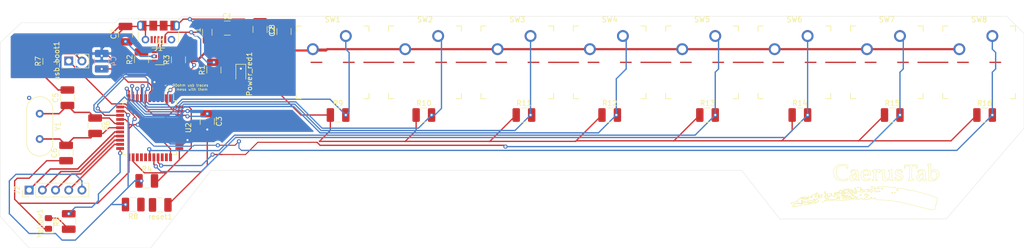
<source format=kicad_pcb>
(kicad_pcb (version 20171130) (host pcbnew "(5.1.6)-1")
  (layers (0 F.Cu signal) (31 B.Cu signal) (34 B.Paste user) (35 F.Paste user) (36 B.SilkS user) (37 F.SilkS user) (38 B.Mask user) (39 F.Mask user) (44 Edge.Cuts user))
  (net 0 "")
  (net 1 GND)
  (net 2 VBUS)
  (net 3 Unfiltered)
  (net 4 "Net-(C3-Pad1)")
  (net 5 "Net-(C4-Pad1)")
  (net 6 xtal2)
  (net 7 xtal1)
  (net 8 "Net-(C7-Pad1)")
  (net 9 "Net-(J1-Pad3)")
  (net 10 "Net-(J1-Pad4)")
  (net 11 "Net-(J1-Pad2)")
  (net 12 rst)
  (net 13 TX)
  (net 14 RX)
  (net 15 SDA)
  (net 16 SCL)
  (net 17 "Net-(Power_red1-Pad2)")
  (net 18 "Net-(R2-Pad2)")
  (net 19 "Net-(R2-Pad1)")
  (net 20 "Net-(R3-Pad2)")
  (net 21 "Net-(R3-Pad1)")
  (net 22 "Net-(R5-Pad2)")
  (net 23 "Net-(R5-Pad1)")
  (net 24 "Net-(R7-Pad2)")
  (net 25 "Net-(R8-Pad1)")
  (net 26 1)
  (net 27 2)
  (net 28 3)
  (net 29 4)
  (net 30 5)
  (net 31 6)
  (net 32 7)
  (net 33 8)
  (net 34 "Net-(U2-Pad41)")
  (net 35 "Net-(U2-Pad40)")
  (net 36 "Net-(U2-Pad39)")
  (net 37 "Net-(U2-Pad38)")
  (net 38 "Net-(U2-Pad37)")
  (net 39 "Net-(U2-Pad36)")
  (net 40 "Net-(U2-Pad33)")
  (net 41 "Net-(U2-Pad32)")
  (net 42 "Net-(U2-Pad31)")
  (net 43 "Net-(U2-Pad27)")
  (net 44 "Net-(U2-Pad26)")
  (net 45 "Net-(U2-Pad25)")
  (net 46 "Net-(U2-Pad1)")
  (module LED_SMD:LED_0805_2012Metric_Pad1.15x1.40mm_HandSolder (layer F.Cu) (at 100.225 41.235 90)
    (fp_text reference Yellow1 (at 0 -1.65 90) (layer F.SilkS))
    (fp_text value LED)
    (pad 2 smd roundrect (at 1.025 0 90) (size 1.15 1.4) (layers F.Cu F.Paste F.Mask) (roundrect_rratio 0.217391) (net 23 "Net-(R5-Pad1)"))
    (pad 1 smd roundrect (at -1.025 0 90) (size 1.15 1.4) (layers F.Cu F.Paste F.Mask) (roundrect_rratio 0.217391) (net 1 GND))
  )
  (module Crystal:Crystal_HC49-4H_Vertical (layer F.Cu) (at 98.552 20.066 270)
    (fp_text reference Y1 (at 2.44 -3.525 90) (layer F.SilkS))
    (fp_text value "16mhz 30ppm 12pF")
    (pad 2 thru_hole circle (at 4.88 0 270) (size 1.5 1.5) (drill 0.8) (layers *.Cu *.Mask) (net 7 xtal1))
    (pad 1 thru_hole circle (at 0 0 270) (size 1.5 1.5) (drill 0.8) (layers *.Cu *.Mask) (net 6 xtal2))
  )
  (module Connector_PinHeader_2.54mm:PinHeader_1x02_P2.54mm_Vertical (layer F.Cu) (at 104.14 9.906 90)
    (fp_text reference usb_boot1 (at 0 -2.33 90) (layer F.SilkS))
    (fp_text value Conn_01x02_Male)
    (pad 2 thru_hole oval (at 0 2.54 90) (size 1.7 1.7) (drill 1) (layers *.Cu *.Mask) (net 24 "Net-(R7-Pad2)"))
    (pad 1 thru_hole rect (at 0 0 90) (size 1.7 1.7) (drill 1) (layers *.Cu *.Mask) (net 40 "Net-(U2-Pad33)"))
  )
  (module Package_QFP:TQFP-44_10x10mm_P0.8mm (layer F.Cu) (at 119.732 22.778 270)
    (fp_text reference U2 (at 0 -7.45 90) (layer F.SilkS))
    (fp_text value ATmega32U4-AU)
    (pad 44 smd rect (at -4 -5.7) (size 1.5 0.55) (layers F.Cu F.Paste F.Mask) (net 3 Unfiltered))
    (pad 43 smd rect (at -3.2 -5.7) (size 1.5 0.55) (layers F.Cu F.Paste F.Mask) (net 1 GND))
    (pad 42 smd rect (at -2.4 -5.7) (size 1.5 0.55) (layers F.Cu F.Paste F.Mask) (net 4 "Net-(C3-Pad1)"))
    (pad 41 smd rect (at -1.6 -5.7) (size 1.5 0.55) (layers F.Cu F.Paste F.Mask) (net 34 "Net-(U2-Pad41)"))
    (pad 40 smd rect (at -0.8 -5.7) (size 1.5 0.55) (layers F.Cu F.Paste F.Mask) (net 35 "Net-(U2-Pad40)"))
    (pad 39 smd rect (at 0 -5.7) (size 1.5 0.55) (layers F.Cu F.Paste F.Mask) (net 36 "Net-(U2-Pad39)"))
    (pad 38 smd rect (at 0.8 -5.7) (size 1.5 0.55) (layers F.Cu F.Paste F.Mask) (net 37 "Net-(U2-Pad38)"))
    (pad 37 smd rect (at 1.6 -5.7) (size 1.5 0.55) (layers F.Cu F.Paste F.Mask) (net 38 "Net-(U2-Pad37)"))
    (pad 36 smd rect (at 2.4 -5.7) (size 1.5 0.55) (layers F.Cu F.Paste F.Mask) (net 39 "Net-(U2-Pad36)"))
    (pad 35 smd rect (at 3.2 -5.7) (size 1.5 0.55) (layers F.Cu F.Paste F.Mask) (net 1 GND))
    (pad 34 smd rect (at 4 -5.7) (size 1.5 0.55) (layers F.Cu F.Paste F.Mask) (net 3 Unfiltered))
    (pad 33 smd rect (at 5.7 -4 270) (size 1.5 0.55) (layers F.Cu F.Paste F.Mask) (net 40 "Net-(U2-Pad33)"))
    (pad 32 smd rect (at 5.7 -3.2 270) (size 1.5 0.55) (layers F.Cu F.Paste F.Mask) (net 41 "Net-(U2-Pad32)"))
    (pad 31 smd rect (at 5.7 -2.4 270) (size 1.5 0.55) (layers F.Cu F.Paste F.Mask) (net 42 "Net-(U2-Pad31)"))
    (pad 30 smd rect (at 5.7 -1.6 270) (size 1.5 0.55) (layers F.Cu F.Paste F.Mask) (net 32 7))
    (pad 29 smd rect (at 5.7 -0.8 270) (size 1.5 0.55) (layers F.Cu F.Paste F.Mask) (net 31 6))
    (pad 28 smd rect (at 5.7 0 270) (size 1.5 0.55) (layers F.Cu F.Paste F.Mask) (net 30 5))
    (pad 27 smd rect (at 5.7 0.8 270) (size 1.5 0.55) (layers F.Cu F.Paste F.Mask) (net 43 "Net-(U2-Pad27)"))
    (pad 26 smd rect (at 5.7 1.6 270) (size 1.5 0.55) (layers F.Cu F.Paste F.Mask) (net 44 "Net-(U2-Pad26)"))
    (pad 25 smd rect (at 5.7 2.4 270) (size 1.5 0.55) (layers F.Cu F.Paste F.Mask) (net 45 "Net-(U2-Pad25)"))
    (pad 24 smd rect (at 5.7 3.2 270) (size 1.5 0.55) (layers F.Cu F.Paste F.Mask) (net 3 Unfiltered))
    (pad 23 smd rect (at 5.7 4 270) (size 1.5 0.55) (layers F.Cu F.Paste F.Mask) (net 1 GND))
    (pad 22 smd rect (at 4 5.7) (size 1.5 0.55) (layers F.Cu F.Paste F.Mask) (net 22 "Net-(R5-Pad2)"))
    (pad 21 smd rect (at 3.2 5.7) (size 1.5 0.55) (layers F.Cu F.Paste F.Mask) (net 13 TX))
    (pad 20 smd rect (at 2.4 5.7) (size 1.5 0.55) (layers F.Cu F.Paste F.Mask) (net 14 RX))
    (pad 19 smd rect (at 1.6 5.7) (size 1.5 0.55) (layers F.Cu F.Paste F.Mask) (net 15 SDA))
    (pad 18 smd rect (at 0.8 5.7) (size 1.5 0.55) (layers F.Cu F.Paste F.Mask) (net 16 SCL))
    (pad 17 smd rect (at 0 5.7) (size 1.5 0.55) (layers F.Cu F.Paste F.Mask) (net 7 xtal1))
    (pad 16 smd rect (at -0.8 5.7) (size 1.5 0.55) (layers F.Cu F.Paste F.Mask) (net 6 xtal2))
    (pad 15 smd rect (at -1.6 5.7) (size 1.5 0.55) (layers F.Cu F.Paste F.Mask) (net 1 GND))
    (pad 14 smd rect (at -2.4 5.7) (size 1.5 0.55) (layers F.Cu F.Paste F.Mask) (net 3 Unfiltered))
    (pad 13 smd rect (at -3.2 5.7) (size 1.5 0.55) (layers F.Cu F.Paste F.Mask) (net 12 rst))
    (pad 12 smd rect (at -4 5.7) (size 1.5 0.55) (layers F.Cu F.Paste F.Mask) (net 33 8))
    (pad 11 smd rect (at -5.7 4 270) (size 1.5 0.55) (layers F.Cu F.Paste F.Mask) (net 29 4))
    (pad 10 smd rect (at -5.7 3.2 270) (size 1.5 0.55) (layers F.Cu F.Paste F.Mask) (net 28 3))
    (pad 9 smd rect (at -5.7 2.4 270) (size 1.5 0.55) (layers F.Cu F.Paste F.Mask) (net 27 2))
    (pad 8 smd rect (at -5.7 1.6 270) (size 1.5 0.55) (layers F.Cu F.Paste F.Mask) (net 26 1))
    (pad 7 smd rect (at -5.7 0.8 270) (size 1.5 0.55) (layers F.Cu F.Paste F.Mask) (net 3 Unfiltered))
    (pad 6 smd rect (at -5.7 0 270) (size 1.5 0.55) (layers F.Cu F.Paste F.Mask) (net 5 "Net-(C4-Pad1)"))
    (pad 5 smd rect (at -5.7 -0.8 270) (size 1.5 0.55) (layers F.Cu F.Paste F.Mask) (net 1 GND))
    (pad 4 smd rect (at -5.7 -1.6 270) (size 1.5 0.55) (layers F.Cu F.Paste F.Mask) (net 19 "Net-(R2-Pad1)"))
    (pad 3 smd rect (at -5.7 -2.4 270) (size 1.5 0.55) (layers F.Cu F.Paste F.Mask) (net 21 "Net-(R3-Pad1)"))
    (pad 2 smd rect (at -5.7 -3.2 270) (size 1.5 0.55) (layers F.Cu F.Paste F.Mask) (net 3 Unfiltered))
    (pad 1 smd rect (at -5.7 -4 270) (size 1.5 0.55) (layers F.Cu F.Paste F.Mask) (net 46 "Net-(U2-Pad1)"))
  )
  (module Package_TO_SOT_SMD:SOT-23-6 (layer F.Cu) (at 121.6992 9.0145)
    (fp_text reference U1 (at 0 -2.9) (layer F.SilkS))
    (fp_text value TPD2S017)
    (pad 5 smd rect (at 1.1 0) (size 1.06 0.65) (layers F.Cu F.Paste F.Mask) (net 3 Unfiltered))
    (pad 6 smd rect (at 1.1 -0.95) (size 1.06 0.65) (layers F.Cu F.Paste F.Mask) (net 20 "Net-(R3-Pad2)"))
    (pad 4 smd rect (at 1.1 0.95) (size 1.06 0.65) (layers F.Cu F.Paste F.Mask) (net 11 "Net-(J1-Pad2)"))
    (pad 3 smd rect (at -1.1 0.95) (size 1.06 0.65) (layers F.Cu F.Paste F.Mask) (net 9 "Net-(J1-Pad3)"))
    (pad 2 smd rect (at -1.1 0) (size 1.06 0.65) (layers F.Cu F.Paste F.Mask) (net 8 "Net-(C7-Pad1)"))
    (pad 1 smd rect (at -1.1 -0.95) (size 1.06 0.65) (layers F.Cu F.Paste F.Mask) (net 18 "Net-(R2-Pad2)"))
  )
  (module Switch:switch_mx (layer F.Cu) (at 279.4 10.16)
    (fp_text reference SW8 (at 0 -8.255) (layer F.SilkS))
    (fp_text value mx_mechanical)
    (pad 1 thru_hole circle (at 2.54 -5.08) (size 2.286 2.286) (drill 1.4986) (layers *.Cu *.Mask) (net 33 8))
    (pad "" np_thru_hole circle (at 0 0) (size 3.9878 3.9878) (drill 3.9878) (layers *.Cu *.Mask))
    (pad 2 thru_hole circle (at -3.81 -2.54) (size 2.286 2.286) (drill 1.4986) (layers *.Cu *.Mask) (net 3 Unfiltered))
    (pad "" np_thru_hole circle (at 5.08 0) (size 1.7018 1.7018) (drill 1.7018) (layers *.Cu *.Mask))
    (pad "" np_thru_hole circle (at -5.08 0) (size 1.7018 1.7018) (drill 1.7018) (layers *.Cu *.Mask))
  )
  (module Switch:switch_mx (layer F.Cu) (at 261.62 10.16)
    (fp_text reference SW7 (at 0 -8.255) (layer F.SilkS))
    (fp_text value mx_mechanical)
    (pad 1 thru_hole circle (at 2.54 -5.08) (size 2.286 2.286) (drill 1.4986) (layers *.Cu *.Mask) (net 32 7))
    (pad "" np_thru_hole circle (at 0 0) (size 3.9878 3.9878) (drill 3.9878) (layers *.Cu *.Mask))
    (pad 2 thru_hole circle (at -3.81 -2.54) (size 2.286 2.286) (drill 1.4986) (layers *.Cu *.Mask) (net 3 Unfiltered))
    (pad "" np_thru_hole circle (at 5.08 0) (size 1.7018 1.7018) (drill 1.7018) (layers *.Cu *.Mask))
    (pad "" np_thru_hole circle (at -5.08 0) (size 1.7018 1.7018) (drill 1.7018) (layers *.Cu *.Mask))
  )
  (module Switch:switch_mx (layer F.Cu) (at 243.84 10.16)
    (fp_text reference SW6 (at 0 -8.255) (layer F.SilkS))
    (fp_text value mx_mechanical)
    (pad 1 thru_hole circle (at 2.54 -5.08) (size 2.286 2.286) (drill 1.4986) (layers *.Cu *.Mask) (net 31 6))
    (pad "" np_thru_hole circle (at 0 0) (size 3.9878 3.9878) (drill 3.9878) (layers *.Cu *.Mask))
    (pad 2 thru_hole circle (at -3.81 -2.54) (size 2.286 2.286) (drill 1.4986) (layers *.Cu *.Mask) (net 3 Unfiltered))
    (pad "" np_thru_hole circle (at 5.08 0) (size 1.7018 1.7018) (drill 1.7018) (layers *.Cu *.Mask))
    (pad "" np_thru_hole circle (at -5.08 0) (size 1.7018 1.7018) (drill 1.7018) (layers *.Cu *.Mask))
  )
  (module Switch:switch_mx (layer F.Cu) (at 226.06 10.16)
    (fp_text reference SW5 (at 0 -8.255) (layer F.SilkS))
    (fp_text value mx_mechanical)
    (pad 1 thru_hole circle (at 2.54 -5.08) (size 2.286 2.286) (drill 1.4986) (layers *.Cu *.Mask) (net 30 5))
    (pad "" np_thru_hole circle (at 0 0) (size 3.9878 3.9878) (drill 3.9878) (layers *.Cu *.Mask))
    (pad 2 thru_hole circle (at -3.81 -2.54) (size 2.286 2.286) (drill 1.4986) (layers *.Cu *.Mask) (net 3 Unfiltered))
    (pad "" np_thru_hole circle (at 5.08 0) (size 1.7018 1.7018) (drill 1.7018) (layers *.Cu *.Mask))
    (pad "" np_thru_hole circle (at -5.08 0) (size 1.7018 1.7018) (drill 1.7018) (layers *.Cu *.Mask))
  )
  (module Switch:switch_mx (layer F.Cu) (at 208.28 10.16)
    (fp_text reference SW4 (at 0 -8.255) (layer F.SilkS))
    (fp_text value mx_mechanical)
    (pad 1 thru_hole circle (at 2.54 -5.08) (size 2.286 2.286) (drill 1.4986) (layers *.Cu *.Mask) (net 29 4))
    (pad "" np_thru_hole circle (at 0 0) (size 3.9878 3.9878) (drill 3.9878) (layers *.Cu *.Mask))
    (pad 2 thru_hole circle (at -3.81 -2.54) (size 2.286 2.286) (drill 1.4986) (layers *.Cu *.Mask) (net 3 Unfiltered))
    (pad "" np_thru_hole circle (at 5.08 0) (size 1.7018 1.7018) (drill 1.7018) (layers *.Cu *.Mask))
    (pad "" np_thru_hole circle (at -5.08 0) (size 1.7018 1.7018) (drill 1.7018) (layers *.Cu *.Mask))
  )
  (module Switch:switch_mx (layer F.Cu) (at 190.5 10.16)
    (fp_text reference SW3 (at 0 -8.255) (layer F.SilkS))
    (fp_text value mx_mechanical)
    (pad 1 thru_hole circle (at 2.54 -5.08) (size 2.286 2.286) (drill 1.4986) (layers *.Cu *.Mask) (net 28 3))
    (pad "" np_thru_hole circle (at 0 0) (size 3.9878 3.9878) (drill 3.9878) (layers *.Cu *.Mask))
    (pad 2 thru_hole circle (at -3.81 -2.54) (size 2.286 2.286) (drill 1.4986) (layers *.Cu *.Mask) (net 3 Unfiltered))
    (pad "" np_thru_hole circle (at 5.08 0) (size 1.7018 1.7018) (drill 1.7018) (layers *.Cu *.Mask))
    (pad "" np_thru_hole circle (at -5.08 0) (size 1.7018 1.7018) (drill 1.7018) (layers *.Cu *.Mask))
  )
  (module Switch:switch_mx (layer F.Cu) (at 172.72 10.16)
    (fp_text reference SW2 (at 0 -8.255) (layer F.SilkS))
    (fp_text value mx_mechanical)
    (pad 1 thru_hole circle (at 2.54 -5.08) (size 2.286 2.286) (drill 1.4986) (layers *.Cu *.Mask) (net 27 2))
    (pad "" np_thru_hole circle (at 0 0) (size 3.9878 3.9878) (drill 3.9878) (layers *.Cu *.Mask))
    (pad 2 thru_hole circle (at -3.81 -2.54) (size 2.286 2.286) (drill 1.4986) (layers *.Cu *.Mask) (net 3 Unfiltered))
    (pad "" np_thru_hole circle (at 5.08 0) (size 1.7018 1.7018) (drill 1.7018) (layers *.Cu *.Mask))
    (pad "" np_thru_hole circle (at -5.08 0) (size 1.7018 1.7018) (drill 1.7018) (layers *.Cu *.Mask))
  )
  (module Switch:switch_mx (layer F.Cu) (at 154.94 10.16)
    (fp_text reference SW1 (at 0 -8.255) (layer F.SilkS))
    (fp_text value mx_mechanical)
    (pad 1 thru_hole circle (at 2.54 -5.08) (size 2.286 2.286) (drill 1.4986) (layers *.Cu *.Mask) (net 26 1))
    (pad "" np_thru_hole circle (at 0 0) (size 3.9878 3.9878) (drill 3.9878) (layers *.Cu *.Mask))
    (pad 2 thru_hole circle (at -3.81 -2.54) (size 2.286 2.286) (drill 1.4986) (layers *.Cu *.Mask) (net 3 Unfiltered))
    (pad "" np_thru_hole circle (at 5.08 0) (size 1.7018 1.7018) (drill 1.7018) (layers *.Cu *.Mask))
    (pad "" np_thru_hole circle (at -5.08 0) (size 1.7018 1.7018) (drill 1.7018) (layers *.Cu *.Mask))
  )
  (module Resistor_SMD:R_1210_3225Metric_Pad1.42x2.65mm_HandSolder (layer F.Cu) (at 121.754 37.658 180)
    (fp_text reference reset1 (at 0 -2.28) (layer F.SilkS))
    (fp_text value SW_Push)
    (pad 2 smd roundrect (at 1.4875 0 180) (size 1.425 2.65) (layers F.Cu F.Paste F.Mask) (roundrect_rratio 0.175439) (net 25 "Net-(R8-Pad1)"))
    (pad 1 smd roundrect (at -1.4875 0 180) (size 1.425 2.65) (layers F.Cu F.Paste F.Mask) (roundrect_rratio 0.175439) (net 1 GND))
  )
  (module Resistor_SMD:R_1210_3225Metric_Pad1.42x2.65mm_HandSolder (layer F.Cu) (at 280.4525 20.32)
    (fp_text reference R16 (at 0 -2.28) (layer F.SilkS))
    (fp_text value 10k)
    (pad 2 smd roundrect (at 1.4875 0) (size 1.425 2.65) (layers F.Cu F.Paste F.Mask) (roundrect_rratio 0.175439) (net 33 8))
    (pad 1 smd roundrect (at -1.4875 0) (size 1.425 2.65) (layers F.Cu F.Paste F.Mask) (roundrect_rratio 0.175439) (net 1 GND))
  )
  (module Resistor_SMD:R_1210_3225Metric_Pad1.42x2.65mm_HandSolder (layer F.Cu) (at 262.6725 20.32)
    (fp_text reference R15 (at 0 -2.28) (layer F.SilkS))
    (fp_text value 10k)
    (pad 2 smd roundrect (at 1.4875 0) (size 1.425 2.65) (layers F.Cu F.Paste F.Mask) (roundrect_rratio 0.175439) (net 32 7))
    (pad 1 smd roundrect (at -1.4875 0) (size 1.425 2.65) (layers F.Cu F.Paste F.Mask) (roundrect_rratio 0.175439) (net 1 GND))
  )
  (module Resistor_SMD:R_1210_3225Metric_Pad1.42x2.65mm_HandSolder (layer F.Cu) (at 244.8925 20.32)
    (fp_text reference R14 (at 0 -2.28) (layer F.SilkS))
    (fp_text value 10k)
    (pad 2 smd roundrect (at 1.4875 0) (size 1.425 2.65) (layers F.Cu F.Paste F.Mask) (roundrect_rratio 0.175439) (net 31 6))
    (pad 1 smd roundrect (at -1.4875 0) (size 1.425 2.65) (layers F.Cu F.Paste F.Mask) (roundrect_rratio 0.175439) (net 1 GND))
  )
  (module Resistor_SMD:R_1210_3225Metric_Pad1.42x2.65mm_HandSolder (layer F.Cu) (at 227.1125 20.32)
    (fp_text reference R13 (at 0 -2.28) (layer F.SilkS))
    (fp_text value 10k)
    (pad 2 smd roundrect (at 1.4875 0) (size 1.425 2.65) (layers F.Cu F.Paste F.Mask) (roundrect_rratio 0.175439) (net 30 5))
    (pad 1 smd roundrect (at -1.4875 0) (size 1.425 2.65) (layers F.Cu F.Paste F.Mask) (roundrect_rratio 0.175439) (net 1 GND))
  )
  (module Resistor_SMD:R_1210_3225Metric_Pad1.42x2.65mm_HandSolder (layer F.Cu) (at 208.28 20.32)
    (fp_text reference R12 (at 0 -2.28) (layer F.SilkS))
    (fp_text value 10k)
    (pad 2 smd roundrect (at 1.4875 0) (size 1.425 2.65) (layers F.Cu F.Paste F.Mask) (roundrect_rratio 0.175439) (net 29 4))
    (pad 1 smd roundrect (at -1.4875 0) (size 1.425 2.65) (layers F.Cu F.Paste F.Mask) (roundrect_rratio 0.175439) (net 1 GND))
  )
  (module Resistor_SMD:R_1210_3225Metric_Pad1.42x2.65mm_HandSolder (layer F.Cu) (at 191.77 20.32)
    (fp_text reference R11 (at 0 -2.28) (layer F.SilkS))
    (fp_text value 10k)
    (pad 2 smd roundrect (at 1.4875 0) (size 1.425 2.65) (layers F.Cu F.Paste F.Mask) (roundrect_rratio 0.175439) (net 28 3))
    (pad 1 smd roundrect (at -1.4875 0) (size 1.425 2.65) (layers F.Cu F.Paste F.Mask) (roundrect_rratio 0.175439) (net 1 GND))
  )
  (module Resistor_SMD:R_1210_3225Metric_Pad1.42x2.65mm_HandSolder (layer F.Cu) (at 172.5025 20.32)
    (fp_text reference R10 (at 0 -2.28) (layer F.SilkS))
    (fp_text value 10k)
    (pad 2 smd roundrect (at 1.4875 0) (size 1.425 2.65) (layers F.Cu F.Paste F.Mask) (roundrect_rratio 0.175439) (net 27 2))
    (pad 1 smd roundrect (at -1.4875 0) (size 1.425 2.65) (layers F.Cu F.Paste F.Mask) (roundrect_rratio 0.175439) (net 1 GND))
  )
  (module Resistor_SMD:R_1210_3225Metric_Pad1.42x2.65mm_HandSolder (layer F.Cu) (at 155.9925 20.32)
    (fp_text reference R9 (at 0 -2.28) (layer F.SilkS))
    (fp_text value 10k)
    (pad 2 smd roundrect (at 1.4875 0) (size 1.425 2.65) (layers F.Cu F.Paste F.Mask) (roundrect_rratio 0.175439) (net 26 1))
    (pad 1 smd roundrect (at -1.4875 0) (size 1.425 2.65) (layers F.Cu F.Paste F.Mask) (roundrect_rratio 0.175439) (net 1 GND))
  )
  (module Resistor_SMD:R_1210_3225Metric_Pad1.42x2.65mm_HandSolder (layer F.Cu) (at 116.5495 37.592 180)
    (fp_text reference R8 (at 0 -2.28) (layer F.SilkS))
    (fp_text value 100)
    (pad 2 smd roundrect (at 1.4875 0 180) (size 1.425 2.65) (layers F.Cu F.Paste F.Mask) (roundrect_rratio 0.175439) (net 12 rst))
    (pad 1 smd roundrect (at -1.4875 0 180) (size 1.425 2.65) (layers F.Cu F.Paste F.Mask) (roundrect_rratio 0.175439) (net 25 "Net-(R8-Pad1)"))
  )
  (module Resistor_SMD:R_1210_3225Metric_Pad1.42x2.65mm_HandSolder (layer F.Cu) (at 100.518 9.956 90)
    (fp_text reference R7 (at 0 -2.28 90) (layer F.SilkS))
    (fp_text value 3.3v)
    (pad 2 smd roundrect (at 1.4875 0 90) (size 1.425 2.65) (layers F.Cu F.Paste F.Mask) (roundrect_rratio 0.175439) (net 24 "Net-(R7-Pad2)"))
    (pad 1 smd roundrect (at -1.4875 0 90) (size 1.425 2.65) (layers F.Cu F.Paste F.Mask) (roundrect_rratio 0.175439) (net 1 GND))
  )
  (module Resistor_SMD:R_1210_3225Metric_Pad1.42x2.65mm_HandSolder (layer F.Cu) (at 109.22 22.3885 270)
    (fp_text reference R6 (at 0 -2.28 90) (layer F.SilkS))
    (fp_text value 1M)
    (pad 2 smd roundrect (at 1.4875 0 270) (size 1.425 2.65) (layers F.Cu F.Paste F.Mask) (roundrect_rratio 0.175439) (net 7 xtal1))
    (pad 1 smd roundrect (at -1.4875 0 270) (size 1.425 2.65) (layers F.Cu F.Paste F.Mask) (roundrect_rratio 0.175439) (net 6 xtal2))
  )
  (module Resistor_SMD:R_1210_3225Metric_Pad1.42x2.65mm_HandSolder (layer F.Cu) (at 104.14 40.8575 90)
    (fp_text reference R5 (at 0 -2.28 90) (layer F.SilkS))
    (fp_text value 330)
    (pad 2 smd roundrect (at 1.4875 0 90) (size 1.425 2.65) (layers F.Cu F.Paste F.Mask) (roundrect_rratio 0.175439) (net 22 "Net-(R5-Pad2)"))
    (pad 1 smd roundrect (at -1.4875 0 90) (size 1.425 2.65) (layers F.Cu F.Paste F.Mask) (roundrect_rratio 0.175439) (net 23 "Net-(R5-Pad1)"))
  )
  (module Resistor_SMD:R_1210_3225Metric_Pad1.42x2.65mm_HandSolder (layer F.Cu) (at 119.1625 33.02)
    (fp_text reference R4 (at 0 -2.28) (layer F.SilkS))
    (fp_text value 10k)
    (pad 2 smd roundrect (at 1.4875 0) (size 1.425 2.65) (layers F.Cu F.Paste F.Mask) (roundrect_rratio 0.175439) (net 3 Unfiltered))
    (pad 1 smd roundrect (at -1.4875 0) (size 1.425 2.65) (layers F.Cu F.Paste F.Mask) (roundrect_rratio 0.175439) (net 12 rst))
  )
  (module Resistor_SMD:R_1210_3225Metric_Pad1.42x2.65mm_HandSolder (layer F.Cu) (at 125.2601 9.6663 90)
    (fp_text reference R3 (at 0 -2.28 90) (layer F.SilkS))
    (fp_text value 22R)
    (pad 2 smd roundrect (at 1.4875 0 90) (size 1.425 2.65) (layers F.Cu F.Paste F.Mask) (roundrect_rratio 0.175439) (net 20 "Net-(R3-Pad2)"))
    (pad 1 smd roundrect (at -1.4875 0 90) (size 1.425 2.65) (layers F.Cu F.Paste F.Mask) (roundrect_rratio 0.175439) (net 21 "Net-(R3-Pad1)"))
  )
  (module Resistor_SMD:R_1210_3225Metric_Pad1.42x2.65mm_HandSolder (layer F.Cu) (at 118.1481 9.6409 90)
    (fp_text reference R2 (at 0 -2.28 90) (layer F.SilkS))
    (fp_text value 22R)
    (pad 2 smd roundrect (at 1.4875 0 90) (size 1.425 2.65) (layers F.Cu F.Paste F.Mask) (roundrect_rratio 0.175439) (net 18 "Net-(R2-Pad2)"))
    (pad 1 smd roundrect (at -1.4875 0 90) (size 1.425 2.65) (layers F.Cu F.Paste F.Mask) (roundrect_rratio 0.175439) (net 19 "Net-(R2-Pad1)"))
  )
  (module Resistor_SMD:R_1210_3225Metric_Pad1.42x2.65mm_HandSolder (layer F.Cu) (at 132.08 11.6475 90)
    (fp_text reference R1 (at 0 -2.28 90) (layer F.SilkS))
    (fp_text value 190)
    (pad 2 smd roundrect (at 1.4875 0 90) (size 1.425 2.65) (layers F.Cu F.Paste F.Mask) (roundrect_rratio 0.175439) (net 2 VBUS))
    (pad 1 smd roundrect (at -1.4875 0 90) (size 1.425 2.65) (layers F.Cu F.Paste F.Mask) (roundrect_rratio 0.175439) (net 17 "Net-(Power_red1-Pad2)"))
  )
  (module LED_SMD:LED_0805_2012Metric_Pad1.15x1.40mm_HandSolder (layer F.Cu) (at 137.265 12.395 270)
    (fp_text reference Power_red1 (at 0 -1.65 90) (layer F.SilkS))
    (fp_text value LED)
    (pad 2 smd roundrect (at 1.025 0 270) (size 1.15 1.4) (layers F.Cu F.Paste F.Mask) (roundrect_rratio 0.217391) (net 17 "Net-(Power_red1-Pad2)"))
    (pad 1 smd roundrect (at -1.025 0 270) (size 1.15 1.4) (layers F.Cu F.Paste F.Mask) (roundrect_rratio 0.217391) (net 1 GND))
  )
  (module Connector_PinHeader_2.54mm:PinHeader_1x05_P2.54mm_Vertical (layer F.Cu) (at 96.52 34.798 90)
    (fp_text reference J2 (at 0 -2.33 90) (layer F.SilkS))
    (fp_text value Conn_01x05_Male)
    (pad 5 thru_hole oval (at 0 10.16 90) (size 1.7 1.7) (drill 1) (layers *.Cu *.Mask) (net 12 rst))
    (pad 4 thru_hole oval (at 0 7.62 90) (size 1.7 1.7) (drill 1) (layers *.Cu *.Mask) (net 13 TX))
    (pad 3 thru_hole oval (at 0 5.08 90) (size 1.7 1.7) (drill 1) (layers *.Cu *.Mask) (net 14 RX))
    (pad 2 thru_hole oval (at 0 2.54 90) (size 1.7 1.7) (drill 1) (layers *.Cu *.Mask) (net 15 SDA))
    (pad 1 thru_hole rect (at 0 0 90) (size 1.7 1.7) (drill 1) (layers *.Cu *.Mask) (net 16 SCL))
  )
  (module Connector_USB:USB_Micro-B_Molex-105017-0001 (layer F.Cu) (at 121.412 4.318 180)
    (fp_text reference J1 (at 0 -3.1125) (layer F.SilkS))
    (fp_text value USB_B_Micro)
    (pad 6 smd rect (at -2.9 1.2375 180) (size 1.2 1.9) (layers F.Cu F.Mask) (net 1 GND))
    (pad 6 smd rect (at 2.9 1.2375 180) (size 1.2 1.9) (layers F.Cu F.Mask) (net 1 GND))
    (pad 6 thru_hole oval (at 3.5 1.2375 180) (size 1.2 1.9) (drill oval 0.6 1.3) (layers *.Cu *.Mask) (net 1 GND))
    (pad 6 thru_hole oval (at -3.5 1.2375) (size 1.2 1.9) (drill oval 0.6 1.3) (layers *.Cu *.Mask) (net 1 GND))
    (pad 6 smd rect (at -1 1.2375 180) (size 1.5 1.9) (layers F.Cu F.Paste F.Mask) (net 1 GND))
    (pad 6 thru_hole circle (at 2.5 -1.4625 180) (size 1.45 1.45) (drill 0.85) (layers *.Cu *.Mask) (net 1 GND))
    (pad 3 smd rect (at 0 -1.4625 180) (size 0.4 1.35) (layers F.Cu F.Paste F.Mask) (net 9 "Net-(J1-Pad3)"))
    (pad 4 smd rect (at 0.65 -1.4625 180) (size 0.4 1.35) (layers F.Cu F.Paste F.Mask) (net 10 "Net-(J1-Pad4)"))
    (pad 5 smd rect (at 1.3 -1.4625 180) (size 0.4 1.35) (layers F.Cu F.Paste F.Mask) (net 1 GND))
    (pad 1 smd rect (at -1.3 -1.4625 180) (size 0.4 1.35) (layers F.Cu F.Paste F.Mask) (net 2 VBUS))
    (pad 2 smd rect (at -0.65 -1.4625 180) (size 0.4 1.35) (layers F.Cu F.Paste F.Mask) (net 11 "Net-(J1-Pad2)"))
    (pad 6 thru_hole circle (at -2.5 -1.4625 180) (size 1.45 1.45) (drill 0.85) (layers *.Cu *.Mask) (net 1 GND))
    (pad 6 smd rect (at 1 1.2375 180) (size 1.5 1.9) (layers F.Cu F.Paste F.Mask) (net 1 GND))
  )
  (module Resistor_SMD:R_1206_3216Metric_Pad1.42x1.75mm_HandSolder (layer F.Cu) (at 130.81 4.3545 90)
    (fp_text reference F1 (at 0 -1.82 90) (layer F.SilkS))
    (fp_text value "Polyfuse 500ma")
    (pad 2 smd roundrect (at 1.4875 0 90) (size 1.425 1.75) (layers F.Cu F.Paste F.Mask) (roundrect_rratio 0.175439) (net 2 VBUS))
    (pad 1 smd roundrect (at -1.4875 0 90) (size 1.425 1.75) (layers F.Cu F.Paste F.Mask) (roundrect_rratio 0.175439) (net 3 Unfiltered))
  )
  (module Capacitor_SMD:C_1210_3225Metric_Pad1.42x2.65mm_HandSolder (layer F.Cu) (at 140.97 3.81 270)
    (fp_text reference C8 (at 0 -2.28 90) (layer F.SilkS))
    (fp_text value 0.1uF)
    (pad 2 smd roundrect (at 1.4875 0 270) (size 1.425 2.65) (layers F.Cu F.Paste F.Mask) (roundrect_rratio 0.175439) (net 3 Unfiltered))
    (pad 1 smd roundrect (at -1.4875 0 270) (size 1.425 2.65) (layers F.Cu F.Paste F.Mask) (roundrect_rratio 0.175439) (net 1 GND))
  )
  (module Capacitor_SMD:C_1210_3225Metric_Pad1.42x2.65mm_HandSolder (layer F.Cu) (at 115.0747 4.7228 90)
    (fp_text reference C7 (at 0 -2.28 90) (layer F.SilkS))
    (fp_text value 1uF)
    (pad 2 smd roundrect (at 1.4875 0 90) (size 1.425 2.65) (layers F.Cu F.Paste F.Mask) (roundrect_rratio 0.175439) (net 1 GND))
    (pad 1 smd roundrect (at -1.4875 0 90) (size 1.425 2.65) (layers F.Cu F.Paste F.Mask) (roundrect_rratio 0.175439) (net 8 "Net-(C7-Pad1)"))
  )
  (module Capacitor_SMD:C_1210_3225Metric_Pad1.42x2.65mm_HandSolder (layer F.Cu) (at 103.632 27.6495 90)
    (fp_text reference C6 (at 0 -2.28 90) (layer F.SilkS))
    (fp_text value 22pF)
    (pad 2 smd roundrect (at 1.4875 0 90) (size 1.425 2.65) (layers F.Cu F.Paste F.Mask) (roundrect_rratio 0.175439) (net 7 xtal1))
    (pad 1 smd roundrect (at -1.4875 0 90) (size 1.425 2.65) (layers F.Cu F.Paste F.Mask) (roundrect_rratio 0.175439) (net 1 GND))
  )
  (module Capacitor_SMD:C_1210_3225Metric_Pad1.42x2.65mm_HandSolder (layer F.Cu) (at 103.886 16.9815 90)
    (fp_text reference C5 (at 0 -2.28 90) (layer F.SilkS))
    (fp_text value 22pF)
    (pad 2 smd roundrect (at 1.4875 0 90) (size 1.425 2.65) (layers F.Cu F.Paste F.Mask) (roundrect_rratio 0.175439) (net 1 GND))
    (pad 1 smd roundrect (at -1.4875 0 90) (size 1.425 2.65) (layers F.Cu F.Paste F.Mask) (roundrect_rratio 0.175439) (net 6 xtal2))
  )
  (module Capacitor_SMD:C_1210_3225Metric_Pad1.42x2.65mm_HandSolder (layer B.Cu) (at 110.49 9.9425 90)
    (fp_text reference C4 (at 0 2.28 270) (layer B.SilkS) (effects (justify mirror)))
    (fp_text value 1uF)
    (pad 2 smd roundrect (at 1.4875 0 90) (size 1.425 2.65) (layers B.Cu B.Paste B.Mask) (roundrect_rratio 0.175439) (net 1 GND))
    (pad 1 smd roundrect (at -1.4875 0 90) (size 1.425 2.65) (layers B.Cu B.Paste B.Mask) (roundrect_rratio 0.175439) (net 5 "Net-(C4-Pad1)"))
  )
  (module Capacitor_SMD:C_1210_3225Metric_Pad1.42x2.65mm_HandSolder (layer F.Cu) (at 130.81 21.5535 270)
    (fp_text reference C3 (at 0 -2.28 90) (layer F.SilkS))
    (fp_text value 0.1uF)
    (pad 2 smd roundrect (at 1.4875 0 270) (size 1.425 2.65) (layers F.Cu F.Paste F.Mask) (roundrect_rratio 0.175439) (net 1 GND))
    (pad 1 smd roundrect (at -1.4875 0 270) (size 1.425 2.65) (layers F.Cu F.Paste F.Mask) (roundrect_rratio 0.175439) (net 4 "Net-(C3-Pad1)"))
  )
  (module Capacitor_SMD:C_1210_3225Metric_Pad1.42x2.65mm_HandSolder (layer F.Cu) (at 145.58 4.21 90)
    (fp_text reference C2 (at 0 -2.28 90) (layer F.SilkS))
    (fp_text value 1uF)
    (pad 2 smd roundrect (at 1.4875 0 90) (size 1.425 2.65) (layers F.Cu F.Paste F.Mask) (roundrect_rratio 0.175439) (net 1 GND))
    (pad 1 smd roundrect (at -1.4875 0 90) (size 1.425 2.65) (layers F.Cu F.Paste F.Mask) (roundrect_rratio 0.175439) (net 3 Unfiltered))
  )
  (module Capacitor_SMD:C_1210_3225Metric_Pad1.42x2.65mm_HandSolder (layer F.Cu) (at 134.6565 3.556)
    (fp_text reference C1 (at 0 -2.28) (layer F.SilkS))
    (fp_text value 10uF)
    (pad 2 smd roundrect (at 1.4875 0) (size 1.425 2.65) (layers F.Cu F.Paste F.Mask) (roundrect_rratio 0.175439) (net 1 GND))
    (pad 1 smd roundrect (at -1.4875 0) (size 1.425 2.65) (layers F.Cu F.Paste F.Mask) (roundrect_rratio 0.175439) (net 2 VBUS))
  )
  (gr_arc (start 246.507655 37.001552) (end 246.56733 36.852425) (angle -17.64082585) (layer F.SilkS) (width 0.08))
  (gr_arc (start 246.491325 36.715733) (end 246.499739 36.920016) (angle -13.81307602) (layer F.SilkS) (width 0.08))
  (gr_arc (start 246.527024 36.838836) (end 246.54827 36.912099) (angle -28.82833765) (layer F.SilkS) (width 0.08))
  (gr_arc (start 246.48307 37.408685) (end 246.362501 37.094486) (angle -12.36913589) (layer F.SilkS) (width 0.08))
  (gr_arc (start 246.329055 37.174778) (end 246.297996 37.127607) (angle -46.25824124) (layer F.SilkS) (width 0.08))
  (gr_line (start 246.375081 36.846158) (end 246.449713 36.840253) (layer F.SilkS) (width 0.08))
  (gr_arc (start 245.908046 37.404858) (end 245.908047 36.932358) (angle -11.74999668) (layer F.SilkS) (width 0.08))
  (gr_arc (start 246.55722 37.135497) (end 246.508047 37.135497) (angle -48.68511573) (layer F.SilkS) (width 0.08))
  (gr_arc (start 245.816608 37.040399) (end 245.752217 36.973814) (angle -38.37452358) (layer F.SilkS) (width 0.08))
  (gr_arc (start 246.974647 36.903995) (end 247.025431 36.740044) (angle -17.21039704) (layer F.SilkS) (width 0.08))
  (gr_arc (start 246.974647 36.919053) (end 246.974647 36.732358) (angle -41.22910683) (layer F.SilkS) (width 0.08))
  (gr_arc (start 247.023265 36.990828) (end 246.768449 36.901905) (angle -30.95746491) (layer F.SilkS) (width 0.08))
  (gr_arc (start 246.860871 37.196507) (end 246.872395 37.209922) (angle -92.39221534) (layer F.SilkS) (width 0.08))
  (gr_arc (start 245.836522 37.060992) (end 245.811826 36.942259) (angle -32.29035458) (layer F.SilkS) (width 0.08))
  (gr_arc (start 246.48909 36.661486) (end 246.443983 36.916273) (angle -12.39815725) (layer F.SilkS) (width 0.08))
  (gr_arc (start 245.969238 37.060724) (end 245.724792 37.028172) (angle -18.48582331) (layer F.SilkS) (width 0.08))
  (gr_arc (start 245.908047 37.145162) (end 245.849255 37.269123) (angle -25.37387226) (layer F.SilkS) (width 0.08))
  (gr_arc (start 245.95492 37.063481) (end 245.727084 37.107358) (angle -17.6089296) (layer F.SilkS) (width 0.08))
  (gr_arc (start 246.380834 36.89522) (end 246.375081 36.846158) (angle -38.31168614) (layer F.SilkS) (width 0.08))
  (gr_arc (start 246.82688 37.156939) (end 246.832381 37.226571) (angle -36.14699869) (layer F.SilkS) (width 0.08))
  (gr_arc (start 247.020137 36.792833) (end 247.068704 36.796434) (angle -42.41308333) (layer F.SilkS) (width 0.08))
  (gr_arc (start 246.433854 37.195068) (end 246.465293 37.083495) (angle -23.48617183) (layer F.SilkS) (width 0.08))
  (gr_arc (start 246.708353 37.339013) (end 246.873793 37.184433) (angle -14.54799506) (layer F.SilkS) (width 0.08))
  (gr_arc (start 246.645475 37.03509) (end 246.524756 37.172431) (angle -18.35284304) (layer F.SilkS) (width 0.08))
  (gr_arc (start 245.957397 37.062136) (end 245.751033 37.174227) (angle -17.45012167) (layer F.SilkS) (width 0.08))
  (gr_arc (start 245.908046 37.145162) (end 245.908047 37.282358) (angle -25.37387226) (layer F.SilkS) (width 0.08))
  (gr_arc (start 246.354304 36.868689) (end 246.345905 36.86029) (angle -100.8098917) (layer F.SilkS) (width 0.08))
  (gr_arc (start 247.00552 36.804324) (end 247.058423 36.762734) (angle -34.61713049) (layer F.SilkS) (width 0.08))
  (gr_arc (start 246.448191 37.144188) (end 246.496182 37.103286) (angle -33.82355291) (layer F.SilkS) (width 0.08))
  (gr_arc (start 245.937826 37.082374) (end 245.794144 37.230952) (angle -18.66637414) (layer F.SilkS) (width 0.08))
  (gr_arc (start 245.878267 37.082374) (end 245.966838 37.269123) (angle -18.66637414) (layer F.SilkS) (width 0.08))
  (gr_arc (start 245.858696 37.062136) (end 246.02195 37.230952) (angle -17.45012167) (layer F.SilkS) (width 0.08))
  (gr_arc (start 246.566473 36.878285) (end 246.580963 36.892775) (angle -66.15346272) (layer F.SilkS) (width 0.08))
  (gr_arc (start 246.555244 36.882629) (end 246.585585 36.870889) (angle -47.03705877) (layer F.SilkS) (width 0.08))
  (gr_line (start 246.733047 37.230827) (end 246.832381 37.226571) (layer F.SilkS) (width 0.08))
  (gr_arc (start 246.503132 37.109802) (end 246.33009 37.271447) (angle -39.66806708) (layer F.SilkS) (width 0.08))
  (gr_arc (start 246.470594 36.69751) (end 246.347629 36.878515) (angle -12.38056167) (layer F.SilkS) (width 0.08))
  (gr_arc (start 246.981884 36.789997) (end 247.05594 36.835766) (angle -27.4768229) (layer F.SilkS) (width 0.08))
  (gr_arc (start 246.474879 37.451228) (end 246.519331 36.841353) (angle -6.527432294) (layer F.SilkS) (width 0.08))
  (gr_arc (start 246.615369 36.231498) (end 246.473116 37.344689) (angle -12.5160667) (layer F.SilkS) (width 0.08))
  (gr_arc (start 247.043837 36.998007) (end 246.851602 36.778644) (angle -29.53343703) (layer F.SilkS) (width 0.08))
  (gr_arc (start 246.335596 37.175976) (end 246.273501 37.164602) (angle -42.92413538) (layer F.SilkS) (width 0.08))
  (gr_arc (start 246.729468 36.705005) (end 246.646899 37.224316) (angle -9.424194758) (layer F.SilkS) (width 0.08))
  (gr_arc (start 246.695914 36.916043) (end 246.57414 37.203456) (angle -13.92747672) (layer F.SilkS) (width 0.08))
  (gr_arc (start 246.458388 37.135497) (end 246.508047 37.135497) (angle -40.44017625) (layer F.SilkS) (width 0.08))
  (gr_arc (start 246.626842 36.356742) (end 246.71774 37.349062) (angle -13.13498106) (layer F.SilkS) (width 0.08))
  (gr_arc (start 245.861173 37.063481) (end 246.06506 37.174227) (angle -17.6089296) (layer F.SilkS) (width 0.08))
  (gr_arc (start 246.915035 37.013281) (end 246.759005 37.04565) (angle -45.88416347) (layer F.SilkS) (width 0.08))
  (gr_arc (start 246.451855 37.32734) (end 246.418223 37.080209) (angle -13.24371131) (layer F.SilkS) (width 0.08))
  (gr_arc (start 246.492329 36.643198) (end 246.389297 36.90067) (angle -11.77011173) (layer F.SilkS) (width 0.08))
  (gr_arc (start 246.64079 36.981208) (end 246.282381 37.209936) (angle -10.50480846) (layer F.SilkS) (width 0.08))
  (gr_arc (start 245.308046 36.960556) (end 245.346331 36.735593) (angle -9.658242952) (layer F.SilkS) (width 0.08))
  (gr_arc (start 245.311075 36.833016) (end 245.269891 36.740465) (angle -22.65333766) (layer F.SilkS) (width 0.08))
  (gr_arc (start 245.314821 36.836553) (end 245.237422 36.763467) (angle -22.02973587) (layer F.SilkS) (width 0.08))
  (gr_arc (start 246.459234 36.382358) (end 246.596595 36.439604) (angle -22.62406058) (layer F.SilkS) (width 0.08))
  (gr_line (start 245.158047 36.420859) (end 245.052131 36.414095) (layer F.SilkS) (width 0.08))
  (gr_arc (start 245.375513 36.127277) (end 245.508047 36.332358) (angle -19.91955952) (layer F.SilkS) (width 0.08))
  (gr_arc (start 245.13615 35.578875) (end 245.245591 36.417019) (angle -6.750927338) (layer F.SilkS) (width 0.08))
  (gr_arc (start 247.095255 36.860064) (end 247.05594 36.835766) (angle -49.22947781) (layer F.SilkS) (width 0.08))
  (gr_arc (start 246.402461 36.427487) (end 246.314672 36.458841) (angle -46.6694383) (layer F.SilkS) (width 0.08))
  (gr_arc (start 247.214146 36.334119) (end 247.298438 36.156466) (angle -10.70125567) (layer F.SilkS) (width 0.08))
  (gr_arc (start 247.115227 36.258556) (end 247.052109 36.160812) (angle -22.42432122) (layer F.SilkS) (width 0.08))
  (gr_arc (start 247.184567 36.447011) (end 247.263984 36.143903) (angle -9.011188156) (layer F.SilkS) (width 0.08))
  (gr_arc (start 245.258329 36.847488) (end 245.237422 36.894898) (angle -36.62831883) (layer F.SilkS) (width 0.08))
  (gr_arc (start 246.909949 37.209346) (end 246.940863 37.302444) (angle -71.63129468) (layer F.SilkS) (width 0.08))
  (gr_arc (start 245.24189 36.775314) (end 245.269837 36.89801) (angle -18.88582709) (layer F.SilkS) (width 0.08))
  (gr_arc (start 245.154396 36.613978) (end 245.346324 36.855459) (angle -8.164172782) (layer F.SilkS) (width 0.08))
  (gr_arc (start 246.376408 36.382359) (end 246.608047 36.382358) (angle -23.67665466) (layer F.SilkS) (width 0.08))
  (gr_arc (start 247.053432 37.209345) (end 247.023488 37.17524) (angle -48.71730711) (layer F.SilkS) (width 0.08))
  (gr_arc (start 247.281274 36.958842) (end 247.283682 37.169725) (angle -20.45533608) (layer F.SilkS) (width 0.08))
  (gr_arc (start 245.308047 36.82621) (end 245.308047 36.732358) (angle -23.98838598) (layer F.SilkS) (width 0.08))
  (gr_arc (start 247.089958 37.250947) (end 247.064899 37.153367) (angle -26.88047495) (layer F.SilkS) (width 0.08))
  (gr_arc (start 247.100839 37.544908) (end 247.201588 37.159645) (angle -10.82176906) (layer F.SilkS) (width 0.08))
  (gr_arc (start 245.292424 36.83826) (end 245.208047 36.83826) (angle -24.87638446) (layer F.SilkS) (width 0.08))
  (gr_arc (start 246.503175 36.326773) (end 246.588549 36.289338) (angle -46.6694383) (layer F.SilkS) (width 0.08))
  (gr_arc (start 247.291229 36.17166) (end 247.308047 36.17166) (angle -64.6169636) (layer F.SilkS) (width 0.08))
  (gr_arc (start 245.14286 35.605414) (end 245.343359 36.398342) (angle -6.821911826) (layer F.SilkS) (width 0.08))
  (gr_arc (start 245.053012 36.403813) (end 245.044027 36.398737) (angle -114.572056) (layer F.SilkS) (width 0.08))
  (gr_arc (start 246.457198 36.38151) (end 246.515292 36.520907) (angle -22.37597007) (layer F.SilkS) (width 0.08))
  (gr_arc (start 247.141594 36.299388) (end 247.100693 36.139581) (angle -18.49606956) (layer F.SilkS) (width 0.08))
  (gr_arc (start 245.370892 36.776457) (end 245.401493 36.797529) (angle -34.55284147) (layer F.SilkS) (width 0.08))
  (gr_arc (start 246.411935 36.424104) (end 246.317624 36.382006) (angle -43.70813133) (layer F.SilkS) (width 0.08))
  (gr_arc (start 247.114208 37.34538) (end 247.127462 37.14758) (angle -18.2355642) (layer F.SilkS) (width 0.08))
  (gr_arc (start 247.280136 36.859279) (end 247.201588 37.159645) (angle -15.30953795) (layer F.SilkS) (width 0.08))
  (gr_arc (start 245.385228 36.776457) (end 245.408047 36.776457) (angle -47.64826273) (layer F.SilkS) (width 0.08))
  (gr_arc (start 247.295401 36.995436) (end 247.357229 37.155586) (angle -23.00074754) (layer F.SilkS) (width 0.08))
  (gr_arc (start 245.25468 36.855761) (end 245.215875 36.873755) (angle -41.32693324) (layer F.SilkS) (width 0.08))
  (gr_arc (start 246.458046 36.383546) (end 246.458047 36.532358) (angle -22.62406058) (layer F.SilkS) (width 0.08))
  (gr_arc (start 247.307377 37.00779) (end 247.414891 37.118695) (angle -24.89586273) (layer F.SilkS) (width 0.08))
  (gr_line (start 247.500278 36.921781) (end 247.451588 37.063129) (layer F.SilkS) (width 0.08))
  (gr_arc (start 245.345923 36.819574) (end 245.400601 36.759594) (angle -18.55504099) (layer F.SilkS) (width 0.08))
  (gr_arc (start 247.459857 36.909407) (end 247.500278 36.921781) (angle -66.75155813) (layer F.SilkS) (width 0.08))
  (gr_arc (start 247.445073 36.926858) (end 247.487181 36.877152) (angle -48.34446861) (layer F.SilkS) (width 0.08))
  (gr_line (start 247.250039 36.892388) (end 247.435922 36.862359) (layer F.SilkS) (width 0.08))
  (gr_line (start 245.208047 36.332358) (end 245.439006 36.263395) (layer F.SilkS) (width 0.08))
  (gr_arc (start 247.056781 35.826645) (end 247.144037 36.906249) (angle -5.657381799) (layer F.SilkS) (width 0.08))
  (gr_arc (start 246.499792 36.336247) (end 246.534529 36.238984) (angle -43.70813133) (layer F.SilkS) (width 0.08))
  (gr_arc (start 245.323314 36.870845) (end 245.378672 36.745312) (angle -14.13844895) (layer F.SilkS) (width 0.08))
  (gr_arc (start 245.319194 36.83826) (end 245.215659 36.797835) (angle -21.32833259) (layer F.SilkS) (width 0.08))
  (gr_line (start 245.068439 36.378489) (end 245.208047 36.332358) (layer F.SilkS) (width 0.08))
  (gr_arc (start 245.099461 36.544861) (end 245.308047 36.882358) (angle -6.7600867) (layer F.SilkS) (width 0.08))
  (gr_arc (start 246.570624 36.494935) (end 246.457694 36.241936) (angle -20.9458891) (layer F.SilkS) (width 0.08))
  (gr_arc (start 246.570623 36.494936) (end 246.374713 36.299025) (angle -20.9458891) (layer F.SilkS) (width 0.08))
  (gr_arc (start 245.55634 36.264572) (end 245.569989 36.274934) (angle -127.2079014) (layer F.SilkS) (width 0.08))
  (gr_arc (start 247.158046 36.714104) (end 247.215529 36.135205) (angle -5.670666303) (layer F.SilkS) (width 0.08))
  (gr_arc (start 246.458047 36.30072) (end 246.365026 36.51286) (angle -23.67665466) (layer F.SilkS) (width 0.08))
  (gr_arc (start 245.179545 35.911208) (end 245.158047 36.420859) (angle -9.854754675) (layer F.SilkS) (width 0.08))
  (gr_arc (start 245.296131 36.004442) (end 245.436127 36.368912) (angle -11.86039867) (layer F.SilkS) (width 0.08))
  (gr_arc (start 245.082798 36.420642) (end 245.068439 36.378489) (angle -41.72296313) (layer F.SilkS) (width 0.08))
  (gr_arc (start 247.158046 36.363671) (end 247.158047 36.132358) (angle -14.35601748) (layer F.SilkS) (width 0.08))
  (gr_arc (start 247.088025 36.862345) (end 247.05118 36.873971) (angle -56.22499224) (layer F.SilkS) (width 0.08))
  (gr_arc (start 245.206773 36.663438) (end 245.378672 36.825756) (angle -8.805234838) (layer F.SilkS) (width 0.08))
  (gr_arc (start 247.129107 36.721519) (end 247.077205 36.899435) (angle -20.88361444) (layer F.SilkS) (width 0.08))
  (gr_arc (start 246.457198 36.38151) (end 246.563984 36.488296) (angle -22.37597007) (layer F.SilkS) (width 0.08))
  (gr_arc (start 245.55634 36.686697) (end 245.55634 36.247434) (angle -15.49274216) (layer F.SilkS) (width 0.08))
  (gr_arc (start 249.08609 35.711197) (end 248.951951 35.709668) (angle -20.78064992) (layer F.SilkS) (width 0.08))
  (gr_arc (start 247.072897 36.22922) (end 247.019596 36.19228) (angle -34.72374407) (layer F.SilkS) (width 0.08))
  (gr_arc (start 247.87006 35.849144) (end 247.901688 35.919145) (angle -39.88841397) (layer F.SilkS) (width 0.08))
  (gr_line (start 247.215502 36.243609) (end 247.158047 36.268521) (layer F.SilkS) (width 0.08))
  (gr_arc (start 248.305619 36.406122) (end 247.710858 35.564839) (angle -9.740829953) (layer F.SilkS) (width 0.08))
  (gr_arc (start 247.672196 35.931555) (end 247.99265 36.15138) (angle -14.69110894) (layer F.SilkS) (width 0.08))
  (gr_arc (start 249.036024 35.731475) (end 249.036185 35.632557) (angle -25.65681494) (layer F.SilkS) (width 0.08))
  (gr_arc (start 248.414826 35.819928) (end 248.384078 35.558439) (angle -32.09307586) (layer F.SilkS) (width 0.08))
  (gr_arc (start 249.031582 35.710576) (end 248.963577 35.669136) (angle -30.70359653) (layer F.SilkS) (width 0.08))
  (gr_arc (start 247.062717 36.020098) (end 247.10061 36.283472) (angle -12.80647027) (layer F.SilkS) (width 0.08))
  (gr_arc (start 248.741875 35.837348) (end 248.967574 35.892986) (angle -33.97533994) (layer F.SilkS) (width 0.08))
  (gr_arc (start 247.056123 36.22922) (end 247.008047 36.22922) (angle -41.82159889) (layer F.SilkS) (width 0.08))
  (gr_arc (start 247.068505 36.21814) (end 247.020295 36.261278) (angle -33.49656014) (layer F.SilkS) (width 0.08))
  (gr_arc (start 247.083162 36.162201) (end 247.052109 36.28072) (angle -22.86914809) (layer F.SilkS) (width 0.08))
  (gr_arc (start 247.283766 36.17166) (end 247.299335 36.190291) (angle -50.1158375) (layer F.SilkS) (width 0.08))
  (gr_arc (start 247.345414 35.887067) (end 247.937021 35.732358) (angle -14.01515638) (layer F.SilkS) (width 0.08))
  (gr_arc (start 248.484025 35.844657) (end 248.518525 35.788835) (angle -68.05518547) (layer F.SilkS) (width 0.08))
  (gr_arc (start 248.527319 36.147379) (end 248.715435 36.009562) (angle -13.64363161) (layer F.SilkS) (width 0.08))
  (gr_arc (start 249.036078 35.698325) (end 249.084327 35.653632) (angle -47.09746309) (layer F.SilkS) (width 0.08))
  (gr_arc (start 247.48348 35.850963) (end 247.951297 35.820724) (angle -10.95668207) (layer F.SilkS) (width 0.08))
  (gr_arc (start 248.677625 35.958455) (end 248.541649 35.994109) (angle -17.02488077) (layer F.SilkS) (width 0.08))
  (gr_arc (start 247.82778 35.828708) (end 247.939219 35.882572) (angle -29.49534389) (layer F.SilkS) (width 0.08))
  (gr_arc (start 247.840351 36.046166) (end 247.840351 35.932358) (angle -46.37965287) (layer F.SilkS) (width 0.08))
  (gr_arc (start 247.976685 35.949881) (end 247.78511 36.145602) (angle -25.95167079) (layer F.SilkS) (width 0.08))
  (gr_arc (start 247.908478 36.154501) (end 247.890078 36.209702) (angle -52.64120274) (layer F.SilkS) (width 0.08))
  (gr_arc (start 248.515729 35.945428) (end 248.249849 35.614734) (angle -24.17084923) (layer F.SilkS) (width 0.08))
  (gr_arc (start 248.461275 35.992911) (end 248.348711 35.987964) (angle -47.51615661) (layer F.SilkS) (width 0.08))
  (gr_arc (start 248.408251 35.764009) (end 248.517071 35.587936) (angle -38.42421006) (layer F.SilkS) (width 0.08))
  (gr_arc (start 248.470724 35.744162) (end 248.608047 35.744162) (angle -17.99186695) (layer F.SilkS) (width 0.08))
  (gr_arc (start 248.38245 35.77283) (end 248.601332 35.701746) (angle -12.22173785) (layer F.SilkS) (width 0.08))
  (gr_arc (start 248.737039 35.909803) (end 249.161493 35.81066) (angle -13.04954598) (layer F.SilkS) (width 0.08))
  (gr_arc (start 248.593811 36.001354) (end 248.593812 35.932358) (angle -27.80342475) (layer F.SilkS) (width 0.08))
  (gr_arc (start 248.522001 35.744162) (end 248.601115 35.777998) (angle -23.15569772) (layer F.SilkS) (width 0.08))
  (gr_arc (start 248.573537 35.699824) (end 248.518525 35.788835) (angle -20.23432097) (layer F.SilkS) (width 0.08))
  (gr_arc (start 248.550261 36.120162) (end 248.677618 35.969077) (angle -14.77007915) (layer F.SilkS) (width 0.08))
  (gr_arc (start 248.5361 36.140946) (end 248.7421 36.057358) (angle -14.14164532) (layer F.SilkS) (width 0.08))
  (gr_arc (start 249.023741 35.705798) (end 248.99334 35.64224) (angle -33.07965844) (layer F.SilkS) (width 0.08))
  (gr_arc (start 248.799005 36.034269) (end 248.7421 36.057358) (angle -79.97991695) (layer F.SilkS) (width 0.08))
  (gr_arc (start 248.780807 35.949135) (end 248.811841 36.094323) (angle -41.92575897) (layer F.SilkS) (width 0.08))
  (gr_arc (start 248.563466 35.761896) (end 248.58175 35.798534) (angle -40.32444077) (layer F.SilkS) (width 0.08))
  (gr_arc (start 248.521231 36.082821) (end 248.531979 36.12997) (angle -65.02314677) (layer F.SilkS) (width 0.08))
  (gr_arc (start 248.594693 35.980201) (end 248.543059 35.961733) (angle -34.37226533) (layer F.SilkS) (width 0.08))
  (gr_arc (start 248.887905 35.835578) (end 249.128146 35.717382) (angle -16.61228939) (layer F.SilkS) (width 0.08))
  (gr_arc (start 247.015533 35.831571) (end 247.215502 36.243609) (angle -6.963876861) (layer F.SilkS) (width 0.08))
  (gr_arc (start 248.376507 35.776291) (end 248.581322 35.65702) (angle -12.06267372) (layer F.SilkS) (width 0.08))
  (gr_arc (start 247.069816 35.915636) (end 247.263984 36.216324) (angle -7.032109773) (layer F.SilkS) (width 0.08))
  (gr_arc (start 247.840351 35.783391) (end 247.840351 35.932358) (angle -24.31475819) (layer F.SilkS) (width 0.08))
  (gr_arc (start 247.825463 36.031978) (end 247.757963 35.967653) (angle -53.78526083) (layer F.SilkS) (width 0.08))
  (gr_arc (start 248.431639 35.726168) (end 248.551875 35.616851) (angle -16.00597264) (layer F.SilkS) (width 0.08))
  (gr_arc (start 248.642567 36.000878) (end 248.377657 35.873046) (angle -23.24325901) (layer F.SilkS) (width 0.08))
  (gr_arc (start 247.787867 35.673767) (end 247.807932 35.541885) (angle -43.91026427) (layer F.SilkS) (width 0.08))
  (gr_arc (start 247.792619 35.642532) (end 247.881943 35.593689) (angle -52.67879473) (layer F.SilkS) (width 0.08))
  (gr_arc (start 247.271555 35.787647) (end 248.037923 36.062923) (angle -8.44821557) (layer F.SilkS) (width 0.08))
  (gr_arc (start 247.911411 36.016568) (end 247.733685 36.048434) (angle -35.44835741) (layer F.SilkS) (width 0.08))
  (gr_arc (start 247.83096 36.040464) (end 247.941189 36.202623) (angle -21.34446396) (layer F.SilkS) (width 0.08))
  (gr_arc (start 248.809288 36.095194) (end 248.137753 35.752594) (angle -15.71949548) (layer F.SilkS) (width 0.08))
  (gr_arc (start 248.561662 35.758279) (end 248.552705 35.802368) (angle -38.00298536) (layer F.SilkS) (width 0.08))
  (gr_arc (start 248.568033 35.794494) (end 248.900907 36.036421) (angle -22.16097626) (layer F.SilkS) (width 0.08))
  (gr_arc (start 248.57493 35.96824) (end 248.44514 35.791795) (angle -27.90278322) (layer F.SilkS) (width 0.08))
  (gr_arc (start 248.504686 36.010247) (end 248.456535 36.123207) (angle -35.92924852) (layer F.SilkS) (width 0.08))
  (gr_arc (start 248.579859 35.974895) (end 248.561629 35.940324) (angle -42.51692202) (layer F.SilkS) (width 0.08))
  (gr_arc (start 248.54982 35.904365) (end 248.381603 36.072582) (angle -21.9130151) (layer F.SilkS) (width 0.08))
  (gr_arc (start 248.487969 36.075669) (end 248.568509 36.092986) (angle -43.85217193) (layer F.SilkS) (width 0.08))
  (gr_arc (start 248.593811 36.028276) (end 248.634892 35.941601) (angle -25.35915711) (layer F.SilkS) (width 0.08))
  (gr_arc (start 247.972849 36.69801) (end 247.815516 36.739704) (angle -18.8478123) (layer F.SilkS) (width 0.08))
  (gr_arc (start 247.618745 36.610958) (end 247.576481 36.724764) (angle -20.37371043) (layer F.SilkS) (width 0.08))
  (gr_arc (start 247.458458 38.082922) (end 247.533047 37.320527) (angle -8.981211404) (layer F.SilkS) (width 0.08))
  (gr_arc (start 247.618746 36.796076) (end 247.656138 36.744484) (angle -35.93394403) (layer F.SilkS) (width 0.08))
  (gr_arc (start 247.908047 36.76733) (end 247.908047 36.832358) (angle -35.91046618) (layer F.SilkS) (width 0.08))
  (gr_arc (start 247.642395 36.697161) (end 247.600701 36.539828) (angle -18.8478123) (layer F.SilkS) (width 0.08))
  (gr_arc (start 248.08855 36.734322) (end 248.152927 36.566557) (angle -19.548299) (layer F.SilkS) (width 0.08))
  (gr_arc (start 248.091182 36.63001) (end 248.093082 36.554686) (angle -37.40413366) (layer F.SilkS) (width 0.08))
  (gr_arc (start 246.54679 36.469302) (end 246.7903 37.505692) (angle -15.47791317) (layer F.SilkS) (width 0.08))
  (gr_arc (start 247.676446 37.142055) (end 247.779593 37.078635) (angle -22.11465779) (layer F.SilkS) (width 0.08))
  (gr_arc (start 247.609017 36.627207) (end 247.516536 36.670508) (angle -22.81718482) (layer F.SilkS) (width 0.08))
  (gr_arc (start 247.628678 37.171426) (end 247.800841 37.129648) (angle -17.94562818) (layer F.SilkS) (width 0.08))
  (gr_arc (start 247.778204 36.957243) (end 247.656933 36.939795) (angle -22.86914809) (layer F.SilkS) (width 0.08))
  (gr_arc (start 247.657198 36.683207) (end 247.763984 36.576421) (angle -22.37597007) (layer F.SilkS) (width 0.08))
  (gr_arc (start 248.562594 36.187231) (end 248.504976 36.28046) (angle -27.93665302) (layer F.SilkS) (width 0.08))
  (gr_arc (start 248.4828 36.316341) (end 248.504976 36.28046) (angle -51.33587967) (layer F.SilkS) (width 0.08))
  (gr_arc (start 248.504917 36.378389) (end 248.468638 36.27661) (angle -25.47913606) (layer F.SilkS) (width 0.08))
  (gr_arc (start 247.552566 37.189895) (end 247.808047 37.189895) (angle -13.63974928) (layer F.SilkS) (width 0.08))
  (gr_arc (start 248.042085 36.324861) (end 248.324691 36.502269) (angle -14.51010336) (layer F.SilkS) (width 0.08))
  (gr_arc (start 248.203209 36.447348) (end 248.216327 36.574974) (angle -28.32019898) (layer F.SilkS) (width 0.08))
  (gr_arc (start 248.202251 36.438022) (end 248.152927 36.566557) (angle -26.86216515) (layer F.SilkS) (width 0.08))
  (gr_arc (start 245.747607 33.067931) (end 246.379438 37.582543) (angle -5.255393471) (layer F.SilkS) (width 0.08))
  (gr_arc (start 248.211791 36.67166) (end 248.017929 36.608976) (angle -17.91806645) (layer F.SilkS) (width 0.08))
  (gr_arc (start 247.48335 38.50271) (end 247.413114 37.31823) (angle -6.470640574) (layer F.SilkS) (width 0.08))
  (gr_arc (start 247.292838 37.831969) (end 247.154449 37.363049) (angle -12.25784559) (layer F.SilkS) (width 0.08))
  (gr_arc (start 247.750632 36.67166) (end 248.000604 36.733113) (angle -13.81170591) (layer F.SilkS) (width 0.08))
  (gr_arc (start 247.935036 36.72322) (end 247.837422 36.788296) (angle -22.59137831) (layer F.SilkS) (width 0.08))
  (gr_arc (start 248.031912 36.682359) (end 247.808047 36.682358) (angle -14.8424274) (layer F.SilkS) (width 0.08))
  (gr_arc (start 247.576114 36.81323) (end 247.685719 36.824969) (angle -25.62014998) (layer F.SilkS) (width 0.08))
  (gr_line (start 245.976014 37.626827) (end 246.379438 37.582543) (layer F.SilkS) (width 0.08))
  (gr_arc (start 247.711185 37.094764) (end 247.74813 37.04447) (angle -36.30009983) (layer F.SilkS) (width 0.08))
  (gr_arc (start 247.615289 36.620264) (end 247.540564 36.702983) (angle -21.71951513) (layer F.SilkS) (width 0.08))
  (gr_arc (start 247.711185 36.984282) (end 247.679127 37.02011) (angle -41.82159889) (layer F.SilkS) (width 0.08))
  (gr_arc (start 247.472677 38.441341) (end 247.280078 37.333691) (angle -6.578498358) (layer F.SilkS) (width 0.08))
  (gr_arc (start 247.826106 36.690214) (end 247.978672 36.785153) (angle -18.08160697) (layer F.SilkS) (width 0.08))
  (gr_arc (start 247.598015 36.632358) (end 247.508047 36.632358) (angle -25.08971967) (layer F.SilkS) (width 0.08))
  (gr_arc (start 248.48119 35.969564) (end 249.178117 35.921043) (angle -9.16472834) (layer F.SilkS) (width 0.08))
  (gr_arc (start 248.777861 36.558387) (end 248.390008 36.354303) (angle -10.14411973) (layer F.SilkS) (width 0.08))
  (gr_arc (start 248.164783 35.991592) (end 249.176792 36.079122) (angle -8.925833695) (layer F.SilkS) (width 0.08))
  (gr_arc (start 247.908047 36.76366) (end 247.869911 36.820802) (angle -33.71838306) (layer F.SilkS) (width 0.08))
  (gr_arc (start 248.620395 35.043382) (end 248.652956 36.298545) (angle -5.352286017) (layer F.SilkS) (width 0.08))
  (gr_arc (start 249.012999 36.064955) (end 249.140342 36.168939) (angle -34.29047662) (layer F.SilkS) (width 0.08))
  (gr_arc (start 248.999578 36.053996) (end 249.05793 36.226105) (angle -32.03756854) (layer F.SilkS) (width 0.08))
  (gr_arc (start 247.87361 36.719776) (end 247.946187 36.819999) (angle -22.19639505) (layer F.SilkS) (width 0.08))
  (gr_arc (start 248.582249 36.455457) (end 248.428383 36.302115) (angle -17.14954836) (layer F.SilkS) (width 0.08))
  (gr_arc (start 247.699182 37.210594) (end 247.743675 37.304258) (angle -36.54789791) (layer F.SilkS) (width 0.08))
  (gr_arc (start 247.920307 36.977688) (end 247.671884 36.882358) (angle -12.80647027) (layer F.SilkS) (width 0.08))
  (gr_arc (start 248.633777 34.975054) (end 248.892847 36.270398) (angle -7.418586402) (layer F.SilkS) (width 0.08))
  (gr_line (start 248.769895 36.290035) (end 248.892847 36.270398) (layer F.SilkS) (width 0.08))
  (gr_arc (start 247.616745 36.798836) (end 247.680018 36.776421) (angle -34.55911381) (layer F.SilkS) (width 0.08))
  (gr_arc (start 248.093694 36.633474) (end 248.046937 36.56902) (angle -36.12308068) (layer F.SilkS) (width 0.08))
  (gr_arc (start 247.459072 36.800695) (end 247.671884 36.882358) (angle -14.88054026) (layer F.SilkS) (width 0.08))
  (gr_arc (start 247.659234 36.682359) (end 247.808047 36.682358) (angle -22.62406058) (layer F.SilkS) (width 0.08))
  (gr_arc (start 247.657198 36.683207) (end 247.796595 36.625113) (angle -22.37597007) (layer F.SilkS) (width 0.08))
  (gr_arc (start 247.617185 36.659348) (end 247.552109 36.561733) (angle -22.59137831) (layer F.SilkS) (width 0.08))
  (gr_arc (start 247.627013 36.360059) (end 247.533047 37.320527) (angle -7.576553566) (layer F.SilkS) (width 0.08))
  (gr_arc (start 248.62541 35.23669) (end 248.555368 36.29659) (angle -5.266846589) (layer F.SilkS) (width 0.08))
  (gr_arc (start 248.177935 36.410142) (end 248.275303 36.553475) (angle -23.69252676) (layer F.SilkS) (width 0.08))
  (gr_arc (start 247.658046 36.681171) (end 247.715292 36.54381) (angle -22.62406058) (layer F.SilkS) (width 0.08))
  (gr_arc (start 247.658046 36.756224) (end 247.658047 36.532358) (angle -14.8424274) (layer F.SilkS) (width 0.08))
  (gr_arc (start 247.576745 36.632359) (end 247.519603 36.594223) (angle -33.71838306) (layer F.SilkS) (width 0.08))
  (gr_arc (start 247.722265 36.9719) (end 247.659685 36.988296) (angle -33.49656014) (layer F.SilkS) (width 0.08))
  (gr_arc (start 247.660324 37.189895) (end 247.790703 37.259345) (angle -28.04322198) (layer F.SilkS) (width 0.08))
  (gr_arc (start 247.653186 37.113764) (end 247.660505 37.324531) (angle -23.41994872) (layer F.SilkS) (width 0.08))
  (gr_arc (start 244.504737 36.927703) (end 244.405523 36.74925) (angle -32.48511444) (layer F.SilkS) (width 0.08))
  (gr_arc (start 245.709258 37.941789) (end 245.827265 37.504718) (angle -11.41715783) (layer F.SilkS) (width 0.08))
  (gr_arc (start 245.684217 38.329854) (end 245.738411 37.490007) (angle -7.177959149) (layer F.SilkS) (width 0.08))
  (gr_arc (start 245.386803 37.801958) (end 245.361622 37.509777) (angle -19.44659381) (layer F.SilkS) (width 0.08))
  (gr_arc (start 245.298645 37.607365) (end 245.265783 37.534829) (angle -48.99074551) (layer F.SilkS) (width 0.08))
  (gr_arc (start 245.025847 37.636498) (end 245.08316 37.828065) (angle -31.00989453) (layer F.SilkS) (width 0.08))
  (gr_arc (start 244.428528 36.946055) (end 244.42895 37.015717) (angle -28.91292468) (layer F.SilkS) (width 0.08))
  (gr_arc (start 244.731445 38.766781) (end 244.606429 37.839631) (angle -6.367589057) (layer F.SilkS) (width 0.08))
  (gr_arc (start 244.378882 37.586463) (end 243.815382 37.852425) (angle -5.730217056) (layer F.SilkS) (width 0.08))
  (gr_arc (start 243.814023 37.963905) (end 243.840581 38.002499) (angle -56.90555103) (layer F.SilkS) (width 0.08))
  (gr_arc (start 245.354329 37.46269) (end 245.360972 36.206483) (angle -11.27038245) (layer F.SilkS) (width 0.08))
  (gr_arc (start 244.069783 37.450109) (end 244.089922 37.488338) (angle -119.8869916) (layer F.SilkS) (width 0.08))
  (gr_arc (start 243.950602 40.495538) (end 243.92369 37.365336) (angle -6.030020275) (layer F.SilkS) (width 0.08))
  (gr_arc (start 244.157641 38.300801) (end 243.687173 37.667991) (angle -8.702252822) (layer F.SilkS) (width 0.08))
  (gr_arc (start 244.655011 38.58659) (end 244.398652 37.891842) (angle -7.901164763) (layer F.SilkS) (width 0.08))
  (gr_arc (start 243.51776 37.967509) (end 243.467544 37.999777) (angle -53.20955398) (layer F.SilkS) (width 0.08))
  (gr_arc (start 244.457967 36.9986) (end 244.462578 37.00683) (angle -109.2712034) (layer F.SilkS) (width 0.08))
  (gr_arc (start 244.354491 36.00417) (end 244.722858 36.58713) (angle -10.16081729) (layer F.SilkS) (width 0.08))
  (gr_arc (start 244.799931 36.373977) (end 244.887338 36.437609) (angle -36.05467527) (layer F.SilkS) (width 0.08))
  (gr_arc (start 244.652564 38.18178) (end 244.686974 37.838253) (angle -13.39948669) (layer F.SilkS) (width 0.08))
  (gr_arc (start 244.93846 35.327612) (end 244.686974 37.838253) (angle -5.415505656) (layer F.SilkS) (width 0.08))
  (gr_arc (start 245.761152 37.749582) (end 245.888624 37.53031) (angle -15.06173624) (layer F.SilkS) (width 0.08))
  (gr_arc (start 245.549613 37.682358) (end 245.222345 37.584566) (angle -16.63691116) (layer F.SilkS) (width 0.08))
  (gr_arc (start 244.117793 37.755206) (end 244.105382 37.994166) (angle -21.73813972) (layer F.SilkS) (width 0.08))
  (gr_arc (start 243.204192 37.381626) (end 243.178306 37.371693) (angle -98.59493476) (layer F.SilkS) (width 0.08))
  (gr_arc (start 243.360547 37.441623) (end 243.222522 37.303598) (angle -24.0069737) (layer F.SilkS) (width 0.08))
  (gr_arc (start 244.152767 38.294246) (end 243.78769 37.604542) (angle -8.735894002) (layer F.SilkS) (width 0.08))
  (gr_arc (start 244.479133 36.140435) (end 244.819922 36.513002) (angle -11.49602859) (layer F.SilkS) (width 0.08))
  (gr_arc (start 243.272809 37.069489) (end 243.198239 37.408706) (angle -17.61758722) (layer F.SilkS) (width 0.08))
  (gr_arc (start 244.264766 38.368901) (end 244.358047 37.013496) (angle -12.10038394) (layer F.SilkS) (width 0.08))
  (gr_arc (start 244.561369 36.683932) (end 244.335158 36.902968) (angle -21.87327294) (layer F.SilkS) (width 0.08))
  (gr_arc (start 243.747865 37.965566) (end 243.860857 37.962729) (angle -29.55800511) (layer F.SilkS) (width 0.08))
  (gr_arc (start 243.552189 37.633265) (end 243.39212 37.195385) (angle -24.91987032) (layer F.SilkS) (width 0.08))
  (gr_arc (start 244.243415 37.5306) (end 243.932458 37.914298) (angle -12.4445449) (layer F.SilkS) (width 0.08))
  (gr_line (start 243.513528 38.027048) (end 243.663101 38.032358) (layer F.SilkS) (width 0.08))
  (gr_arc (start 244.561493 40.394264) (end 243.718435 37.094337) (angle -5.748998287) (layer F.SilkS) (width 0.08))
  (gr_line (start 244.42895 37.015717) (end 244.358047 37.013496) (layer F.SilkS) (width 0.08))
  (gr_line (start 245.361622 37.509777) (end 245.633047 37.489817) (layer F.SilkS) (width 0.08))
  (gr_arc (start 244.75239 38.850498) (end 244.504373 37.859216) (angle -6.206823564) (layer F.SilkS) (width 0.08))
  (gr_arc (start 243.651616 36.656304) (end 243.883047 37.567804) (angle -13.53332485) (layer F.SilkS) (width 0.08))
  (gr_arc (start 243.819176 37.896012) (end 243.852857 37.851768) (angle -32.75639656) (layer F.SilkS) (width 0.08))
  (gr_arc (start 243.822906 37.848874) (end 243.823562 37.84058) (angle -119.7903124) (layer F.SilkS) (width 0.08))
  (gr_arc (start 244.383172 37.083234) (end 244.464214 36.991531) (angle -17.41844921) (layer F.SilkS) (width 0.08))
  (gr_arc (start 244.379609 36.859927) (end 244.325203 36.830458) (angle -72.51896166) (layer F.SilkS) (width 0.08))
  (gr_arc (start 245.971007 37.564066) (end 245.908047 37.564066) (angle -94.56155847) (layer F.SilkS) (width 0.08))
  (gr_arc (start 244.547378 40.338996) (end 244.071847 37.024056) (angle -6.167890824) (layer F.SilkS) (width 0.08))
  (gr_arc (start 244.248974 35.837187) (end 244.608047 36.648388) (angle -8.412282484) (layer F.SilkS) (width 0.08))
  (gr_arc (start 245.008874 36.373977) (end 244.960126 36.285717) (angle -61.08717943) (layer F.SilkS) (width 0.08))
  (gr_line (start 243.852857 37.851768) (end 243.932458 37.914298) (layer F.SilkS) (width 0.08))
  (gr_arc (start 244.927925 37.309199) (end 244.925045 37.850782) (angle -16.96083371) (layer F.SilkS) (width 0.08))
  (gr_arc (start 244.116257 37.784779) (end 244.022449 37.972292) (angle -23.60432039) (layer F.SilkS) (width 0.08))
  (gr_arc (start 243.762361 37.88883) (end 243.777733 38.025953) (angle -28.13668556) (layer F.SilkS) (width 0.08))
  (gr_arc (start 243.92626 38.072083) (end 243.596845 37.746458) (angle -12.96205122) (layer F.SilkS) (width 0.08))
  (gr_arc (start 243.510668 37.972066) (end 243.464884 37.949014) (angle -59.44856276) (layer F.SilkS) (width 0.08))
  (gr_arc (start 243.663101 37.00341) (end 243.663101 38.032358) (angle -6.396443743) (layer F.SilkS) (width 0.08))
  (gr_arc (start 243.988878 37.984625) (end 243.883047 37.567804) (angle -13.64705718) (layer F.SilkS) (width 0.08))
  (gr_arc (start 245.618105 38.930272) (end 244.608047 36.648388) (angle -5.19652403) (layer F.SilkS) (width 0.08))
  (gr_line (start 243.304405 37.415365) (end 243.595013 37.385482) (layer F.SilkS) (width 0.08))
  (gr_arc (start 245.869 37.564066) (end 245.908047 37.564066) (angle -59.82886004) (layer F.SilkS) (width 0.08))
  (gr_arc (start 245.076188 37.682359) (end 245.173662 37.771159) (angle -42.33403012) (layer F.SilkS) (width 0.08))
  (gr_arc (start 243.957389 37.283074) (end 244.194767 37.981769) (angle -9.390103975) (layer F.SilkS) (width 0.08))
  (gr_arc (start 245.216031 36.749044) (end 245.115332 36.22941) (angle -17.9454004) (layer F.SilkS) (width 0.08))
  (gr_line (start 243.532199 37.828645) (end 243.464884 37.949014) (layer F.SilkS) (width 0.08))
  (gr_arc (start 243.926367 37.676678) (end 244.092893 37.4136) (angle -32.82599879) (layer F.SilkS) (width 0.08))
  (gr_arc (start 250.219206 35.472597) (end 250.24572 35.48527) (angle -102.5677486) (layer F.SilkS) (width 0.08))
  (gr_arc (start 246.843986 37.758825) (end 246.751511 36.069974) (angle -8.545026844) (layer F.SilkS) (width 0.08))
  (gr_arc (start 247.620142 36.200578) (end 247.23005 35.811637) (angle -8.740471005) (layer F.SilkS) (width 0.08))
  (gr_line (start 250.64713 35.471398) (end 250.740447 35.512986) (layer F.SilkS) (width 0.08))
  (gr_arc (start 250.685667 35.802503) (end 250.905999 35.62867) (angle -11.4535073) (layer F.SilkS) (width 0.08))
  (gr_arc (start 247.433316 36.014303) (end 247.286133 35.767873) (angle -14.23639222) (layer F.SilkS) (width 0.08))
  (gr_arc (start 250.669632 35.486568) (end 250.672553 35.447685) (angle -42.86528338) (layer F.SilkS) (width 0.08))
  (gr_arc (start 250.174125 35.668189) (end 250.225806 35.44396) (angle -25.24935283) (layer F.SilkS) (width 0.08))
  (gr_arc (start 250.863445 35.692395) (end 251.060445 35.60462) (angle -24.61837679) (layer F.SilkS) (width 0.08))
  (gr_arc (start 251.015002 35.881525) (end 251.015002 35.932358) (angle -48.89071278) (layer F.SilkS) (width 0.08))
  (gr_arc (start 250.870604 35.656595) (end 250.915447 35.661263) (angle -44.21432737) (layer F.SilkS) (width 0.08))
  (gr_arc (start 250.708148 35.76159) (end 251.090002 35.707358) (angle -15.93276148) (layer F.SilkS) (width 0.08))
  (gr_line (start 245.836015 36.418975) (end 245.921244 36.419941) (layer F.SilkS) (width 0.08))
  (gr_line (start 245.692172 36.222021) (end 245.360972 36.206483) (layer F.SilkS) (width 0.08))
  (gr_line (start 245.743778 36.421499) (end 245.836015 36.418975) (layer F.SilkS) (width 0.08))
  (gr_line (start 245.458047 36.446416) (end 245.658047 36.427539) (layer F.SilkS) (width 0.08))
  (gr_arc (start 245.993454 36.213773) (end 245.89071 36.61185) (angle -24.18082149) (layer F.SilkS) (width 0.08))
  (gr_arc (start 245.781729 35.212414) (end 245.692172 36.222021) (angle -6.112010271) (layer F.SilkS) (width 0.08))
  (gr_arc (start 245.798399 36.128229) (end 245.800176 36.225818) (angle -34.04393694) (layer F.SilkS) (width 0.08))
  (gr_line (start 245.938851 36.119603) (end 245.852831 36.051685) (layer F.SilkS) (width 0.08))
  (gr_arc (start 249.867239 35.276319) (end 250.132114 35.621902) (angle -9.78429578) (layer F.SilkS) (width 0.08))
  (gr_arc (start 246.000706 36.288899) (end 245.983047 36.424894) (angle -38.58193488) (layer F.SilkS) (width 0.08))
  (gr_line (start 250.125222 35.443338) (end 249.881822 35.501527) (layer F.SilkS) (width 0.08))
  (gr_arc (start 246.034335 36.452717) (end 246.062785 36.619007) (angle -42.09104943) (layer F.SilkS) (width 0.08))
  (gr_arc (start 250.848449 35.709426) (end 251.005974 35.530533) (angle -23.17021612) (layer F.SilkS) (width 0.08))
  (gr_line (start 250.808047 35.459082) (end 250.672553 35.447685) (layer F.SilkS) (width 0.08))
  (gr_arc (start 247.239678 35.340181) (end 247.516874 35.72859) (angle -9.485740149) (layer F.SilkS) (width 0.08))
  (gr_arc (start 246.706894 35.373738) (end 246.997105 36.006198) (angle -10.17294011) (layer F.SilkS) (width 0.08))
  (gr_arc (start 250.945818 35.821154) (end 251.053302 35.914948) (angle -22.67421699) (layer F.SilkS) (width 0.08))
  (gr_arc (start 246.292001 35.057066) (end 245.658047 36.532358) (angle -8.781663711) (layer F.SilkS) (width 0.08))
  (gr_arc (start 246.595094 36.554771) (end 246.501596 36.102461) (angle -22.44497768) (layer F.SilkS) (width 0.08))
  (gr_arc (start 245.833034 36.177533) (end 245.854505 36.208097) (angle -64.83785911) (layer F.SilkS) (width 0.08))
  (gr_arc (start 245.701797 36.200496) (end 245.869827 36.171095) (angle -21.10088042) (layer F.SilkS) (width 0.08))
  (gr_line (start 245.815186 36.052423) (end 245.847976 36.112574) (layer F.SilkS) (width 0.08))
  (gr_arc (start 245.822703 36.04873) (end 245.823349 36.040379) (angle -120.5886518) (layer F.SilkS) (width 0.08))
  (gr_arc (start 245.901816 37.050447) (end 245.983047 36.424894) (angle -5.633790259) (layer F.SilkS) (width 0.08))
  (gr_arc (start 246.675087 35.304421) (end 246.873441 36.05064) (angle -9.762791721) (layer F.SilkS) (width 0.08))
  (gr_arc (start 245.819077 36.095612) (end 245.852831 36.051685) (angle -33.11624157) (layer F.SilkS) (width 0.08))
  (gr_arc (start 251.015002 35.816539) (end 250.956315 35.916389) (angle -30.44514909) (layer F.SilkS) (width 0.08))
  (gr_arc (start 252.430845 35.818992) (end 250.915447 35.661263) (angle -5.036633939) (layer F.SilkS) (width 0.08))
  (gr_arc (start 246.038076 36.350645) (end 246.071712 36.406222) (angle -67.05424808) (layer F.SilkS) (width 0.08))
  (gr_line (start 245.658047 36.427539) (end 245.743778 36.421499) (layer F.SilkS) (width 0.08))
  (gr_arc (start 250.997907 35.845624) (end 250.920855 35.87392) (angle -39.38980393) (layer F.SilkS) (width 0.08))
  (gr_arc (start 247.401181 35.727634) (end 247.368918 35.759897) (angle -48.25834141) (layer F.SilkS) (width 0.08))
  (gr_arc (start 246.015963 36.43826) (end 246.166912 36.557047) (angle -38.20025794) (layer F.SilkS) (width 0.08))
  (gr_arc (start 246.578896 36.43826) (end 246.241858 36.283552) (angle -24.65620977) (layer F.SilkS) (width 0.08))
  (gr_arc (start 246.487801 36.396445) (end 246.335989 36.172422) (angle -31.21980526) (layer F.SilkS) (width 0.08))
  (gr_arc (start 247.394217 35.605324) (end 247.403774 35.773186) (angle -18.31230892) (layer F.SilkS) (width 0.08))
  (gr_arc (start 250.604398 35.89842) (end 250.867093 35.58838) (angle -9.922924171) (layer F.SilkS) (width 0.08))
  (gr_arc (start 246.718544 35.46791) (end 246.751511 36.069974) (angle -11.75159674) (layer F.SilkS) (width 0.08))
  (gr_arc (start 250.506889 36.064942) (end 250.809736 35.547749) (angle -7.416068028) (layer F.SilkS) (width 0.08))
  (gr_arc (start 247.362288 35.89538) (end 247.334992 35.749392) (angle -20.25797048) (layer F.SilkS) (width 0.08))
  (gr_arc (start 251.126566 35.798376) (end 250.90745 35.794913) (angle -21.0704291) (layer F.SilkS) (width 0.08))
  (gr_arc (start 250.61455 35.774883) (end 251.094411 35.793515) (angle -10.30674476) (layer F.SilkS) (width 0.08))
  (gr_arc (start 249.930075 35.334399) (end 250.186989 35.571862) (angle -17.20014182) (layer F.SilkS) (width 0.08))
  (gr_arc (start 250.650981 35.463178) (end 250.645322 35.456081) (angle -116.3242459) (layer F.SilkS) (width 0.08))
  (gr_arc (start 250.759558 35.979861) (end 250.92288 35.482982) (angle -12.8761519) (layer F.SilkS) (width 0.08))
  (gr_arc (start 247.35114 35.496363) (end 247.456032 35.761683) (angle -13.94346029) (layer F.SilkS) (width 0.08))
  (gr_arc (start 250.832381 35.783341) (end 251.081152 35.866265) (angle -16.21144815) (layer F.SilkS) (width 0.08))
  (gr_arc (start 245.422064 36.7567) (end 246.055679 36.23565) (angle -11.5204894) (layer F.SilkS) (width 0.08))
  (gr_line (start 245.658047 36.532358) (end 245.458047 36.446416) (layer F.SilkS) (width 0.08))
  (gr_arc (start 245.889727 36.372121) (end 246.102369 36.341337) (angle -31.19483472) (layer F.SilkS) (width 0.08))
  (gr_arc (start 246.932044 35.697429) (end 247.104248 35.944999) (angle -19.00350698) (layer F.SilkS) (width 0.08))
  (gr_arc (start 247.341991 35.786824) (end 247.368918 35.759897) (angle -55.59028601) (layer F.SilkS) (width 0.08))
  (gr_arc (start 255.155406 34.934922) (end 255.236776 34.823101) (angle -45.52569653) (layer F.SilkS) (width 0.08))
  (gr_arc (start 249.945092 35.377896) (end 250.073892 35.657049) (angle -12.70045827) (layer F.SilkS) (width 0.08))
  (gr_arc (start 250.011971 35.618184) (end 249.983047 35.665961) (angle -40.6116308) (layer F.SilkS) (width 0.08))
  (gr_arc (start 249.98727 35.46931) (end 250.021112 35.673281) (angle -15.34786873) (layer F.SilkS) (width 0.08))
  (gr_arc (start 249.703604 36.028328) (end 249.637143 36.094789) (angle -54.88723189) (layer F.SilkS) (width 0.08))
  (gr_arc (start 255.415471 35.243914) (end 254.982122 34.904179) (angle -7.131709265) (layer F.SilkS) (width 0.08))
  (gr_arc (start 249.692211 35.356819) (end 249.627189 35.366822) (angle -36.25406116) (layer F.SilkS) (width 0.08))
  (gr_arc (start 250.060476 36.186327) (end 249.702405 35.889156) (angle -9.17548271) (layer F.SilkS) (width 0.08))
  (gr_line (start 249.782362 35.165185) (end 249.752805 35.048425) (layer F.SilkS) (width 0.08))
  (gr_arc (start 249.968776 35.689532) (end 249.983047 35.665961) (angle -61.92517914) (layer F.SilkS) (width 0.08))
  (gr_arc (start 255.332555 35.194163) (end 254.943297 34.960608) (angle -7.506041568) (layer F.SilkS) (width 0.08))
  (gr_arc (start 249.987062 35.720289) (end 249.954694 35.665848) (angle -33.38596147) (layer F.SilkS) (width 0.08))
  (gr_arc (start 250.097355 35.773796) (end 249.930078 35.692643) (angle -17.59867708) (layer F.SilkS) (width 0.08))
  (gr_arc (start 248.114821 35.436553) (end 248.037422 35.363467) (angle -22.02973587) (layer F.SilkS) (width 0.08))
  (gr_arc (start 248.092424 35.43826) (end 248.008047 35.43826) (angle -24.87638446) (layer F.SilkS) (width 0.08))
  (gr_arc (start 249.591633 35.294088) (end 249.769635 35.396239) (angle -29.0509537) (layer F.SilkS) (width 0.08))
  (gr_arc (start 249.90268 35.32444) (end 249.624518 35.306627) (angle -12.4100399) (layer F.SilkS) (width 0.08))
  (gr_arc (start 255.100189 34.922755) (end 255.181822 35.09643) (angle -33.10726427) (layer F.SilkS) (width 0.08))
  (gr_arc (start 255.037573 34.893363) (end 254.949429 35.113504) (angle -26.44026669) (layer F.SilkS) (width 0.08))
  (gr_arc (start 250.418605 35.820555) (end 249.91337 35.747017) (angle -8.28136355) (layer F.SilkS) (width 0.08))
  (gr_arc (start 248.006773 35.263438) (end 248.178672 35.425756) (angle -8.805234838) (layer F.SilkS) (width 0.08))
  (gr_arc (start 249.506877 35.820555) (end 249.882889 35.960385) (angle -20.398949) (layer F.SilkS) (width 0.08))
  (gr_arc (start 249.711105 35.36265) (end 249.713061 35.430106) (angle -58.48852457) (layer F.SilkS) (width 0.08))
  (gr_arc (start 249.584365 35.849371) (end 249.810948 36.073203) (angle -24.25107801) (layer F.SilkS) (width 0.08))
  (gr_arc (start 249.913821 36.099891) (end 249.6596 35.950055) (angle -12.90676538) (layer F.SilkS) (width 0.08))
  (gr_arc (start 249.419934 35.654726) (end 249.702405 35.889156) (angle -11.99273666) (layer F.SilkS) (width 0.08))
  (gr_arc (start 248.108046 35.560556) (end 248.146331 35.335593) (angle -9.658242952) (layer F.SilkS) (width 0.08))
  (gr_arc (start 255.027443 34.76799) (end 255.05667 35.129724) (angle -20.55605359) (layer F.SilkS) (width 0.08))
  (gr_arc (start 249.817341 35.612225) (end 249.756899 35.603822) (angle -39.63292923) (layer F.SilkS) (width 0.08))
  (gr_arc (start 249.686215 35.693266) (end 249.779333 35.692225) (angle -31.07717067) (layer F.SilkS) (width 0.08))
  (gr_arc (start 250.115618 35.358922) (end 249.661169 35.161671) (angle -8.964049002) (layer F.SilkS) (width 0.08))
  (gr_arc (start 248.04189 35.375314) (end 248.069837 35.49801) (angle -18.88582709) (layer F.SilkS) (width 0.08))
  (gr_arc (start 249.839867 35.615357) (end 249.77494 35.56243) (angle -31.27064389) (layer F.SilkS) (width 0.08))
  (gr_arc (start 248.119194 35.43826) (end 248.015659 35.397835) (angle -21.32833259) (layer F.SilkS) (width 0.08))
  (gr_arc (start 248.05468 35.455761) (end 248.015875 35.473755) (angle -41.32693324) (layer F.SilkS) (width 0.08))
  (gr_line (start 249.712873 35.046772) (end 249.661169 35.161671) (layer F.SilkS) (width 0.08))
  (gr_arc (start 249.710408 35.338622) (end 249.645693 35.403338) (angle -46.66108545) (layer F.SilkS) (width 0.08))
  (gr_arc (start 249.733457 35.056367) (end 249.734115 35.033667) (angle -66.66827631) (layer F.SilkS) (width 0.08))
  (gr_arc (start 249.733537 35.053613) (end 249.752805 35.048425) (angle -73.27118691) (layer F.SilkS) (width 0.08))
  (gr_arc (start 249.887428 35.654128) (end 249.818793 35.526256) (angle -22.58933563) (layer F.SilkS) (width 0.08))
  (gr_arc (start 248.185228 35.376457) (end 248.208047 35.376457) (angle -47.64826273) (layer F.SilkS) (width 0.08))
  (gr_arc (start 247.954396 35.213978) (end 248.146324 35.455459) (angle -8.164172782) (layer F.SilkS) (width 0.08))
  (gr_arc (start 250.008475 35.331215) (end 249.635984 35.23489) (angle -10.83480336) (layer F.SilkS) (width 0.08))
  (gr_arc (start 255.164389 34.9887) (end 255.132622 34.798518) (angle -35.51726727) (layer F.SilkS) (width 0.08))
  (gr_arc (start 249.533849 35.694968) (end 249.771599 35.756166) (angle -15.07519968) (layer F.SilkS) (width 0.08))
  (gr_arc (start 249.46075 35.676152) (end 249.744952 35.825345) (angle -13.26244156) (layer F.SilkS) (width 0.08))
  (gr_arc (start 255.114238 34.931438) (end 255.263432 35.023645) (angle -37.7947287) (layer F.SilkS) (width 0.08))
  (gr_arc (start 254.973911 35.052359) (end 254.908047 35.052359) (angle -68.17901576) (layer F.SilkS) (width 0.08))
  (gr_arc (start 248.108047 35.42621) (end 248.108047 35.332358) (angle -23.98838598) (layer F.SilkS) (width 0.08))
  (gr_arc (start 255.439547 34.422514) (end 255.420677 34.397291) (angle -53.19978664) (layer F.SilkS) (width 0.08))
  (gr_arc (start 249.690725 35.954439) (end 249.719743 36.120921) (angle -35.46267688) (layer F.SilkS) (width 0.08))
  (gr_arc (start 249.668919 36.063013) (end 249.623993 36.061974) (angle -46.32488893) (layer F.SilkS) (width 0.08))
  (gr_arc (start 249.807739 36.066224) (end 249.632555 36.010625) (angle -16.28305059) (layer F.SilkS) (width 0.08))
  (gr_arc (start 249.953963 35.778087) (end 249.881822 35.501527) (angle -13.604808) (layer F.SilkS) (width 0.08))
  (gr_arc (start 248.111075 35.433016) (end 248.069891 35.340465) (angle -22.65333766) (layer F.SilkS) (width 0.08))
  (gr_arc (start 248.123314 35.470845) (end 248.178672 35.345312) (angle -14.13844895) (layer F.SilkS) (width 0.08))
  (gr_arc (start 255.161611 34.926395) (end 255.28864 34.91287) (angle -47.87991942) (layer F.SilkS) (width 0.08))
  (gr_arc (start 248.145923 35.419574) (end 248.200601 35.359594) (angle -18.55504099) (layer F.SilkS) (width 0.08))
  (gr_arc (start 248.170892 35.376457) (end 248.201493 35.397529) (angle -34.55284147) (layer F.SilkS) (width 0.08))
  (gr_arc (start 247.899461 35.144861) (end 248.108047 35.482358) (angle -6.7600867) (layer F.SilkS) (width 0.08))
  (gr_arc (start 248.058329 35.447488) (end 248.037422 35.494898) (angle -36.62831883) (layer F.SilkS) (width 0.08))
  (gr_arc (start 255.005767 35.052358) (end 254.916123 35.013459) (angle -23.45759658) (layer F.SilkS) (width 0.08))
  (gr_arc (start 249.258491 35.28944) (end 249.796844 35.296952) (angle -14.14255857) (layer F.SilkS) (width 0.08))
  (gr_arc (start 255.434587 35.258899) (end 255.028047 34.852358) (angle -6.904572757) (layer F.SilkS) (width 0.08))
  (gr_arc (start 252.202145 36.321211) (end 252.202145 36.432358) (angle -21.32833259) (layer F.SilkS) (width 0.08))
  (gr_arc (start 255.954304 34.268689) (end 255.945905 34.26029) (angle -100.8098917) (layer F.SilkS) (width 0.08))
  (gr_arc (start 256.155244 34.282629) (end 256.185585 34.270889) (angle -47.03705877) (layer F.SilkS) (width 0.08))
  (gr_arc (start 252.461237 36.305774) (end 252.591768 36.355477) (angle -18.97323439) (layer F.SilkS) (width 0.08))
  (gr_arc (start 252.495544 36.540944) (end 252.184946 36.294081) (angle -6.7600867) (layer F.SilkS) (width 0.08))
  (gr_arc (start 256.166473 34.278285) (end 256.180963 34.292775) (angle -66.15346272) (layer F.SilkS) (width 0.08))
  (gr_arc (start 252.569866 36.29858) (end 252.588734 36.279712) (angle -62.3374846) (layer F.SilkS) (width 0.08))
  (gr_arc (start 252.202145 36.347981) (end 252.16665 36.42453) (angle -24.87638446) (layer F.SilkS) (width 0.08))
  (gr_line (start 252.429868 36.498737) (end 252.464476 36.403046) (layer F.SilkS) (width 0.08))
  (gr_arc (start 252.16956 36.317091) (end 252.304812 36.294074) (angle -14.13844895) (layer F.SilkS) (width 0.08))
  (gr_arc (start 252.426427 36.486009) (end 252.214649 36.261733) (angle -8.164172782) (layer F.SilkS) (width 0.08))
  (gr_arc (start 252.450508 36.505812) (end 252.429868 36.498737) (angle -63.92092001) (layer F.SilkS) (width 0.08))
  (gr_arc (start 259.303852 34.339133) (end 259.376938 34.261733) (angle -22.02973587) (layer F.SilkS) (width 0.08))
  (gr_arc (start 255.44161 34.425272) (end 255.449146 34.39115) (angle -49.25463577) (layer F.SilkS) (width 0.08))
  (gr_arc (start 259.307389 34.335387) (end 259.39994 34.294203) (angle -22.65333766) (layer F.SilkS) (width 0.08))
  (gr_arc (start 259.179849 34.332358) (end 259.404812 34.370643) (angle -9.658242952) (layer F.SilkS) (width 0.08))
  (gr_arc (start 259.363948 34.40954) (end 259.363948 34.432358) (angle -47.64826273) (layer F.SilkS) (width 0.08))
  (gr_arc (start 255.421277 34.517332) (end 255.494162 34.410625) (angle -21.87985887) (layer F.SilkS) (width 0.08))
  (gr_arc (start 255.227208 34.801462) (end 255.547961 34.453416) (angle -8.328742185) (layer F.SilkS) (width 0.08))
  (gr_arc (start 255.542107 34.422514) (end 255.408047 34.422514) (angle -35.89101252) (layer F.SilkS) (width 0.08))
  (gr_arc (start 255.032006 35.013271) (end 255.599174 34.505366) (angle -5.492009479) (layer F.SilkS) (width 0.08))
  (gr_arc (start 259.302145 34.316736) (end 259.302145 34.232358) (angle -24.87638446) (layer F.SilkS) (width 0.08))
  (gr_arc (start 252.184644 36.385725) (end 252.145507 36.402983) (angle -41.32693324) (layer F.SilkS) (width 0.08))
  (gr_arc (start 259.363948 34.395204) (end 259.342876 34.425805) (angle -34.55284147) (layer F.SilkS) (width 0.08))
  (gr_arc (start 252.925379 36.578547) (end 252.494674 36.338285) (angle -8.30860063) (layer F.SilkS) (width 0.08))
  (gr_arc (start 252.585943 36.350077) (end 252.561915 36.273109) (angle -27.4485844) (layer F.SilkS) (width 0.08))
  (gr_arc (start 252.371928 36.271766) (end 252.563915 36.407701) (angle -14.4541774) (layer F.SilkS) (width 0.08))
  (gr_arc (start 256.074879 34.851228) (end 256.119331 34.241353) (angle -6.527432294) (layer F.SilkS) (width 0.08))
  (gr_arc (start 252.079849 36.332359) (end 252.308047 36.332358) (angle -9.658242952) (layer F.SilkS) (width 0.08))
  (gr_arc (start 259.320831 34.370235) (end 259.380811 34.424912) (angle -18.55504099) (layer F.SilkS) (width 0.08))
  (gr_arc (start 256.070594 34.09751) (end 255.947629 34.278515) (angle -12.38056167) (layer F.SilkS) (width 0.08))
  (gr_arc (start 255.297113 34.775866) (end 255.637005 34.554767) (angle -8.80088678) (layer F.SilkS) (width 0.08))
  (gr_arc (start 255.422654 34.694202) (end 255.658612 34.595652) (angle -10.37581724) (layer F.SilkS) (width 0.08))
  (gr_arc (start 255.639953 34.603445) (end 255.654614 34.617372) (angle -66.1976888) (layer F.SilkS) (width 0.08))
  (gr_arc (start 255.616121 34.580806) (end 255.597338 34.630465) (angle -67.18869975) (layer F.SilkS) (width 0.08))
  (gr_arc (start 259.302145 34.343506) (end 259.34257 34.239971) (angle -21.32833259) (layer F.SilkS) (width 0.08))
  (gr_line (start 256.049713 34.240253) (end 255.975081 34.246158) (layer F.SilkS) (width 0.08))
  (gr_arc (start 255.713114 34.324367) (end 255.5102 34.581128) (angle -17.60049976) (layer F.SilkS) (width 0.08))
  (gr_arc (start 252.220831 36.294482) (end 252.295093 36.261733) (angle -18.55504099) (layer F.SilkS) (width 0.08))
  (gr_arc (start 252.376967 36.433632) (end 252.242876 36.238912) (angle -8.805234838) (layer F.SilkS) (width 0.08))
  (gr_arc (start 255.760371 34.264569) (end 255.4335 34.501107) (angle -15.79020703) (layer F.SilkS) (width 0.08))
  (gr_arc (start 259.284644 34.278992) (end 259.26665 34.240187) (angle -41.32693324) (layer F.SilkS) (width 0.08))
  (gr_arc (start 252.263948 36.255177) (end 252.280811 36.239804) (angle -47.64826273) (layer F.SilkS) (width 0.08))
  (gr_arc (start 256.08909 34.061486) (end 256.043983 34.316273) (angle -12.39815725) (layer F.SilkS) (width 0.08))
  (gr_arc (start 259.314195 34.332359) (end 259.408047 34.332358) (angle -23.98838598) (layer F.SilkS) (width 0.08))
  (gr_arc (start 259.476967 34.231085) (end 259.314649 34.402983) (angle -8.805234838) (layer F.SilkS) (width 0.08))
  (gr_arc (start 259.526427 34.178708) (end 259.284946 34.370636) (angle -8.164172782) (layer F.SilkS) (width 0.08))
  (gr_arc (start 256.092329 34.043198) (end 255.989297 34.30067) (angle -11.77011173) (layer F.SilkS) (width 0.08))
  (gr_arc (start 252.265091 36.398515) (end 252.158047 36.332358) (angle -18.88582709) (layer F.SilkS) (width 0.08))
  (gr_arc (start 259.595544 34.123773) (end 259.258047 34.332358) (angle -6.7600867) (layer F.SilkS) (width 0.08))
  (gr_arc (start 252.192917 36.382076) (end 252.142395 36.370568) (angle -36.62831883) (layer F.SilkS) (width 0.08))
  (gr_arc (start 256.127024 34.238836) (end 256.14827 34.312099) (angle -28.82833765) (layer F.SilkS) (width 0.08))
  (gr_arc (start 252.263948 36.269513) (end 252.263948 36.232358) (angle -34.55284147) (layer F.SilkS) (width 0.08))
  (gr_arc (start 252.444987 36.511333) (end 252.435079 36.52124) (angle -87.21591149) (layer F.SilkS) (width 0.08))
  (gr_arc (start 255.980834 34.29522) (end 255.975081 34.246158) (angle -38.31168614) (layer F.SilkS) (width 0.08))
  (gr_arc (start 252.559461 36.308985) (end 252.600837 36.310337) (angle -46.87250579) (layer F.SilkS) (width 0.08))
  (gr_arc (start 252.672942 36.437728) (end 252.529141 36.29285) (angle -16.05979559) (layer F.SilkS) (width 0.08))
  (gr_arc (start 252.246308 36.182823) (end 252.520455 36.459025) (angle -9.914002759) (layer F.SilkS) (width 0.08))
  (gr_line (start 252.520455 36.459025) (end 252.454402 36.52171) (layer F.SilkS) (width 0.08))
  (gr_arc (start 259.365091 34.266202) (end 259.242395 34.294148) (angle -18.88582709) (layer F.SilkS) (width 0.08))
  (gr_arc (start 259.26956 34.347626) (end 259.395093 34.402983) (angle -14.13844895) (layer F.SilkS) (width 0.08))
  (gr_arc (start 259.292917 34.282641) (end 259.245506 34.261733) (angle -36.62831883) (layer F.SilkS) (width 0.08))
  (gr_arc (start 256.107655 34.401552) (end 256.16733 34.252425) (angle -17.64082585) (layer F.SilkS) (width 0.08))
  (gr_arc (start 256.091325 34.115733) (end 256.099739 34.320016) (angle -13.81307602) (layer F.SilkS) (width 0.08))
  (gr_line (start 256.508047 35.732358) (end 256.636161 35.652479) (layer F.SilkS) (width 0.08))
  (gr_arc (start 252.203852 36.325584) (end 252.24257 36.424746) (angle -22.02973587) (layer F.SilkS) (width 0.08))
  (gr_arc (start 255.793603 36.331156) (end 255.873539 36.156243) (angle -26.55016767) (layer F.SilkS) (width 0.08))
  (gr_arc (start 252.207389 36.32933) (end 252.276938 36.402983) (angle -22.65333766) (layer F.SilkS) (width 0.08))
  (gr_arc (start 256.028061 36.309767) (end 256.060737 36.340497) (angle -50.56270346) (layer F.SilkS) (width 0.08))
  (gr_arc (start 257.571679 35.247011) (end 257.708047 35.605248) (angle -9.047800564) (layer F.SilkS) (width 0.08))
  (gr_arc (start 258.06598 35.3934) (end 258.147563 35.820814) (angle -6.689330071) (layer F.SilkS) (width 0.08))
  (gr_arc (start 257.811784 36.223729) (end 257.897748 36.059444) (angle -11.82725579) (layer F.SilkS) (width 0.08))
  (gr_arc (start 257.905232 35.756461) (end 257.850589 35.772873) (angle -40.19957421) (layer F.SilkS) (width 0.08))
  (gr_arc (start 252.214195 36.332358) (end 252.29994 36.370514) (angle -23.98838598) (layer F.SilkS) (width 0.08))
  (gr_arc (start 256.51682 35.645076) (end 256.62559 35.770504) (angle -17.35122848) (layer F.SilkS) (width 0.08))
  (gr_arc (start 255.455759 37.070408) (end 255.993723 36.22139) (angle -7.798840053) (layer F.SilkS) (width 0.08))
  (gr_arc (start 255.790956 36.254949) (end 255.786927 36.138959) (angle -36.73151234) (layer F.SilkS) (width 0.08))
  (gr_arc (start 257.821794 36.076457) (end 257.879687 36.140394) (angle -47.84000081) (layer F.SilkS) (width 0.08))
  (gr_arc (start 257.981386 36.13723) (end 258.169907 35.733175) (angle -15.93800724) (layer F.SilkS) (width 0.08))
  (gr_arc (start 258.002145 35.41942) (end 257.927371 35.825532) (angle -10.4325376) (layer F.SilkS) (width 0.08))
  (gr_arc (start 258.191959 35.793057) (end 258.196795 35.808401) (angle -72.50426491) (layer F.SilkS) (width 0.08))
  (gr_arc (start 256.447475 35.807959) (end 256.431962 35.80309) (angle -83.20913967) (layer F.SilkS) (width 0.08))
  (gr_arc (start 256.479351 35.659258) (end 256.477145 35.830827) (angle -16.95855441) (layer F.SilkS) (width 0.08))
  (gr_arc (start 255.887149 36.374928) (end 255.718357 36.164399) (angle -19.56149508) (layer F.SilkS) (width 0.08))
  (gr_arc (start 254.087658 35.965818) (end 253.900378 35.829988) (angle -14.9588174) (layer F.SilkS) (width 0.08))
  (gr_arc (start 255.881982 36.062348) (end 255.748311 36.389356) (angle -23.37935111) (layer F.SilkS) (width 0.08))
  (gr_line (start 258.081072 35.829522) (end 258.002145 35.832358) (layer F.SilkS) (width 0.08))
  (gr_arc (start 255.884109 36.168658) (end 255.889048 36.415551) (angle -30.57145591) (layer F.SilkS) (width 0.08))
  (gr_arc (start 257.888845 36.076457) (end 257.908047 36.076457) (angle -62.37873498) (layer F.SilkS) (width 0.08))
  (gr_arc (start 257.77937 36.338323) (end 257.86225 36.045312) (angle -9.664648682) (layer F.SilkS) (width 0.08))
  (gr_arc (start 253.962199 35.880697) (end 254.067633 35.856975) (angle -22.4860625) (layer F.SilkS) (width 0.08))
  (gr_arc (start 256.478321 35.739369) (end 256.440806 35.822788) (angle -23.47732719) (layer F.SilkS) (width 0.08))
  (gr_arc (start 257.696057 36.09479) (end 257.66049 36.062213) (angle -43.20614706) (layer F.SilkS) (width 0.08))
  (gr_arc (start 257.717725 36.114638) (end 257.697073 36.03982) (angle -32.08049154) (layer F.SilkS) (width 0.08))
  (gr_arc (start 256.683863 35.653279) (end 256.696702 35.658948) (angle -113.8220906) (layer F.SilkS) (width 0.08))
  (gr_arc (start 253.930162 35.944801) (end 253.904142 36.028913) (angle -52.44037361) (layer F.SilkS) (width 0.08))
  (gr_arc (start 257.723027 36.094453) (end 257.647829 36.095394) (angle -30.99976889) (layer F.SilkS) (width 0.08))
  (gr_arc (start 257.767239 36.016208) (end 257.804956 36.179438) (angle -29.14950068) (layer F.SilkS) (width 0.08))
  (gr_arc (start 258.141967 35.793057) (end 258.208047 35.793057) (angle -64.98744818) (layer F.SilkS) (width 0.08))
  (gr_arc (start 257.97559 36.17352) (end 258.051707 35.69694) (angle -15.26390495) (layer F.SilkS) (width 0.08))
  (gr_arc (start 258.039819 35.25634) (end 258.081072 35.829522) (angle -6.689788046) (layer F.SilkS) (width 0.08))
  (gr_arc (start 257.933455 35.784999) (end 257.923555 35.693713) (angle -52.09307639) (layer F.SilkS) (width 0.08))
  (gr_arc (start 257.893151 35.76009) (end 257.855347 35.736726) (angle -48.43518305) (layer F.SilkS) (width 0.08))
  (gr_arc (start 257.744001 36.08149) (end 257.659055 36.13399) (angle -43.33306446) (layer F.SilkS) (width 0.08))
  (gr_arc (start 253.98753 35.871465) (end 253.980936 35.780215) (angle -27.95042639) (layer F.SilkS) (width 0.08))
  (gr_arc (start 254.051926 35.952106) (end 253.871664 35.882933) (angle -28.42965764) (layer F.SilkS) (width 0.08))
  (gr_arc (start 256.145491 35.415582) (end 256.658047 35.732358) (angle -7.895441987) (layer F.SilkS) (width 0.08))
  (gr_arc (start 256.683863 35.731823) (end 256.683863 35.639244) (angle -31.01439477) (layer F.SilkS) (width 0.08))
  (gr_arc (start 257.752145 36.239334) (end 257.752145 36.032358) (angle -15.4309158) (layer F.SilkS) (width 0.08))
  (gr_arc (start 255.723812 36.27398) (end 255.65761 36.233065) (angle -66.39811673) (layer F.SilkS) (width 0.08))
  (gr_arc (start 256.493002 35.822246) (end 256.452635 35.772613) (angle -33.45505943) (layer F.SilkS) (width 0.08))
  (gr_arc (start 256.454005 35.57214) (end 256.527284 35.82401) (angle -12.3385145) (layer F.SilkS) (width 0.08))
  (gr_arc (start 257.752145 36.59184) (end 257.811883 36.035557) (angle -6.129415767) (layer F.SilkS) (width 0.08))
  (gr_arc (start 253.960261 35.881133) (end 254.068783 35.899442) (angle -22.25655915) (layer F.SilkS) (width 0.08))
  (gr_arc (start 255.823735 36.20484) (end 255.659814 36.318263) (angle -33.08616722) (layer F.SilkS) (width 0.08))
  (gr_arc (start 255.892565 36.18234) (end 256.013934 36.37872) (angle -15.04028581) (layer F.SilkS) (width 0.08))
  (gr_arc (start 256.011211 36.311932) (end 256.072551 36.304052) (angle -40.77904338) (layer F.SilkS) (width 0.08))
  (gr_arc (start 255.756433 36.595882) (end 256.052513 36.265901) (angle -9.540878165) (layer F.SilkS) (width 0.08))
  (gr_arc (start 257.764545 36.004548) (end 257.71824 36.17797) (angle -27.96013536) (layer F.SilkS) (width 0.08))
  (gr_arc (start 253.959505 35.881005) (end 254.053776 35.939268) (angle -22.14099597) (layer F.SilkS) (width 0.08))
  (gr_arc (start 256.849036 36.260002) (end 256.508047 35.732358) (angle -6.249420151) (layer F.SilkS) (width 0.08))
  (gr_arc (start 253.965398 35.878443) (end 254.050544 35.818455) (angle -23.11645172) (layer F.SilkS) (width 0.08))
  (gr_arc (start 253.985665 35.845651) (end 254.020156 35.789843) (angle -35.8505383) (layer F.SilkS) (width 0.08))
  (gr_arc (start 254.012514 35.911318) (end 253.938936 35.793949) (angle -21.96388315) (layer F.SilkS) (width 0.08))
  (gr_arc (start 253.922684 35.968975) (end 253.860471 35.977094) (angle -65.3748893) (layer F.SilkS) (width 0.08))
  (gr_arc (start 256.454735 35.573483) (end 256.579413 35.802534) (angle -12.37096402) (layer F.SilkS) (width 0.08))
  (gr_arc (start 253.827347 35.799328) (end 253.980978 36.016701) (angle -23.03137626) (layer F.SilkS) (width 0.08))
  (gr_arc (start 257.953822 35.681875) (end 257.874089 35.804266) (angle -22.64993338) (layer F.SilkS) (width 0.08))
  (gr_arc (start 263.192329 35.043198) (end 263.089297 35.30067) (angle -11.77011173) (layer F.SilkS) (width 0.08))
  (gr_arc (start 262.652145 35.255177) (end 262.652145 35.232358) (angle -47.64826273) (layer F.SilkS) (width 0.08))
  (gr_arc (start 263.266473 35.278285) (end 263.280963 35.292775) (angle -66.15346272) (layer F.SilkS) (width 0.08))
  (gr_arc (start 263.207655 35.401552) (end 263.26733 35.252425) (angle -17.64082585) (layer F.SilkS) (width 0.08))
  (gr_arc (start 263.191325 35.115733) (end 263.199739 35.320016) (angle -13.81307602) (layer F.SilkS) (width 0.08))
  (gr_arc (start 257.987175 35.702304) (end 257.409578 35.707358) (angle -6.778405359) (layer F.SilkS) (width 0.08))
  (gr_arc (start 262.539126 35.433632) (end 262.701444 35.261734) (angle -8.805234838) (layer F.SilkS) (width 0.08))
  (gr_arc (start 254.075088 35.217538) (end 254.068766 35.150794) (angle -84.58847292) (layer F.SilkS) (width 0.08))
  (gr_arc (start 257.712688 35.924699) (end 257.523505 35.72607) (angle -12.65773206) (layer F.SilkS) (width 0.08))
  (gr_arc (start 254.958046 35.463229) (end 254.958047 35.432358) (angle -37.21466839) (layer F.SilkS) (width 0.08))
  (gr_arc (start 255.148368 35.697186) (end 254.912915 35.461734) (angle -7.411718104) (layer F.SilkS) (width 0.08))
  (gr_arc (start 254.886264 35.217538) (end 254.008047 35.217537) (angle -12.4082118) (layer F.SilkS) (width 0.08))
  (gr_arc (start 263.054304 35.268689) (end 263.045905 35.26029) (angle -100.8098917) (layer F.SilkS) (width 0.08))
  (gr_arc (start 254.671507 35.771253) (end 255.058047 35.532358) (angle -5.870845365) (layer F.SilkS) (width 0.08))
  (gr_arc (start 262.420549 35.540944) (end 262.758047 35.332358) (angle -6.7600867) (layer F.SilkS) (width 0.08))
  (gr_arc (start 263.18909 35.061486) (end 263.143983 35.316273) (angle -12.39815725) (layer F.SilkS) (width 0.08))
  (gr_arc (start 262.712241 35.325584) (end 262.639155 35.402983) (angle -22.02973587) (layer F.SilkS) (width 0.08))
  (gr_arc (start 254.916306 35.568365) (end 254.858047 35.532358) (angle -33.33570457) (layer F.SilkS) (width 0.08))
  (gr_arc (start 262.713948 35.321211) (end 262.673523 35.424746) (angle -21.32833259) (layer F.SilkS) (width 0.08))
  (gr_arc (start 254.895972 35.568939) (end 254.847845 35.570299) (angle -43.38170163) (layer F.SilkS) (width 0.08))
  (gr_arc (start 262.746533 35.317091) (end 262.621 35.261734) (angle -14.13844895) (layer F.SilkS) (width 0.08))
  (gr_arc (start 254.994385 35.543203) (end 255.01551 35.625063) (angle -30.52980599) (layer F.SilkS) (width 0.08))
  (gr_arc (start 254.14503 36.292937) (end 254.490511 35.198607) (angle -10.99258138) (layer F.SilkS) (width 0.08))
  (gr_arc (start 254.999787 35.568365) (end 255.068248 35.570299) (angle -33.33570457) (layer F.SilkS) (width 0.08))
  (gr_arc (start 262.708704 35.32933) (end 262.616153 35.370514) (angle -22.65333766) (layer F.SilkS) (width 0.08))
  (gr_arc (start 254.921708 35.543203) (end 254.861928 35.602983) (angle -30.52980599) (layer F.SilkS) (width 0.08))
  (gr_arc (start 262.713948 35.347981) (end 262.713948 35.432358) (angle -24.87638446) (layer F.SilkS) (width 0.08))
  (gr_arc (start 262.651002 35.398515) (end 262.773698 35.370568) (angle -18.88582709) (layer F.SilkS) (width 0.08))
  (gr_arc (start 263.080834 35.29522) (end 263.075081 35.246158) (angle -38.31168614) (layer F.SilkS) (width 0.08))
  (gr_arc (start 263.227024 35.238836) (end 263.24827 35.312099) (angle -28.82833765) (layer F.SilkS) (width 0.08))
  (gr_arc (start 254.767725 35.697186) (end 255.031583 35.494074) (angle -7.411718104) (layer F.SilkS) (width 0.08))
  (gr_arc (start 257.614369 35.705566) (end 257.42348 35.631378) (angle -21.73972961) (layer F.SilkS) (width 0.08))
  (gr_arc (start 254.958047 35.40239) (end 254.900583 35.625063) (angle -14.47015642) (layer F.SilkS) (width 0.08))
  (gr_arc (start 257.756874 35.569234) (end 257.762685 35.579345) (angle -109.2002737) (layer F.SilkS) (width 0.08))
  (gr_arc (start 254.1625 36.140273) (end 254.275503 35.152809) (angle -11.93993956) (layer F.SilkS) (width 0.08))
  (gr_arc (start 257.355127 35.685897) (end 257.454065 35.806078) (angle -16.79990663) (layer F.SilkS) (width 0.08))
  (gr_arc (start 254.958047 35.463229) (end 254.976717 35.438644) (angle -37.21466839) (layer F.SilkS) (width 0.08))
  (gr_arc (start 262.723176 35.382076) (end 262.770587 35.402983) (angle -36.62831883) (layer F.SilkS) (width 0.08))
  (gr_arc (start 254.958046 35.40239) (end 254.958047 35.632358) (angle -14.47015642) (layer F.SilkS) (width 0.08))
  (gr_arc (start 255.020121 35.568939) (end 255.054165 35.602983) (angle -43.38170163) (layer F.SilkS) (width 0.08))
  (gr_arc (start 262.701898 35.332358) (end 262.608047 35.332358) (angle -23.98838598) (layer F.SilkS) (width 0.08))
  (gr_arc (start 257.725712 35.605193) (end 257.764512 35.560421) (angle -35.99744223) (layer F.SilkS) (width 0.08))
  (gr_line (start 257.633047 35.540253) (end 257.730788 35.546166) (layer F.SilkS) (width 0.08))
  (gr_arc (start 257.616741 36.004971) (end 257.633047 35.540253) (angle -12.27475661) (layer F.SilkS) (width 0.08))
  (gr_arc (start 262.695262 35.294482) (end 262.635282 35.239804) (angle -18.55504099) (layer F.SilkS) (width 0.08))
  (gr_arc (start 262.731449 35.385725) (end 262.749443 35.42453) (angle -41.32693324) (layer F.SilkS) (width 0.08))
  (gr_arc (start 257.563375 35.7103) (end 257.533875 35.54741) (angle -26.52303276) (layer F.SilkS) (width 0.08))
  (gr_arc (start 257.537494 35.675689) (end 257.46424 35.577727) (angle -31.97329217) (layer F.SilkS) (width 0.08))
  (gr_arc (start 257.461967 35.769396) (end 257.414212 35.775497) (angle -41.8083006) (layer F.SilkS) (width 0.08))
  (gr_arc (start 263.255244 35.282629) (end 263.285585 35.270889) (angle -47.03705877) (layer F.SilkS) (width 0.08))
  (gr_arc (start 257.442428 35.791944) (end 257.430438 35.805779) (angle -80.37452561) (layer F.SilkS) (width 0.08))
  (gr_arc (start 257.956536 36.180722) (end 257.580528 35.677888) (angle -6.8164163) (layer F.SilkS) (width 0.08))
  (gr_arc (start 257.861543 36.00848) (end 257.708047 35.605248) (angle -9.248931691) (layer F.SilkS) (width 0.08))
  (gr_arc (start 257.977888 36.209276) (end 257.645233 35.63516) (angle -6.699405526) (layer F.SilkS) (width 0.08))
  (gr_arc (start 254.820286 35.644625) (end 255.003178 35.461734) (angle -7.785333874) (layer F.SilkS) (width 0.08))
  (gr_arc (start 255.095807 35.644625) (end 254.939376 35.438644) (angle -7.785333874) (layer F.SilkS) (width 0.08))
  (gr_arc (start 255.244586 35.771253) (end 254.88451 35.494074) (angle -5.870845365) (layer F.SilkS) (width 0.08))
  (gr_arc (start 263.174879 35.851228) (end 263.219331 35.241353) (angle -6.527432294) (layer F.SilkS) (width 0.08))
  (gr_arc (start 262.836244 35.332359) (end 262.611281 35.294074) (angle -9.658242952) (layer F.SilkS) (width 0.08))
  (gr_arc (start 263.170594 35.09751) (end 263.047629 35.278515) (angle -12.38056167) (layer F.SilkS) (width 0.08))
  (gr_arc (start 254.451723 35.321469) (end 254.574482 35.282358) (angle -54.807415) (layer F.SilkS) (width 0.08))
  (gr_arc (start 262.489666 35.486009) (end 262.731147 35.294081) (angle -8.164172782) (layer F.SilkS) (width 0.08))
  (gr_line (start 263.075081 35.246158) (end 263.149713 35.240253) (layer F.SilkS) (width 0.08))
  (gr_arc (start 262.652145 35.269513) (end 262.673218 35.238912) (angle -34.55284147) (layer F.SilkS) (width 0.08))
  (gr_arc (start 260.208047 35.03315) (end 260.208047 35.132358) (angle -22.62406058) (layer F.SilkS) (width 0.08))
  (gr_arc (start 260.207481 35.031793) (end 260.278672 35.102983) (angle -22.37597007) (layer F.SilkS) (width 0.08))
  (gr_arc (start 259.214362 34.867228) (end 259.233279 34.80375) (angle -74.87723911) (layer F.SilkS) (width 0.08))
  (gr_arc (start 260.208838 35.032359) (end 260.300412 35.070522) (angle -22.62406058) (layer F.SilkS) (width 0.08))
  (gr_line (start 263.560347 34.73866) (end 263.713948 34.732358) (layer F.SilkS) (width 0.08))
  (gr_arc (start 259.896562 35.116962) (end 259.895532 35.132305) (angle -57.5313294) (layer F.SilkS) (width 0.08))
  (gr_arc (start 259.460024 35.072822) (end 259.424931 35.171083) (angle -64.65375286) (layer F.SilkS) (width 0.08))
  (gr_arc (start 259.908703 34.936155) (end 259.854762 35.125202) (angle -12.08370011) (layer F.SilkS) (width 0.08))
  (gr_arc (start 258.539039 35.054252) (end 258.433047 34.797436) (angle -23.6591951) (layer F.SilkS) (width 0.08))
  (gr_arc (start 263.738742 34.648658) (end 263.654844 34.867292) (angle -15.26824014) (layer F.SilkS) (width 0.08))
  (gr_arc (start 258.618818 34.982358) (end 258.858047 34.982358) (angle -30.90593219) (layer F.SilkS) (width 0.08))
  (gr_arc (start 263.736392 34.672095) (end 263.71538 34.881669) (angle -16.53158203) (layer F.SilkS) (width 0.08))
  (gr_arc (start 258.654012 34.96129) (end 258.824079 34.859483) (angle -35.57968328) (layer F.SilkS) (width 0.08))
  (gr_arc (start 258.463948 35.230782) (end 258.519561 35.040311) (angle -16.27643776) (layer F.SilkS) (width 0.08))
  (gr_arc (start 259.704504 35.360275) (end 259.795232 35.106106) (angle -15.15506537) (layer F.SilkS) (width 0.08))
  (gr_arc (start 254.185433 35.395575) (end 254.094834 35.511491) (angle -45.7701304) (layer F.SilkS) (width 0.08))
  (gr_arc (start 263.744134 34.712657) (end 263.775882 34.878984) (angle -18.52931245) (layer F.SilkS) (width 0.08))
  (gr_arc (start 258.516047 35.095516) (end 258.566044 35.099697) (angle -43.58792346) (layer F.SilkS) (width 0.08))
  (gr_arc (start 254.130677 34.99373) (end 254.205296 35.541349) (angle -17.12014869) (layer F.SilkS) (width 0.08))
  (gr_arc (start 258.463948 34.79682) (end 258.35913 35.00775) (angle -26.42443632) (layer F.SilkS) (width 0.08))
  (gr_arc (start 258.397227 34.931085) (end 258.312349 34.94225) (angle -56.08198463) (layer F.SilkS) (width 0.08))
  (gr_arc (start 259.643786 35.256583) (end 259.583577 35.113171) (angle -22.2259099) (layer F.SilkS) (width 0.08))
  (gr_arc (start 260.208838 35.032358) (end 260.308047 35.032358) (angle -22.62406058) (layer F.SilkS) (width 0.08))
  (gr_arc (start 259.252688 34.890915) (end 259.158018 34.832405) (angle -61.92879764) (layer F.SilkS) (width 0.08))
  (gr_arc (start 259.593888 34.698002) (end 259.271663 35.08339) (angle -20.24546358) (layer F.SilkS) (width 0.08))
  (gr_arc (start 260.207481 35.032924) (end 260.278672 34.961734) (angle -22.37597007) (layer F.SilkS) (width 0.08))
  (gr_arc (start 260.207481 35.031793) (end 260.24621 35.124724) (angle -22.37597007) (layer F.SilkS) (width 0.08))
  (gr_arc (start 258.621136 35.036848) (end 258.733094 34.779539) (angle -28.78254457) (layer F.SilkS) (width 0.08))
  (gr_arc (start 263.810861 34.808256) (end 263.865505 34.791844) (angle -40.19957421) (layer F.SilkS) (width 0.08))
  (gr_arc (start 259.695558 35.379901) (end 259.651276 35.094028) (angle -13.96903374) (layer F.SilkS) (width 0.08))
  (gr_arc (start 264.094025 33.722806) (end 263.531101 34.811771) (angle -6.342398293) (layer F.SilkS) (width 0.08))
  (gr_arc (start 263.545947 34.783051) (end 263.516333 34.770079) (angle -86.31855734) (layer F.SilkS) (width 0.08))
  (gr_arc (start 258.633936 35.192546) (end 258.552105 35.141972) (angle -26.82712692) (layer F.SilkS) (width 0.08))
  (gr_arc (start 259.603276 34.686774) (end 259.156513 34.946916) (angle -19.8893075) (layer F.SilkS) (width 0.08))
  (gr_arc (start 254.065847 34.853935) (end 254.363196 35.495118) (angle -8.427388163) (layer F.SilkS) (width 0.08))
  (gr_arc (start 260.208046 35.03315) (end 260.169883 35.124724) (angle -22.62406058) (layer F.SilkS) (width 0.08))
  (gr_arc (start 254.207939 35.366779) (end 254.02856 35.406245) (angle -39.58110859) (layer F.SilkS) (width 0.08))
  (gr_arc (start 254.519531 35.299866) (end 254.569454 35.328742) (angle -47.71693645) (layer F.SilkS) (width 0.08))
  (gr_line (start 259.854762 35.125202) (end 259.795232 35.106106) (layer F.SilkS) (width 0.08))
  (gr_arc (start 258.499574 35.108764) (end 258.555143 35.064072) (angle -34.91543121) (layer F.SilkS) (width 0.08))
  (gr_arc (start 254.208868 35.071607) (end 254.453954 35.444616) (angle -11.89194109) (layer F.SilkS) (width 0.08))
  (gr_arc (start 254.325995 35.187924) (end 254.525559 35.386106) (angle -14.75570044) (layer F.SilkS) (width 0.08))
  (gr_arc (start 260.207481 35.032924) (end 260.300412 34.994195) (angle -22.37597007) (layer F.SilkS) (width 0.08))
  (gr_arc (start 259.901249 35.120406) (end 259.908954 35.126068) (angle -81.00050894) (layer F.SilkS) (width 0.08))
  (gr_arc (start 260.208047 35.031567) (end 260.24621 34.939993) (angle -22.62406058) (layer F.SilkS) (width 0.08))
  (gr_arc (start 259.509341 35.508101) (end 259.908047 35.113681) (angle -19.04356593) (layer F.SilkS) (width 0.08))
  (gr_arc (start 263.713948 35.145297) (end 263.788722 34.739185) (angle -10.4325376) (layer F.SilkS) (width 0.08))
  (gr_arc (start 260.208046 35.031567) (end 260.208047 34.932358) (angle -22.62406058) (layer F.SilkS) (width 0.08))
  (gr_arc (start 260.208612 35.032924) (end 260.169883 34.939993) (angle -22.37597007) (layer F.SilkS) (width 0.08))
  (gr_arc (start 263.822942 34.804627) (end 263.860746 34.827991) (angle -48.43518305) (layer F.SilkS) (width 0.08))
  (gr_arc (start 260.208612 35.032924) (end 260.137422 34.961734) (angle -22.37597007) (layer F.SilkS) (width 0.08))
  (gr_arc (start 263.762271 34.882842) (end 263.842004 34.760451) (angle -22.64993338) (layer F.SilkS) (width 0.08))
  (gr_arc (start 259.700472 35.411623) (end 259.725629 35.091226) (angle -13.29464802) (layer F.SilkS) (width 0.08))
  (gr_arc (start 260.208612 35.031793) (end 260.115681 35.070522) (angle -22.37597007) (layer F.SilkS) (width 0.08))
  (gr_arc (start 258.409443 34.929478) (end 258.338896 34.861556) (angle -51.40777334) (layer F.SilkS) (width 0.08))
  (gr_line (start 259.233279 34.80375) (end 259.497072 34.892402) (layer F.SilkS) (width 0.08))
  (gr_arc (start 260.207255 35.032358) (end 260.115681 34.994195) (angle -22.62406058) (layer F.SilkS) (width 0.08))
  (gr_arc (start 260.207255 35.032359) (end 260.108047 35.032358) (angle -22.62406058) (layer F.SilkS) (width 0.08))
  (gr_arc (start 260.208612 35.031793) (end 260.137422 35.102983) (angle -22.37597007) (layer F.SilkS) (width 0.08))
  (gr_arc (start 263.564669 34.791251) (end 263.560347 34.73866) (angle -61.64731125) (layer F.SilkS) (width 0.08))
  (gr_arc (start 258.470819 35.091734) (end 258.552105 35.141972) (angle -26.9376626) (layer F.SilkS) (width 0.08))
  (gr_arc (start 258.64682 35.315403) (end 258.595371 34.757422) (angle -17.15866442) (layer F.SilkS) (width 0.08))
  (gr_arc (start 263.781387 34.778945) (end 263.827093 34.860273) (angle -28.94698282) (layer F.SilkS) (width 0.08))
  (gr_arc (start 258.496425 37.560652) (end 259.757532 35.005175) (angle -5.708916298) (layer F.SilkS) (width 0.08))
  (gr_arc (start 245.227273 36.221875) (end 245.455732 37.135388) (angle -5.065496988) (layer F.SilkS) (width 0.08))
  (gr_line (start 250.176242 35.99943) (end 250.170547 36.05285) (layer F.SilkS) (width 0.08))
  (gr_arc (start 251.399461 35.344861) (end 251.608047 35.682358) (angle -6.7600867) (layer F.SilkS) (width 0.08))
  (gr_arc (start 251.614821 35.636553) (end 251.537422 35.563467) (angle -22.02973587) (layer F.SilkS) (width 0.08))
  (gr_arc (start 251.623314 35.670845) (end 251.678672 35.545312) (angle -14.13844895) (layer F.SilkS) (width 0.08))
  (gr_arc (start 244.415607 38.03875) (end 244.521783 37.240907) (angle -7.210471094) (layer F.SilkS) (width 0.08))
  (gr_arc (start 245.846855 37.060724) (end 246.089009 37.107358) (angle -18.48582331) (layer F.SilkS) (width 0.08))
  (gr_arc (start 244.949557 36.852036) (end 244.248543 37.300761) (angle -7.066454727) (layer F.SilkS) (width 0.08))
  (gr_line (start 245.596655 37.08798) (end 245.535498 37.111649) (layer F.SilkS) (width 0.08))
  (gr_arc (start 251.619194 35.63826) (end 251.515659 35.597835) (angle -21.32833259) (layer F.SilkS) (width 0.08))
  (gr_line (start 245.455732 37.135388) (end 245.361073 37.156255) (layer F.SilkS) (width 0.08))
  (gr_line (start 250.183047 35.938378) (end 250.176242 35.99943) (layer F.SilkS) (width 0.08))
  (gr_line (start 250.189864 35.879267) (end 250.183047 35.938378) (layer F.SilkS) (width 0.08))
  (gr_line (start 250.195547 35.832358) (end 250.189864 35.879267) (layer F.SilkS) (width 0.08))
  (gr_arc (start 251.608046 35.760556) (end 251.646331 35.535593) (angle -9.658242952) (layer F.SilkS) (width 0.08))
  (gr_arc (start 251.670892 35.576457) (end 251.701493 35.597529) (angle -34.55284147) (layer F.SilkS) (width 0.08))
  (gr_arc (start 244.888532 36.292334) (end 244.852845 37.484201) (angle -10.42864955) (layer F.SilkS) (width 0.08))
  (gr_arc (start 245.269815 37.181472) (end 245.239829 37.064353) (angle -43.92174953) (layer F.SilkS) (width 0.08))
  (gr_arc (start 245.999485 37.040399) (end 246.091301 37.028172) (angle -38.37452358) (layer F.SilkS) (width 0.08))
  (gr_arc (start 251.506773 35.463438) (end 251.678672 35.625756) (angle -8.805234838) (layer F.SilkS) (width 0.08))
  (gr_arc (start 244.982793 36.492024) (end 244.982373 37.360715) (angle -8.44821557) (layer F.SilkS) (width 0.08))
  (gr_arc (start 251.454396 35.413978) (end 251.646324 35.655459) (angle -8.164172782) (layer F.SilkS) (width 0.08))
  (gr_arc (start 251.558329 35.647488) (end 251.537422 35.694898) (angle -36.62831883) (layer F.SilkS) (width 0.08))
  (gr_arc (start 244.614067 37.611026) (end 244.796439 37.323068) (angle -13.06576522) (layer F.SilkS) (width 0.08))
  (gr_arc (start 244.401774 38.217872) (end 244.726619 37.289295) (angle -5.926270948) (layer F.SilkS) (width 0.08))
  (gr_arc (start 244.278481 37.281597) (end 244.249994 37.260336) (angle -69.35992888) (layer F.SilkS) (width 0.08))
  (gr_arc (start 245.440202 37.309065) (end 245.451301 37.321193) (angle -85.26848619) (layer F.SilkS) (width 0.08))
  (gr_arc (start 244.668608 37.085201) (end 244.30907 37.383592) (angle -11.33805574) (layer F.SilkS) (width 0.08))
  (gr_arc (start 244.822969 37.742688) (end 244.624393 37.386284) (angle -10.56518504) (layer F.SilkS) (width 0.08))
  (gr_arc (start 244.391935 37.223324) (end 244.495919 37.469177) (angle -16.76411747) (layer F.SilkS) (width 0.08))
  (gr_arc (start 245.908047 37.404858) (end 246.004267 36.942259) (angle -11.74999668) (layer F.SilkS) (width 0.08))
  (gr_arc (start 245.565985 37.070701) (end 245.608047 37.070701) (angle -87.84308276) (layer F.SilkS) (width 0.08))
  (gr_arc (start 244.675769 37.478493) (end 244.675295 37.372938) (angle -28.86781258) (layer F.SilkS) (width 0.08))
  (gr_arc (start 244.856404 37.365367) (end 244.755272 37.42787) (angle -56.56755395) (layer F.SilkS) (width 0.08))
  (gr_arc (start 245.532153 38.206123) (end 245.406714 37.03422) (angle -8.251150717) (layer F.SilkS) (width 0.08))
  (gr_arc (start 245.186872 37.13021) (end 245.166974 37.117913) (angle -73.52782731) (layer F.SilkS) (width 0.08))
  (gr_arc (start 245.589246 37.070701) (end 245.596655 37.08798) (angle -66.79193067) (layer F.SilkS) (width 0.08))
  (gr_arc (start 245.213684 37.106229) (end 245.169437 37.145805) (angle -37.01532856) (layer F.SilkS) (width 0.08))
  (gr_arc (start 245.250585 36.919432) (end 245.20218 37.164467) (angle -15.58764466) (layer F.SilkS) (width 0.08))
  (gr_arc (start 244.675613 37.443621) (end 244.718116 37.387145) (angle -37.22225691) (layer F.SilkS) (width 0.08))
  (gr_line (start 245.239694 37.323282) (end 245.351102 37.295214) (layer F.SilkS) (width 0.08))
  (gr_arc (start 244.982705 36.672864) (end 244.871802 37.351715) (angle -9.250762171) (layer F.SilkS) (width 0.08))
  (gr_arc (start 245.979571 37.060992) (end 246.063876 36.973814) (angle -32.29035458) (layer F.SilkS) (width 0.08))
  (gr_arc (start 251.611075 35.633016) (end 251.569891 35.540465) (angle -22.65333766) (layer F.SilkS) (width 0.08))
  (gr_arc (start 244.453993 37.37005) (end 244.435112 37.476009) (angle -33.02983084) (layer F.SilkS) (width 0.08))
  (gr_arc (start 251.608047 35.62621) (end 251.608047 35.532358) (angle -23.98838598) (layer F.SilkS) (width 0.08))
  (gr_arc (start 251.54189 35.575314) (end 251.569837 35.69801) (angle -18.88582709) (layer F.SilkS) (width 0.08))
  (gr_arc (start 251.55468 35.655761) (end 251.515875 35.673755) (angle -41.32693324) (layer F.SilkS) (width 0.08))
  (gr_arc (start 244.458462 37.344972) (end 244.374749 37.448453) (angle -28.86803815) (layer F.SilkS) (width 0.08))
  (gr_arc (start 245.146429 36.988061) (end 245.296823 37.413861) (angle -23.01050344) (layer F.SilkS) (width 0.08))
  (gr_arc (start 251.645923 35.619574) (end 251.700601 35.559594) (angle -18.55504099) (layer F.SilkS) (width 0.08))
  (gr_arc (start 251.685228 35.576457) (end 251.708047 35.576457) (angle -47.64826273) (layer F.SilkS) (width 0.08))
  (gr_line (start 244.291909 37.237608) (end 244.420802 37.23389) (layer F.SilkS) (width 0.08))
  (gr_arc (start 251.592424 35.63826) (end 251.508047 35.63826) (angle -24.87638446) (layer F.SilkS) (width 0.08))
  (gr_arc (start 244.379009 38.313761) (end 244.629009 37.260718) (angle -5.774879614) (layer F.SilkS) (width 0.08))
  (gr_arc (start 244.295552 37.294339) (end 244.291909 37.237608) (angle -49.58923103) (layer F.SilkS) (width 0.08))
  (gr_arc (start 244.628502 37.506218) (end 244.755272 37.42787) (angle -21.31742675) (layer F.SilkS) (width 0.08))
  (gr_arc (start 245.206427 36.347281) (end 245.269804 37.168462) (angle -6.409038979) (layer F.SilkS) (width 0.08))
  (gr_arc (start 244.879206 36.231488) (end 245.069176 37.470972) (angle -10.73967425) (layer F.SilkS) (width 0.08))
  (gr_arc (start 245.431334 37.663842) (end 245.427609 37.286602) (angle -11.71319479) (layer F.SilkS) (width 0.08))
  (gr_arc (start 244.904306 37.152749) (end 244.796439 37.323068) (angle -23.06881025) (layer F.SilkS) (width 0.08))
  (gr_arc (start 245.427925 37.318565) (end 245.453204 37.299003) (angle -52.83347819) (layer F.SilkS) (width 0.08))
  (gr_arc (start 244.963062 36.358725) (end 245.110002 37.35135) (angle -7.58227688) (layer F.SilkS) (width 0.08))
  (gr_arc (start 245.525545 38.14438) (end 245.567569 37.028669) (angle -8.26671494) (layer F.SilkS) (width 0.08))
  (gr_arc (start 248.045923 37.219574) (end 248.100601 37.159594) (angle -18.55504099) (layer F.SilkS) (width 0.08))
  (gr_arc (start 249.154304 37.068689) (end 249.145905 37.06029) (angle -100.8098917) (layer F.SilkS) (width 0.08))
  (gr_arc (start 248.023314 37.270845) (end 248.078672 37.145312) (angle -14.13844895) (layer F.SilkS) (width 0.08))
  (gr_arc (start 248.085228 37.176457) (end 248.108047 37.176457) (angle -47.64826273) (layer F.SilkS) (width 0.08))
  (gr_arc (start 248.014821 37.236553) (end 247.937422 37.163467) (angle -22.02973587) (layer F.SilkS) (width 0.08))
  (gr_arc (start 247.854396 37.013978) (end 248.046324 37.255459) (angle -8.164172782) (layer F.SilkS) (width 0.08))
  (gr_arc (start 247.799461 36.944861) (end 248.008047 37.282358) (angle -6.7600867) (layer F.SilkS) (width 0.08))
  (gr_arc (start 249.270594 36.89751) (end 249.147629 37.078515) (angle -12.38056167) (layer F.SilkS) (width 0.08))
  (gr_arc (start 247.906773 37.063438) (end 248.078672 37.225756) (angle -8.805234838) (layer F.SilkS) (width 0.08))
  (gr_arc (start 249.355244 37.082629) (end 249.385585 37.070889) (angle -47.03705877) (layer F.SilkS) (width 0.08))
  (gr_arc (start 248.011075 37.233016) (end 247.969891 37.140465) (angle -22.65333766) (layer F.SilkS) (width 0.08))
  (gr_arc (start 247.992424 37.23826) (end 247.908047 37.23826) (angle -24.87638446) (layer F.SilkS) (width 0.08))
  (gr_arc (start 247.94189 37.175314) (end 247.969837 37.29801) (angle -18.88582709) (layer F.SilkS) (width 0.08))
  (gr_arc (start 249.366473 37.078285) (end 249.380963 37.092775) (angle -66.15346272) (layer F.SilkS) (width 0.08))
  (gr_arc (start 247.958329 37.247488) (end 247.937422 37.294898) (angle -36.62831883) (layer F.SilkS) (width 0.08))
  (gr_arc (start 248.008046 37.360556) (end 248.046331 37.135593) (angle -9.658242952) (layer F.SilkS) (width 0.08))
  (gr_arc (start 249.307655 37.201552) (end 249.36733 37.052425) (angle -17.64082585) (layer F.SilkS) (width 0.08))
  (gr_arc (start 249.327024 37.038836) (end 249.34827 37.112099) (angle -28.82833765) (layer F.SilkS) (width 0.08))
  (gr_arc (start 249.274879 37.651228) (end 249.319331 37.041353) (angle -6.527432294) (layer F.SilkS) (width 0.08))
  (gr_arc (start 247.95468 37.255761) (end 247.915875 37.273755) (angle -41.32693324) (layer F.SilkS) (width 0.08))
  (gr_arc (start 249.180834 37.09522) (end 249.175081 37.046158) (angle -38.31168614) (layer F.SilkS) (width 0.08))
  (gr_line (start 249.249713 37.040253) (end 249.175081 37.046158) (layer F.SilkS) (width 0.08))
  (gr_arc (start 248.019194 37.23826) (end 247.915659 37.197835) (angle -21.32833259) (layer F.SilkS) (width 0.08))
  (gr_arc (start 248.008047 37.22621) (end 248.008047 37.132358) (angle -23.98838598) (layer F.SilkS) (width 0.08))
  (gr_arc (start 248.070892 37.176457) (end 248.101493 37.19753) (angle -34.55284147) (layer F.SilkS) (width 0.08))
  (gr_arc (start 249.291325 36.915733) (end 249.299739 37.120016) (angle -13.81307602) (layer F.SilkS) (width 0.08))
  (gr_arc (start 250.051801 36.912125) (end 250.056224 36.784807) (angle -26.63812484) (layer F.SilkS) (width 0.08))
  (gr_arc (start 249.292329 36.843198) (end 249.189297 37.10067) (angle -11.77011173) (layer F.SilkS) (width 0.08))
  (gr_arc (start 248.384644 36.985725) (end 248.345507 37.002983) (angle -41.32693324) (layer F.SilkS) (width 0.08))
  (gr_arc (start 250.52888 36.520697) (end 250.42019 36.475217) (angle -21.42261861) (layer F.SilkS) (width 0.08))
  (gr_arc (start 249.807875 36.739174) (end 249.878411 36.901221) (angle -34.76002507) (layer F.SilkS) (width 0.08))
  (gr_arc (start 249.738716 36.580289) (end 249.755013 36.929927) (angle -20.8538397) (layer F.SilkS) (width 0.08))
  (gr_arc (start 251.460804 36.604511) (end 251.470934 36.686721) (angle -30.70854859) (layer F.SilkS) (width 0.08))
  (gr_arc (start 251.15484 37.362532) (end 251.308643 36.625521) (angle -8.060253956) (layer F.SilkS) (width 0.08))
  (gr_arc (start 251.487614 36.501534) (end 251.373322 36.654673) (angle -16.98772924) (layer F.SilkS) (width 0.08))
  (gr_arc (start 251.153452 37.621552) (end 250.958047 36.627619) (angle -11.02207785) (layer F.SilkS) (width 0.08))
  (gr_arc (start 250.154804 36.780111) (end 250.576375 36.734018) (angle -23.92786036) (layer F.SilkS) (width 0.08))
  (gr_arc (start 250.421204 36.736487) (end 250.40209 36.897133) (angle -49.5542507) (layer F.SilkS) (width 0.08))
  (gr_arc (start 250.356272 37.899702) (end 249.869144 36.648832) (angle -9.77560267) (layer F.SilkS) (width 0.08))
  (gr_arc (start 251.448778 36.58897) (end 251.511496 36.67002) (angle -26.1812954) (layer F.SilkS) (width 0.08))
  (gr_arc (start 250.359152 37.9071) (end 250.098976 36.582088) (angle -10.16836547) (layer F.SilkS) (width 0.08))
  (gr_arc (start 250.332928 36.397516) (end 250.256862 36.595741) (angle -16.80879681) (layer F.SilkS) (width 0.08))
  (gr_arc (start 250.296491 36.515489) (end 250.398582 36.567608) (angle -25.76091812) (layer F.SilkS) (width 0.08))
  (gr_arc (start 251.217557 36.088926) (end 251.336555 36.764815) (angle -10.08350441) (layer F.SilkS) (width 0.08))
  (gr_line (start 250.906838 36.781856) (end 251.202864 36.779665) (layer F.SilkS) (width 0.08))
  (gr_arc (start 250.037584 36.881142) (end 249.998671 36.796338) (angle -33.63428173) (layer F.SilkS) (width 0.08))
  (gr_arc (start 248.279849 36.932359) (end 248.508047 36.932358) (angle -9.658242952) (layer F.SilkS) (width 0.08))
  (gr_arc (start 249.28909 36.861486) (end 249.243983 37.116273) (angle -12.39815725) (layer F.SilkS) (width 0.08))
  (gr_arc (start 248.695544 37.140944) (end 248.384946 36.894081) (angle -6.7600867) (layer F.SilkS) (width 0.08))
  (gr_arc (start 248.626427 37.086009) (end 248.414649 36.861733) (angle -8.164172782) (layer F.SilkS) (width 0.08))
  (gr_arc (start 248.576967 37.033632) (end 248.442876 36.838912) (angle -8.805234838) (layer F.SilkS) (width 0.08))
  (gr_arc (start 254.807255 36.432358) (end 254.715681 36.394195) (angle -22.62406058) (layer F.SilkS) (width 0.08))
  (gr_arc (start 251.153212 35.72346) (end 251.202864 36.779665) (angle -7.293810245) (layer F.SilkS) (width 0.08))
  (gr_arc (start 249.675649 36.84841) (end 249.608047 36.84841) (angle -66.53216828) (layer F.SilkS) (width 0.08))
  (gr_arc (start 248.420831 36.894482) (end 248.495093 36.861733) (angle -18.55504099) (layer F.SilkS) (width 0.08))
  (gr_arc (start 250.333835 36.534554) (end 250.366538 36.599479) (angle -36.22098302) (layer F.SilkS) (width 0.08))
  (gr_arc (start 251.569641 36.596389) (end 251.572588 36.588733) (angle -82.19424119) (layer F.SilkS) (width 0.08))
  (gr_arc (start 248.403852 36.925584) (end 248.44257 37.024746) (angle -22.02973587) (layer F.SilkS) (width 0.08))
  (gr_arc (start 248.402145 36.947981) (end 248.36665 37.02453) (angle -24.87638446) (layer F.SilkS) (width 0.08))
  (gr_arc (start 250.461291 36.399562) (end 250.224851 36.841352) (angle -21.36991021) (layer F.SilkS) (width 0.08))
  (gr_arc (start 248.392917 36.982076) (end 248.342395 36.970568) (angle -36.62831883) (layer F.SilkS) (width 0.08))
  (gr_arc (start 251.458208 36.583447) (end 251.423051 36.681383) (angle -26.77219348) (layer F.SilkS) (width 0.08))
  (gr_arc (start 249.723265 36.84841) (end 249.663832 36.749703) (angle -58.94683757) (layer F.SilkS) (width 0.08))
  (gr_arc (start 248.465091 36.998515) (end 248.358047 36.932358) (angle -18.88582709) (layer F.SilkS) (width 0.08))
  (gr_arc (start 251.147765 37.592615) (end 251.081354 36.611391) (angle -7.250538233) (layer F.SilkS) (width 0.08))
  (gr_arc (start 249.879575 37.486508) (end 250.224851 36.841352) (angle -8.000052764) (layer F.SilkS) (width 0.08))
  (gr_arc (start 248.414195 36.932358) (end 248.49994 36.970514) (angle -23.98838598) (layer F.SilkS) (width 0.08))
  (gr_line (start 251.562456 36.592429) (end 251.540822 36.634032) (layer F.SilkS) (width 0.08))
  (gr_arc (start 251.569354 36.597133) (end 251.578263 36.598418) (angle -77.14977194) (layer F.SilkS) (width 0.08))
  (gr_arc (start 251.29487 36.300551) (end 251.453054 36.73354) (angle -11.81559852) (layer F.SilkS) (width 0.08))
  (gr_arc (start 250.915928 36.499455) (end 250.766859 36.739478) (angle -29.99921207) (layer F.SilkS) (width 0.08))
  (gr_arc (start 254.808612 36.432924) (end 254.737422 36.361733) (angle -22.37597007) (layer F.SilkS) (width 0.08))
  (gr_line (start 250.52145 36.566996) (end 250.474885 36.49412) (layer F.SilkS) (width 0.08))
  (gr_arc (start 249.743887 36.691231) (end 249.648727 36.910421) (angle -26.13650576) (layer F.SilkS) (width 0.08))
  (gr_arc (start 248.463948 36.869513) (end 248.463948 36.832358) (angle -34.55284147) (layer F.SilkS) (width 0.08))
  (gr_arc (start 250.408976 36.540248) (end 250.474885 36.49412) (angle -31.09944487) (layer F.SilkS) (width 0.08))
  (gr_arc (start 248.463948 36.855177) (end 248.480811 36.839804) (angle -47.64826273) (layer F.SilkS) (width 0.08))
  (gr_arc (start 250.047766 37.028266) (end 250.131702 36.799577) (angle -18.16496455) (layer F.SilkS) (width 0.08))
  (gr_arc (start 248.36956 36.917091) (end 248.504812 36.894074) (angle -14.13844895) (layer F.SilkS) (width 0.08))
  (gr_arc (start 250.154193 36.863292) (end 250.256862 36.595741) (angle -32.10273869) (layer F.SilkS) (width 0.08))
  (gr_arc (start 248.407389 36.92933) (end 248.476938 37.002983) (angle -22.65333766) (layer F.SilkS) (width 0.08))
  (gr_arc (start 248.402145 36.921211) (end 248.402145 37.032358) (angle -21.32833259) (layer F.SilkS) (width 0.08))
  (gr_arc (start 251.501116 36.632101) (end 251.538362 36.691976) (angle -47.23889304) (layer F.SilkS) (width 0.08))
  (gr_arc (start 251.143732 37.533043) (end 251.203784 36.611237) (angle -7.599217833) (layer F.SilkS) (width 0.08))
  (gr_arc (start 251.275093 36.786289) (end 251.373322 36.654673) (angle -24.94750102) (layer F.SilkS) (width 0.08))
  (gr_arc (start 250.433382 36.749652) (end 250.53106 36.855249) (angle -53.47059447) (layer F.SilkS) (width 0.08))
  (gr_arc (start 250.324288 36.5156) (end 250.317434 36.609269) (angle -30.91920948) (layer F.SilkS) (width 0.08))
  (gr_arc (start 250.783546 36.712609) (end 250.771624 36.683313) (angle -126.0126976) (layer F.SilkS) (width 0.08))
  (gr_line (start 251.570364 36.645407) (end 251.578263 36.598418) (layer F.SilkS) (width 0.08))
  (gr_arc (start 250.435054 36.481437) (end 250.441586 36.466706) (angle -91.20792825) (layer F.SilkS) (width 0.08))
  (gr_arc (start 249.892831 35.87262) (end 250.088281 36.155777) (angle -13.25878689) (layer F.SilkS) (width 0.08))
  (gr_arc (start 251.513948 36.016493) (end 251.473391 36.125028) (angle -20.48966732) (layer F.SilkS) (width 0.08))
  (gr_arc (start 250.558329 36.047488) (end 250.537422 36.094898) (angle -36.62831883) (layer F.SilkS) (width 0.08))
  (gr_arc (start 251.452145 36.174434) (end 251.511756 35.939813) (angle -14.25579761) (layer F.SilkS) (width 0.08))
  (gr_arc (start 250.608047 36.02621) (end 250.608047 35.932358) (angle -23.98838598) (layer F.SilkS) (width 0.08))
  (gr_arc (start 250.685228 35.976457) (end 250.708047 35.976457) (angle -47.64826273) (layer F.SilkS) (width 0.08))
  (gr_line (start 250.344367 36.036543) (end 250.344412 35.780045) (layer F.SilkS) (width 0.08))
  (gr_line (start 250.158624 36.409224) (end 250.240793 36.415272) (layer F.SilkS) (width 0.08))
  (gr_arc (start 249.816731 35.76237) (end 250.004632 36.201917) (angle -11.46928142) (layer F.SilkS) (width 0.08))
  (gr_arc (start 251.554608 35.907683) (end 251.429337 36.102983) (angle -12.18768631) (layer F.SilkS) (width 0.08))
  (gr_arc (start 250.611075 36.033016) (end 250.569891 35.940465) (angle -22.65333766) (layer F.SilkS) (width 0.08))
  (gr_arc (start 251.502731 36.032358) (end 251.600885 36.070532) (angle -21.25176246) (layer F.SilkS) (width 0.08))
  (gr_arc (start 254.808612 36.432924) (end 254.769883 36.339993) (angle -22.37597007) (layer F.SilkS) (width 0.08))
  (gr_arc (start 254.808046 36.431567) (end 254.808047 36.332358) (angle -22.62406058) (layer F.SilkS) (width 0.08))
  (gr_arc (start 254.808047 36.431567) (end 254.84621 36.339993) (angle -22.62406058) (layer F.SilkS) (width 0.08))
  (gr_arc (start 254.807481 36.432924) (end 254.878672 36.361733) (angle -22.37597007) (layer F.SilkS) (width 0.08))
  (gr_arc (start 254.807481 36.432924) (end 254.900412 36.394195) (angle -22.37597007) (layer F.SilkS) (width 0.08))
  (gr_arc (start 254.808838 36.432358) (end 254.908047 36.432358) (angle -22.62406058) (layer F.SilkS) (width 0.08))
  (gr_arc (start 254.808838 36.432359) (end 254.900412 36.470522) (angle -22.62406058) (layer F.SilkS) (width 0.08))
  (gr_arc (start 250.081952 36.043659) (end 250.148013 36.103403) (angle -36.2028788) (layer F.SilkS) (width 0.08))
  (gr_arc (start 250.454396 35.813978) (end 250.646324 36.055459) (angle -8.164172782) (layer F.SilkS) (width 0.08))
  (gr_arc (start 254.807481 36.431793) (end 254.878672 36.502983) (angle -22.37597007) (layer F.SilkS) (width 0.08))
  (gr_arc (start 250.645923 36.019574) (end 250.700601 35.959594) (angle -18.55504099) (layer F.SilkS) (width 0.08))
  (gr_arc (start 251.39488 35.994372) (end 251.360194 35.961733) (angle -43.28442333) (layer F.SilkS) (width 0.08))
  (gr_arc (start 251.541451 36.032358) (end 251.608047 36.032358) (angle -34.93714967) (layer F.SilkS) (width 0.08))
  (gr_arc (start 251.469413 36.10647) (end 251.56225 35.961733) (angle -18.42138408) (layer F.SilkS) (width 0.08))
  (gr_arc (start 250.592424 36.03826) (end 250.508047 36.03826) (angle -24.87638446) (layer F.SilkS) (width 0.08))
  (gr_arc (start 254.807481 36.431793) (end 254.84621 36.524724) (angle -22.37597007) (layer F.SilkS) (width 0.08))
  (gr_arc (start 251.507195 36.034095) (end 251.580405 36.102983) (angle -22.00657429) (layer F.SilkS) (width 0.08))
  (gr_arc (start 250.54189 35.975314) (end 250.569837 36.09801) (angle -18.88582709) (layer F.SilkS) (width 0.08))
  (gr_line (start 249.908047 36.234041) (end 249.658047 36.29474) (layer F.SilkS) (width 0.08))
  (gr_arc (start 250.306939 35.8383) (end 250.260811 35.739963) (angle -20.04692878) (layer F.SilkS) (width 0.08))
  (gr_arc (start 250.399461 35.744861) (end 250.608047 36.082358) (angle -6.7600867) (layer F.SilkS) (width 0.08))
  (gr_line (start 249.658047 36.29474) (end 249.944846 36.368416) (layer F.SilkS) (width 0.08))
  (gr_arc (start 249.763018 35.636718) (end 249.908047 36.234041) (angle -9.49878119) (layer F.SilkS) (width 0.08))
  (gr_arc (start 251.513948 36.044341) (end 251.513948 36.132358) (angle -24.07361486) (layer F.SilkS) (width 0.08))
  (gr_arc (start 254.808047 36.43315) (end 254.808047 36.532358) (angle -22.62406058) (layer F.SilkS) (width 0.08))
  (gr_arc (start 251.567183 35.888079) (end 251.388667 36.07061) (angle -11.68553584) (layer F.SilkS) (width 0.08))
  (gr_arc (start 250.614821 36.036553) (end 250.537422 35.963467) (angle -22.02973587) (layer F.SilkS) (width 0.08))
  (gr_arc (start 250.294929 35.812698) (end 250.294929 35.732358) (angle -25.1304794) (layer F.SilkS) (width 0.08))
  (gr_line (start 250.057498 36.393862) (end 250.158624 36.409224) (layer F.SilkS) (width 0.08))
  (gr_arc (start 250.242285 36.376302) (end 250.240793 36.415272) (angle -47.19146097) (layer F.SilkS) (width 0.08))
  (gr_arc (start 251.530033 35.926065) (end 251.358047 36.032358) (angle -13.91948488) (layer F.SilkS) (width 0.08))
  (gr_arc (start 254.808612 36.431793) (end 254.715681 36.470522) (angle -22.37597007) (layer F.SilkS) (width 0.08))
  (gr_arc (start 254.807255 36.432359) (end 254.708047 36.432358) (angle -22.62406058) (layer F.SilkS) (width 0.08))
  (gr_arc (start 251.510948 36.037625) (end 251.549852 36.124703) (angle -22.66786245) (layer F.SilkS) (width 0.08))
  (gr_arc (start 250.608046 36.160556) (end 250.646331 35.935593) (angle -9.658242952) (layer F.SilkS) (width 0.08))
  (gr_arc (start 250.316621 35.847493) (end 250.206878 35.794159) (angle -18.79408903) (layer F.SilkS) (width 0.08))
  (gr_arc (start 250.55468 36.055761) (end 250.515875 36.073755) (angle -41.32693324) (layer F.SilkS) (width 0.08))
  (gr_arc (start 254.808046 36.43315) (end 254.769883 36.524724) (angle -22.62406058) (layer F.SilkS) (width 0.08))
  (gr_arc (start 250.623314 36.070845) (end 250.678672 35.945312) (angle -14.13844895) (layer F.SilkS) (width 0.08))
  (gr_arc (start 250.619194 36.03826) (end 250.515659 35.997835) (angle -21.32833259) (layer F.SilkS) (width 0.08))
  (gr_arc (start 247.423715 35.92751) (end 250.323198 36.295061) (angle -5.086571493) (layer F.SilkS) (width 0.08))
  (gr_arc (start 250.506773 35.863438) (end 250.678672 36.025756) (angle -8.805234838) (layer F.SilkS) (width 0.08))
  (gr_arc (start 250.315774 35.847081) (end 250.229896 35.761734) (angle -18.90358214) (layer F.SilkS) (width 0.08))
  (gr_arc (start 251.452145 36.143691) (end 251.452145 35.932358) (angle -15.13110605) (layer F.SilkS) (width 0.08))
  (gr_arc (start 251.497058 36.06337) (end 251.596045 35.994221) (angle -22.38573126) (layer F.SilkS) (width 0.08))
  (gr_arc (start 251.419528 35.994361) (end 251.347252 35.994394) (angle -31.69163022) (layer F.SilkS) (width 0.08))
  (gr_arc (start 250.294929 35.781875) (end 250.344412 35.780045) (angle -87.88211197) (layer F.SilkS) (width 0.08))
  (gr_arc (start 250.137504 36.271522) (end 250.26986 36.403878) (angle -37.77554986) (layer F.SilkS) (width 0.08))
  (gr_arc (start 254.808612 36.431793) (end 254.737422 36.502983) (angle -22.37597007) (layer F.SilkS) (width 0.08))
  (gr_arc (start 251.417532 36.015688) (end 251.396981 35.939685) (angle -31.61046308) (layer F.SilkS) (width 0.08))
  (gr_line (start 249.944846 36.368416) (end 250.057498 36.393862) (layer F.SilkS) (width 0.08))
  (gr_arc (start 250.670892 35.976457) (end 250.701493 35.997529) (angle -34.55284147) (layer F.SilkS) (width 0.08))
  (gr_arc (start 259.294562 36.370028) (end 259.405181 36.343142) (angle -28.14368367) (layer F.SilkS) (width 0.08))
  (gr_arc (start 258.905552 35.706212) (end 259.066841 36.444303) (angle -8.775255994) (layer F.SilkS) (width 0.08))
  (gr_arc (start 271.732758 37.891242) (end 271.061075 37.631199) (angle -7.58433727) (layer F.SilkS) (width 0.08))
  (gr_line (start 259.916404 36.688019) (end 260.808047 36.71147) (layer F.SilkS) (width 0.08))
  (gr_arc (start 269.758375 37.902742) (end 270.962005 38.242206) (angle -6.73008971) (layer F.SilkS) (width 0.08))
  (gr_arc (start 258.41606 36.58355) (end 259.423967 36.441148) (angle -5.619131378) (layer F.SilkS) (width 0.08))
  (gr_arc (start 258.580514 36.230107) (end 258.674094 36.183765) (angle -27.160278) (layer F.SilkS) (width 0.08))
  (gr_arc (start 270.79582 33.96781) (end 269.693427 38.482253) (angle -7.40713923) (layer F.SilkS) (width 0.08))
  (gr_arc (start 260.514058 50.344065) (end 262.283383 36.823579) (angle -6.220106417) (layer F.SilkS) (width 0.08))
  (gr_arc (start 269.865575 37.932974) (end 270.916723 38.372146) (angle -6.924951492) (layer F.SilkS) (width 0.08))
  (gr_line (start 268.255309 35.310213) (end 266.609449 34.895522) (layer F.SilkS) (width 0.08))
  (gr_line (start 269.904411 35.778253) (end 268.255309 35.310213) (layer F.SilkS) (width 0.08))
  (gr_arc (start 267.102296 45.077139) (end 270.940196 36.155724) (angle -6.507280485) (layer F.SilkS) (width 0.08))
  (gr_line (start 271.198765 36.275639) (end 270.940196 36.155724) (layer F.SilkS) (width 0.08))
  (gr_arc (start 271.203176 36.485536) (end 271.371052 36.455808) (angle -35.5136877) (layer F.SilkS) (width 0.08))
  (gr_arc (start 270.981664 36.711387) (end 271.322554 36.36382) (angle -17.96066164) (layer F.SilkS) (width 0.08))
  (gr_arc (start 259.390228 36.366119) (end 259.349041 36.288741) (angle -30.25711787) (layer F.SilkS) (width 0.08))
  (gr_arc (start 269.985883 37.028035) (end 271.132349 37.547919) (angle -5.205686634) (layer F.SilkS) (width 0.08))
  (gr_arc (start 259.678022 36.405253) (end 259.423967 36.441148) (angle -35.14758437) (layer F.SilkS) (width 0.08))
  (gr_arc (start 270.08164 37.954058) (end 270.993494 38.098811) (angle -8.449131057) (layer F.SilkS) (width 0.08))
  (gr_arc (start 271.92868 37.938566) (end 271.032629 37.722127) (angle -7.263588577) (layer F.SilkS) (width 0.08))
  (gr_arc (start 258.844618 35.008797) (end 258.802842 36.464446) (angle -5.783583036) (layer F.SilkS) (width 0.08))
  (gr_arc (start 271.108776 36.502252) (end 271.365582 36.572938) (angle -25.43137253) (layer F.SilkS) (width 0.08))
  (gr_arc (start 270.458687 37.013952) (end 270.284624 38.5867) (angle -13.53652223) (layer F.SilkS) (width 0.08))
  (gr_arc (start 258.961218 35.850461) (end 259.177556 36.411057) (angle -9.494662973) (layer F.SilkS) (width 0.08))
  (gr_arc (start 258.918716 36.346193) (end 258.68743 36.307358) (angle -20.73132398) (layer F.SilkS) (width 0.08))
  (gr_line (start 271.306342 36.831648) (end 271.339127 36.679019) (layer F.SilkS) (width 0.08))
  (gr_arc (start 259.194667 36.245256) (end 259.267066 36.367691) (angle -27.68576171) (layer F.SilkS) (width 0.08))
  (gr_line (start 271.244858 37.159575) (end 271.273234 36.999801) (layer F.SilkS) (width 0.08))
  (gr_line (start 268.708047 38.226224) (end 269.693427 38.482253) (layer F.SilkS) (width 0.08))
  (gr_line (start 262.283383 36.823579) (end 264.075519 37.112393) (layer F.SilkS) (width 0.08))
  (gr_arc (start 258.427643 36.263739) (end 258.68743 36.307358) (angle -14.60688541) (layer F.SilkS) (width 0.08))
  (gr_line (start 271.214345 37.307944) (end 271.244858 37.159575) (layer F.SilkS) (width 0.08))
  (gr_arc (start 269.785825 36.958418) (end 271.17479 37.441754) (angle -5.438182066) (layer F.SilkS) (width 0.08))
  (gr_line (start 266.200509 37.575008) (end 268.708047 38.226224) (layer F.SilkS) (width 0.08))
  (gr_arc (start 270.525678 38.208766) (end 270.863423 38.464769) (angle -14.48590703) (layer F.SilkS) (width 0.08))
  (gr_arc (start 259.972539 34.879471) (end 259.625697 36.655337) (angle -9.273414263) (layer F.SilkS) (width 0.08))
  (gr_arc (start 258.889917 35.63467) (end 258.949742 36.461246) (angle -8.187061941) (layer F.SilkS) (width 0.08))
  (gr_arc (start 258.807563 36.299963) (end 258.724298 36.441893) (angle -28.75457131) (layer F.SilkS) (width 0.08))
  (gr_line (start 264.075519 37.112393) (end 266.200509 37.575008) (layer F.SilkS) (width 0.08))
  (gr_arc (start 259.673759 36.409255) (end 259.490952 36.580859) (angle -35.75929533) (layer F.SilkS) (width 0.08))
  (gr_arc (start 258.600767 36.202731) (end 258.64262 36.146157) (angle -36.49427892) (layer F.SilkS) (width 0.08))
  (gr_arc (start 259.360787 36.310807) (end 259.37942 36.294144) (angle -76.22067352) (layer F.SilkS) (width 0.08))
  (gr_arc (start 258.762268 36.37717) (end 258.688659 36.391745) (angle -48.40165994) (layer F.SilkS) (width 0.08))
  (gr_arc (start 271.138638 37.661228) (end 271.094911 37.590476) (angle -37.11868876) (layer F.SilkS) (width 0.08))
  (gr_arc (start 272.265296 37.975823) (end 271.012454 37.837155) (angle -5.744875585) (layer F.SilkS) (width 0.08))
  (gr_arc (start 270.61904 38.279533) (end 270.657585 38.583753) (angle -45.61775695) (layer F.SilkS) (width 0.08))
  (gr_arc (start 258.531168 36.254544) (end 258.690034 36.240434) (angle -21.26993978) (layer F.SilkS) (width 0.08))
  (gr_line (start 271.339127 36.679019) (end 271.365582 36.572938) (layer F.SilkS) (width 0.08))
  (gr_line (start 271.273234 36.999801) (end 271.306342 36.831648) (layer F.SilkS) (width 0.08))
  (gr_arc (start 271.04379 37.50776) (end 271.094911 37.590476) (angle -33.88992138) (layer F.SilkS) (width 0.08))
  (gr_arc (start 257.772114 36.543484) (end 258.560663 36.455545) (angle -8.291663313) (layer F.SilkS) (width 0.08))
  (gr_arc (start 258.082581 36.521095) (end 258.08867 36.545496) (angle -75.69137062) (layer F.SilkS) (width 0.08))
  (gr_line (start 257.383047 36.43389) (end 257.461316 36.437831) (layer F.SilkS) (width 0.08))
  (gr_arc (start 255.270272 36.368398) (end 255.014379 36.476498) (angle -22.09876377) (layer F.SilkS) (width 0.08))
  (gr_arc (start 257.268631 36.532358) (end 257.221471 36.494327) (angle -38.88391492) (layer F.SilkS) (width 0.08))
  (gr_arc (start 256.71999 36.492555) (end 256.71999 36.350456) (angle -31.35656763) (layer F.SilkS) (width 0.08))
  (gr_arc (start 256.71999 36.43643) (end 256.780608 36.375463) (angle -44.83565263) (layer F.SilkS) (width 0.08))
  (gr_arc (start 255.286731 37.101574) (end 255.59508 36.525419) (angle -9.443642334) (layer F.SilkS) (width 0.08))
  (gr_arc (start 255.308843 36.256341) (end 255.341212 36.302983) (angle -41.14169351) (layer F.SilkS) (width 0.08))
  (gr_arc (start 255.982651 35.727112) (end 256.2865 36.577038) (angle -15.33646085) (layer F.SilkS) (width 0.08))
  (gr_arc (start 255.997963 35.76994) (end 256.05371 36.625249) (angle -15.94279684) (layer F.SilkS) (width 0.08))
  (gr_arc (start 255.091297 36.444005) (end 255.019782 36.400904) (angle -53.97773227) (layer F.SilkS) (width 0.08))
  (gr_arc (start 255.419528 36.194361) (end 255.347252 36.194394) (angle -31.69163022) (layer F.SilkS) (width 0.08))
  (gr_arc (start 255.07386 36.291286) (end 255.213684 36.560248) (angle -12.22173785) (layer F.SilkS) (width 0.08))
  (gr_arc (start 257.279619 36.158659) (end 256.858749 36.466407) (angle -16.7301512) (layer F.SilkS) (width 0.08))
  (gr_arc (start 257.473738 36.517046) (end 257.427422 36.542949) (angle -45.80865766) (layer F.SilkS) (width 0.08))
  (gr_arc (start 255.127836 36.4358) (end 255.108615 36.581967) (angle -19.24202257) (layer F.SilkS) (width 0.08))
  (gr_arc (start 255.452145 35.890283) (end 255.452145 36.132358) (angle -14.25579761) (layer F.SilkS) (width 0.08))
  (gr_arc (start 255.411695 36.668777) (end 255.412225 36.468657) (angle -21.91074416) (layer F.SilkS) (width 0.08))
  (gr_arc (start 255.434436 36.725753) (end 255.337509 36.482915) (angle -17.93127792) (layer F.SilkS) (width 0.08))
  (gr_arc (start 255.213949 36.811427) (end 255.213948 36.332358) (angle -15.19796313) (layer F.SilkS) (width 0.08))
  (gr_arc (start 257.115082 36.532358) (end 257.170084 36.607306) (angle -53.72650695) (layer F.SilkS) (width 0.08))
  (gr_arc (start 258.600767 36.195048) (end 258.600767 36.132358) (angle -42.05781763) (layer F.SilkS) (width 0.08))
  (gr_arc (start 257.380373 36.739382) (end 257.383047 36.43389) (angle -12.64585082) (layer F.SilkS) (width 0.08))
  (gr_arc (start 257.324116 36.577103) (end 257.259453 36.462183) (angle -21.75063166) (layer F.SilkS) (width 0.08))
  (gr_arc (start 258.619897 36.216251) (end 258.558773 36.148503) (angle -31.76559551) (layer F.SilkS) (width 0.08))
  (gr_line (start 257.709495 36.587169) (end 257.862062 36.580918) (layer F.SilkS) (width 0.08))
  (gr_arc (start 255.998599 35.779702) (end 255.817904 36.607552) (angle -16.04200685) (layer F.SilkS) (width 0.08))
  (gr_arc (start 258.601746 35.19702) (end 258.351401 36.506613) (angle -5.747165976) (layer F.SilkS) (width 0.08))
  (gr_arc (start 257.10417 36.517489) (end 257.083501 36.626963) (angle -46.96566331) (layer F.SilkS) (width 0.08))
  (gr_arc (start 258.50199 36.462088) (end 258.540741 36.506625) (angle -55.33754209) (layer F.SilkS) (width 0.08))
  (gr_arc (start 255.316237 36.258198) (end 255.363906 36.270171) (angle -45.81636279) (layer F.SilkS) (width 0.08))
  (gr_arc (start 258.490563 36.448954) (end 258.4838 36.5251) (angle -46.10093886) (layer F.SilkS) (width 0.08))
  (gr_arc (start 257.358665 36.638504) (end 257.316102 36.440715) (angle -17.22110798) (layer F.SilkS) (width 0.08))
  (gr_arc (start 258.158502 37.515704) (end 258.351401 36.506613) (angle -5.260203784) (layer F.SilkS) (width 0.08))
  (gr_arc (start 255.452145 36.343691) (end 255.452145 36.132358) (angle -15.13110605) (layer F.SilkS) (width 0.08))
  (gr_arc (start 258.209463 36.992384) (end 258.258076 36.493178) (angle -8.9937971) (layer F.SilkS) (width 0.08))
  (gr_arc (start 258.12913 36.521337) (end 258.123679 36.500641) (angle -74.94630621) (layer F.SilkS) (width 0.08))
  (gr_arc (start 256.241206 36.917966) (end 256.858749 36.466407) (angle -8.98922049) (layer F.SilkS) (width 0.08))
  (gr_arc (start 255.113728 36.367975) (end 255.15786 36.580136) (angle -15.71789873) (layer F.SilkS) (width 0.08))
  (gr_arc (start 255.213948 35.940271) (end 255.213948 36.332358) (angle -10.96194124) (layer F.SilkS) (width 0.08))
  (gr_arc (start 258.712508 36.243115) (end 258.532263 36.19083) (angle -20.67699503) (layer F.SilkS) (width 0.08))
  (gr_arc (start 255.262131 36.18903) (end 255.288506 36.325204) (angle -23.79773028) (layer F.SilkS) (width 0.08))
  (gr_line (start 256.500474 36.466407) (end 256.646047 36.37121) (layer F.SilkS) (width 0.08))
  (gr_arc (start 259.010385 36.219669) (end 258.525411 36.257842) (angle -10.15441276) (layer F.SilkS) (width 0.08))
  (gr_arc (start 257.212391 36.163542) (end 257.434812 36.5137) (angle -8.494218469) (layer F.SilkS) (width 0.08))
  (gr_arc (start 258.196569 36.777371) (end 258.179439 36.491716) (angle -11.32456697) (layer F.SilkS) (width 0.08))
  (gr_line (start 257.990617 36.565814) (end 258.08867 36.545496) (layer F.SilkS) (width 0.08))
  (gr_arc (start 257.766272 35.210988) (end 257.862062 36.580918) (angle -5.402449494) (layer F.SilkS) (width 0.08))
  (gr_arc (start 257.458113 36.4726) (end 257.487407 36.453599) (angle -51.76904627) (layer F.SilkS) (width 0.08))
  (gr_arc (start 257.136079 36.348488) (end 256.965154 36.574534) (angle -26.4027257) (layer F.SilkS) (width 0.08))
  (gr_arc (start 255.411524 36.733129) (end 255.496367 36.482634) (angle -18.55959466) (layer F.SilkS) (width 0.08))
  (gr_arc (start 255.541451 36.032359) (end 255.596045 36.070496) (angle -34.93714967) (layer F.SilkS) (width 0.08))
  (gr_arc (start 255.469413 35.958247) (end 255.511756 36.124904) (angle -18.42138408) (layer F.SilkS) (width 0.08))
  (gr_arc (start 255.39488 36.194372) (end 255.360194 36.161733) (angle -43.28442333) (layer F.SilkS) (width 0.08))
  (gr_arc (start 255.417532 36.215688) (end 255.396981 36.139685) (angle -31.61046308) (layer F.SilkS) (width 0.08))
  (gr_line (start 257.55922 36.584057) (end 257.709495 36.587169) (layer F.SilkS) (width 0.08))
  (gr_arc (start 257.585104 36.100674) (end 257.460026 36.568312) (angle -11.90908352) (layer F.SilkS) (width 0.08))
  (gr_arc (start 257.446584 36.532233) (end 257.434812 36.5137) (angle -86.7930094) (layer F.SilkS) (width 0.08))
  (gr_arc (start 255.116475 36.522194) (end 255.073846 36.564824) (angle -37.50877494) (layer F.SilkS) (width 0.08))
  (gr_arc (start 255.118607 36.460464) (end 255.088358 36.349114) (angle -43.72536503) (layer F.SilkS) (width 0.08))
  (gr_arc (start 256.001643 35.76575) (end 255.59508 36.525419) (angle -15.84221232) (layer F.SilkS) (width 0.08))
  (gr_arc (start 255.497058 36.001347) (end 255.56225 36.102983) (angle -22.38573126) (layer F.SilkS) (width 0.08))
  (gr_arc (start 257.472299 36.463398) (end 257.484094 36.477006) (angle -82.04932383) (layer F.SilkS) (width 0.08))
  (gr_arc (start 254.45725 36.006925) (end 254.308047 36.006925) (angle -20.58924543) (layer F.SilkS) (width 0.08))
  (gr_arc (start 254.55171 36.660662) (end 254.838226 36.178543) (angle -9.135439636) (layer F.SilkS) (width 0.08))
  (gr_arc (start 254.644433 35.474408) (end 254.642489 35.914966) (angle -12.04576104) (layer F.SilkS) (width 0.08))
  (gr_arc (start 253.183737 35.643826) (end 253.194514 35.642628) (angle -84.26873494) (layer F.SilkS) (width 0.08))
  (gr_arc (start 254.392491 36.037185) (end 254.344765 36.096859) (angle -33.35185893) (layer F.SilkS) (width 0.08))
  (gr_arc (start 253.372736 35.602588) (end 253.221893 35.755136) (angle -18.81867451) (layer F.SilkS) (width 0.08))
  (gr_arc (start 254.509367 36.809137) (end 254.672292 36.112338) (angle -7.489558038) (layer F.SilkS) (width 0.08))
  (gr_line (start 253.708047 36.084664) (end 253.713071 36.243392) (layer F.SilkS) (width 0.08))
  (gr_line (start 255.122408 35.926595) (end 255.283047 35.930827) (layer F.SilkS) (width 0.08))
  (gr_arc (start 255.070087 35.891489) (end 255.055067 35.878592) (angle -101.2869348) (layer F.SilkS) (width 0.08))
  (gr_line (start 255.192321 35.77542) (end 255.108047 35.832358) (layer F.SilkS) (width 0.08))
  (gr_arc (start 252.983569 36.084664) (end 253.708047 36.084664) (angle -10.21022313) (layer F.SilkS) (width 0.08))
  (gr_arc (start 254.399645 35.986253) (end 254.365861 35.906771) (angle -38.550081) (layer F.SilkS) (width 0.08))
  (gr_arc (start 253.026506 35.680929) (end 253.081006 35.781353) (angle -23.0012013) (layer F.SilkS) (width 0.08))
  (gr_arc (start 254.502535 36.292257) (end 254.495084 36.094439) (angle -18.3929206) (layer F.SilkS) (width 0.08))
  (gr_arc (start 254.399274 36.028704) (end 254.317577 36.059394) (angle -30.75896793) (layer F.SilkS) (width 0.08))
  (gr_arc (start 254.413973 35.845094) (end 254.233367 36.164278) (angle -13.93524019) (layer F.SilkS) (width 0.08))
  (gr_arc (start 255.179082 35.756663) (end 255.192321 35.77542) (angle -65.76089252) (layer F.SilkS) (width 0.08))
  (gr_arc (start 254.257937 36.120858) (end 254.208047 36.120857) (angle -60.497253) (layer F.SilkS) (width 0.08))
  (gr_arc (start 255.183111 35.755882) (end 255.201621 35.752292) (angle -75.73217918) (layer F.SilkS) (width 0.08))
  (gr_arc (start 254.767483 36.061439) (end 254.774561 36.219241) (angle -23.6453633) (layer F.SilkS) (width 0.08))
  (gr_arc (start 255.099812 36.094416) (end 255.01925 35.741423) (angle -11.64484684) (layer F.SilkS) (width 0.08))
  (gr_arc (start 253.762448 36.222213) (end 253.741587 36.281142) (angle -50.52669792) (layer F.SilkS) (width 0.08))
  (gr_arc (start 254.981306 35.921551) (end 254.890488 35.799987) (angle -21.51962339) (layer F.SilkS) (width 0.08))
  (gr_arc (start 254.494311 35.556725) (end 254.315551 36.198379) (angle -10.53865612) (layer F.SilkS) (width 0.08))
  (gr_arc (start 254.432258 36.062979) (end 254.438761 35.89337) (angle -25.2239943) (layer F.SilkS) (width 0.08))
  (gr_arc (start 254.173359 36.120858) (end 254.208047 36.120857) (angle -65.42215831) (layer F.SilkS) (width 0.08))
  (gr_arc (start 254.638362 37.211454) (end 254.061732 36.112193) (angle -5.554082041) (layer F.SilkS) (width 0.08))
  (gr_line (start 253.194514 35.642628) (end 253.200152 35.707358) (layer F.SilkS) (width 0.08))
  (gr_arc (start 254.395352 36.006346) (end 254.385433 36.11327) (angle -25.85007627) (layer F.SilkS) (width 0.08))
  (gr_line (start 255.088948 35.73389) (end 255.184194 35.737058) (layer F.SilkS) (width 0.08))
  (gr_arc (start 253.560178 35.97979) (end 253.658275 35.882589) (angle -34.81981771) (layer F.SilkS) (width 0.08))
  (gr_arc (start 253.755912 36.240677) (end 253.713071 36.243392) (angle -66.87981029) (layer F.SilkS) (width 0.08))
  (gr_arc (start 253.183787 35.648563) (end 253.183622 35.632983) (angle -65.30228646) (layer F.SilkS) (width 0.08))
  (gr_arc (start 253.458047 35.325594) (end 253.361797 35.823134) (angle -10.94867897) (layer F.SilkS) (width 0.08))
  (gr_arc (start 253.458046 36.533916) (end 253.58521 35.84398) (angle -10.44305817) (layer F.SilkS) (width 0.08))
  (gr_arc (start 255.086223 36.034872) (end 255.088948 35.73389) (angle -13.37504767) (layer F.SilkS) (width 0.08))
  (gr_arc (start 254.202183 36.379944) (end 254.140266 36.083999) (angle -15.86274027) (layer F.SilkS) (width 0.08))
  (gr_arc (start 255.083171 36.0579) (end 254.949658 35.764949) (angle -12.26173057) (layer F.SilkS) (width 0.08))
  (gr_arc (start 253.273732 35.702711) (end 253.200152 35.707358) (angle -41.70833268) (layer F.SilkS) (width 0.08))
  (gr_arc (start 254.557133 34.842803) (end 254.435924 36.22025) (angle -6.102620434) (layer F.SilkS) (width 0.08))
  (gr_arc (start 255.563288 36.032359) (end 255.608047 36.032358) (angle -59.59883852) (layer F.SilkS) (width 0.08))
  (gr_arc (start 255.407336 36.298162) (end 255.585938 35.993754) (angle -13.05205883) (layer F.SilkS) (width 0.08))
  (gr_arc (start 253.425536 35.493654) (end 253.279165 35.79564) (angle -14.91043661) (layer F.SilkS) (width 0.08))
  (gr_arc (start 254.831069 36.190586) (end 254.837257 36.203155) (angle -123.0642303) (layer F.SilkS) (width 0.08))
  (gr_arc (start 254.155944 36.158934) (end 254.187786 36.089313) (angle -36.39484972) (layer F.SilkS) (width 0.08))
  (gr_arc (start 255.33591 36.526792) (end 255.512578 35.961284) (angle -10.4025766) (layer F.SilkS) (width 0.08))
  (gr_arc (start 255.277999 37.002114) (end 255.407564 35.938679) (angle -6.676506726) (layer F.SilkS) (width 0.08))
  (gr_arc (start 255.12913 35.786556) (end 255.060379 35.908742) (angle -26.61732334) (layer F.SilkS) (width 0.08))
  (gr_arc (start 254.667169 35.58331) (end 254.734473 35.905671) (angle -13.74593947) (layer F.SilkS) (width 0.08))
  (gr_arc (start 255.241234 36.038452) (end 255.108047 35.832358) (angle -16.47503883) (layer F.SilkS) (width 0.08))
  (gr_arc (start 254.764871 35.787787) (end 254.809144 35.880446) (angle -32.74359806) (layer F.SilkS) (width 0.08))
  (gr_arc (start 253.55892 35.981036) (end 253.696574 35.956243) (angle -34.5268555) (layer F.SilkS) (width 0.08))
  (gr_arc (start 252.97721 35.641702) (end 253.115914 35.752073) (angle -16.55324119) (layer F.SilkS) (width 0.08))
  (gr_line (start 253.141611 35.707982) (end 253.169562 35.642204) (layer F.SilkS) (width 0.08))
  (gr_arc (start 254.644804 35.39048) (end 254.546325 35.905643) (angle -10.56930158) (layer F.SilkS) (width 0.08))
  (gr_arc (start 254.411185 36.612574) (end 254.546325 35.905643) (angle -8.626501581) (layer F.SilkS) (width 0.08))
  (gr_arc (start 254.437842 36.006925) (end 254.323691 35.945147) (angle -28.421759) (layer F.SilkS) (width 0.08))
  (gr_line (start 254.583047 36.22533) (end 254.774561 36.219241) (layer F.SilkS) (width 0.08))
  (gr_arc (start 254.51853 36.716864) (end 254.580078 36.097046) (angle -7.828141408) (layer F.SilkS) (width 0.08))
  (gr_line (start 253.794675 36.275778) (end 253.958047 36.173163) (layer F.SilkS) (width 0.08))
  (gr_arc (start 253.041714 35.724236) (end 253.006415 35.78135) (angle -32.46175473) (layer F.SilkS) (width 0.08))
  (gr_arc (start 253.04151 35.708576) (end 253.042586 35.791372) (angle -27.74380463) (layer F.SilkS) (width 0.08))
  (gr_arc (start 254.533065 36.707787) (end 254.758047 36.139168) (angle -8.42647267) (layer F.SilkS) (width 0.08))
  (gr_arc (start 254.131088 37.940613) (end 254.171503 36.668839) (angle -5.825954719) (layer F.SilkS) (width 0.08))
  (gr_arc (start 252.952145 35.725383) (end 252.897073 35.924897) (angle -15.4309158) (layer F.SilkS) (width 0.08))
  (gr_line (start 253.439245 36.080099) (end 253.508047 36.032358) (layer F.SilkS) (width 0.08))
  (gr_arc (start 253.705559 35.626787) (end 253.569922 36.534778) (angle -6.226747828) (layer F.SilkS) (width 0.08))
  (gr_arc (start 252.962883 35.851787) (end 253.006415 35.78135) (angle -27.24705018) (layer F.SilkS) (width 0.08))
  (gr_arc (start 252.961243 35.872759) (end 252.969337 35.769236) (angle -22.99530234) (layer F.SilkS) (width 0.08))
  (gr_arc (start 252.966858 35.889516) (end 252.928252 35.7743) (angle -21.0545214) (layer F.SilkS) (width 0.08))
  (gr_arc (start 253.433026 36.314543) (end 253.354766 35.942594) (angle -12.92664104) (layer F.SilkS) (width 0.08))
  (gr_line (start 253.059738 36.343576) (end 253.227145 36.338003) (layer F.SilkS) (width 0.08))
  (gr_arc (start 253.284857 36.101979) (end 253.209446 36.009607) (angle -28.79833555) (layer F.SilkS) (width 0.08))
  (gr_arc (start 252.923027 35.870264) (end 252.859055 35.830727) (angle -30.99976889) (layer F.SilkS) (width 0.08))
  (gr_arc (start 253.399919 36.242924) (end 253.273543 35.969527) (angle -14.41856651) (layer F.SilkS) (width 0.08))
  (gr_line (start 253.121571 36.122697) (end 253.115941 36.057358) (layer F.SilkS) (width 0.08))
  (gr_arc (start 252.980104 35.90554) (end 252.889437 35.795861) (angle -18.70325557) (layer F.SilkS) (width 0.08))
  (gr_arc (start 252.896057 35.869927) (end 252.847829 35.869322) (angle -43.20614706) (layer F.SilkS) (width 0.08))
  (gr_arc (start 252.959196 36.107156) (end 253.06457 35.969077) (angle -19.54670636) (layer F.SilkS) (width 0.08))
  (gr_arc (start 253.55531 35.97526) (end 253.586754 35.953971) (angle -52.89625007) (layer F.SilkS) (width 0.08))
  (gr_arc (start 254.166797 36.709828) (end 254.358522 36.442657) (angle -19.19719028) (layer F.SilkS) (width 0.08))
  (gr_line (start 251.79535 36.726254) (end 251.929855 36.759877) (layer F.SilkS) (width 0.08))
  (gr_arc (start 253.736483 35.41978) (end 253.445769 36.509022) (angle -6.44751146) (layer F.SilkS) (width 0.08))
  (gr_arc (start 254.116353 37.730218) (end 254.0422 36.671306) (angle -5.971847665) (layer F.SilkS) (width 0.08))
  (gr_arc (start 253.132345 36.117133) (end 253.132345 36.132358) (angle -65.94553228) (layer F.SilkS) (width 0.08))
  (gr_line (start 253.174275 36.057358) (end 253.146248 36.123339) (layer F.SilkS) (width 0.08))
  (gr_arc (start 253.571023 35.964621) (end 253.582618 35.979669) (angle -86.48478342) (layer F.SilkS) (width 0.08))
  (gr_line (start 253.508047 36.032358) (end 253.582618 35.979669) (layer F.SilkS) (width 0.08))
  (gr_arc (start 253.436801 36.11047) (end 253.421954 36.10759) (angle -90.22046143) (layer F.SilkS) (width 0.08))
  (gr_arc (start 254.541139 36.669611) (end 254.560148 36.688488) (angle -84.35234286) (layer F.SilkS) (width 0.08))
  (gr_arc (start 253.523663 36.196502) (end 253.552898 36.233445) (angle -86.78390789) (layer F.SilkS) (width 0.08))
  (gr_line (start 253.820018 36.462963) (end 253.742835 36.497994) (layer F.SilkS) (width 0.08))
  (gr_arc (start 253.280594 35.88934) (end 253.407705 36.309341) (angle -21.51780604) (layer F.SilkS) (width 0.08))
  (gr_line (start 253.308047 36.466534) (end 253.080905 36.385612) (layer F.SilkS) (width 0.08))
  (gr_line (start 252.972942 36.793974) (end 253.686309 36.768196) (layer F.SilkS) (width 0.08))
  (gr_arc (start 253.671073 36.497006) (end 253.669206 36.544133) (angle -53.89147649) (layer F.SilkS) (width 0.08))
  (gr_line (start 253.915434 36.428422) (end 253.820018 36.462963) (layer F.SilkS) (width 0.08))
  (gr_arc (start 254.163896 36.719641) (end 254.26001 36.39447) (angle -18.84917812) (layer F.SilkS) (width 0.08))
  (gr_arc (start 252.295796 35.116164) (end 251.929855 36.759877) (angle -12.08004336) (layer F.SilkS) (width 0.08))
  (gr_arc (start 251.807375 36.68295) (end 251.764867 36.697541) (angle -55.53607648) (layer F.SilkS) (width 0.08))
  (gr_arc (start 251.796689 36.686618) (end 251.77491 36.660973) (angle -68.60592561) (layer F.SilkS) (width 0.08))
  (gr_line (start 251.870132 36.585887) (end 251.77491 36.660973) (layer F.SilkS) (width 0.08))
  (gr_arc (start 253.78925 36.590598) (end 253.742835 36.497994) (angle -25.00094851) (layer F.SilkS) (width 0.08))
  (gr_line (start 254.019011 36.399373) (end 253.915434 36.428422) (layer F.SilkS) (width 0.08))
  (gr_arc (start 254.126698 38.07868) (end 254.303801 36.67929) (angle -5.392600085) (layer F.SilkS) (width 0.08))
  (gr_arc (start 253.962307 36.854578) (end 253.932434 36.684767) (angle -22.88843516) (layer F.SilkS) (width 0.08))
  (gr_arc (start 252.917725 35.850079) (end 252.86049 35.902504) (angle -32.08049154) (layer F.SilkS) (width 0.08))
  (gr_arc (start 252.952145 36.129115) (end 253.012299 35.94178) (angle -17.80211925) (layer F.SilkS) (width 0.08))
  (gr_arc (start 253.01123 36.063972) (end 253.115941 36.057358) (angle -27.55927453) (layer F.SilkS) (width 0.08))
  (gr_line (start 253.445769 36.509022) (end 253.308047 36.466534) (layer F.SilkS) (width 0.08))
  (gr_arc (start 253.492624 35.816611) (end 253.433979 36.125328) (angle -10.0857918) (layer F.SilkS) (width 0.08))
  (gr_arc (start 253.466053 36.116143) (end 253.439245 36.080099) (angle -42.38385476) (layer F.SilkS) (width 0.08))
  (gr_line (start 254.561795 36.652552) (end 254.454072 36.527967) (layer F.SilkS) (width 0.08))
  (gr_arc (start 252.975789 36.085413) (end 253.101 36.009662) (angle -21.47805086) (layer F.SilkS) (width 0.08))
  (gr_arc (start 253.132345 36.12152) (end 253.121571 36.122697) (angle -83.7651949) (layer F.SilkS) (width 0.08))
  (gr_arc (start 253.060261 36.355047) (end 253.059738 36.343576) (angle -119.5752823) (layer F.SilkS) (width 0.08))
  (gr_line (start 253.557301 35.93734) (end 253.44138 35.93389) (layer F.SilkS) (width 0.08))
  (gr_arc (start 253.487885 36.221684) (end 253.562189 36.169386) (angle -54.18983781) (layer F.SilkS) (width 0.08))
  (gr_arc (start 253.438505 36.340589) (end 253.44138 35.93389) (angle -12.28686847) (layer F.SilkS) (width 0.08))
  (gr_arc (start 253.213053 35.666167) (end 253.227145 36.338003) (angle -15.63646261) (layer F.SilkS) (width 0.08))
  (gr_arc (start 253.101285 36.329225) (end 253.050544 36.361164) (angle -37.94055959) (layer F.SilkS) (width 0.08))
  (gr_arc (start 254.177563 37.048107) (end 254.1498 36.380856) (angle -11.35131582) (layer F.SilkS) (width 0.08))
  (gr_line (start 254.303801 36.67929) (end 254.517095 36.70385) (layer F.SilkS) (width 0.08))
  (gr_arc (start 253.66926 36.401005) (end 253.686309 36.768196) (angle -30.20756988) (layer F.SilkS) (width 0.08))
  (gr_arc (start 254.006884 36.932667) (end 254.454072 36.527967) (angle -12.19157141) (layer F.SilkS) (width 0.08))
  (gr_arc (start 254.522562 36.651163) (end 254.517095 36.70385) (angle -51.12384251) (layer F.SilkS) (width 0.08))
  (gr_line (start 252.281951 36.800062) (end 252.972942 36.793974) (layer F.SilkS) (width 0.08))
  (gr_arc (start 252.187462 35.582181) (end 252.14345 35.558715) (angle -44.4465193) (layer F.SilkS) (width 0.08))
  (gr_arc (start 252.200265 35.703221) (end 252.223011 35.537519) (angle -17.76954304) (layer F.SilkS) (width 0.08))
  (gr_arc (start 252.515337 33.40798) (end 252.223011 35.537519) (angle -7.438733334) (layer F.SilkS) (width 0.08))
  (gr_arc (start 252.437123 34.951234) (end 252.419155 34.935215) (angle -78.22320591) (layer F.SilkS) (width 0.08))
  (gr_arc (start 252.79336 34.819353) (end 252.76878 34.792051) (angle -55.23165124) (layer F.SilkS) (width 0.08))
  (gr_arc (start 252.444697 34.957987) (end 252.452041 34.924565) (angle -60.67598275) (layer F.SilkS) (width 0.08))
  (gr_arc (start 252.756795 35.073152) (end 252.862428 34.797877) (angle -11.99159388) (layer F.SilkS) (width 0.08))
  (gr_arc (start 251.797156 36.395839) (end 251.967992 36.464709) (angle -20.61470708) (layer F.SilkS) (width 0.08))
  (gr_arc (start 251.90361 35.830784) (end 251.817922 35.847319) (angle -42.27733583) (layer F.SilkS) (width 0.08))
  (gr_arc (start 251.451647 36.358798) (end 252.102717 35.657358) (angle -9.967073276) (layer F.SilkS) (width 0.08))
  (gr_line (start 252.475381 35.233155) (end 252.245291 35.24419) (layer F.SilkS) (width 0.08))
  (gr_arc (start 252.19321 35.707882) (end 252.177396 35.725508) (angle -48.26184813) (layer F.SilkS) (width 0.08))
  (gr_arc (start 252.857587 35.475495) (end 252.949571 35.418645) (angle -47.38445749) (layer F.SilkS) (width 0.08))
  (gr_arc (start 252.156407 36.461161) (end 252.072911 36.202129) (angle -19.25726977) (layer F.SilkS) (width 0.08))
  (gr_arc (start 252.588748 36.871805) (end 252.878031 35.369311) (angle -6.841375087) (layer F.SilkS) (width 0.08))
  (gr_line (start 252.06867 35.35617) (end 252.43507 35.339744) (layer F.SilkS) (width 0.08))
  (gr_arc (start 251.583014 35.330708) (end 251.549921 35.352861) (angle -53.45887996) (layer F.SilkS) (width 0.08))
  (gr_arc (start 252.253129 36.260565) (end 252.467159 35.952381) (angle -19.96436762) (layer F.SilkS) (width 0.08))
  (gr_arc (start 252.196851 36.585966) (end 252.186688 35.877896) (angle -13.83271416) (layer F.SilkS) (width 0.08))
  (gr_arc (start 252.178153 35.577218) (end 252.171356 35.538482) (angle -51.98124568) (layer F.SilkS) (width 0.08))
  (gr_arc (start 251.678828 36.324263) (end 251.870132 36.585887) (angle -14.39710832) (layer F.SilkS) (width 0.08))
  (gr_arc (start 251.735794 36.371102) (end 251.929175 36.530105) (angle -17.47176793) (layer F.SilkS) (width 0.08))
  (gr_arc (start 251.883362 36.397858) (end 251.981301 36.400151) (angle -33.0587851) (layer F.SilkS) (width 0.08))
  (gr_arc (start 252.195317 36.479142) (end 252.349072 35.897824) (angle -15.63737508) (layer F.SilkS) (width 0.08))
  (gr_arc (start 252.633322 34.789308) (end 252.755751 35.537598) (angle -13.52167718) (layer F.SilkS) (width 0.08))
  (gr_arc (start 251.561437 35.345152) (end 251.558047 35.331715) (angle -109.6383359) (layer F.SilkS) (width 0.08))
  (gr_arc (start 252.99669 34.793564) (end 252.756915 34.823975) (angle -13.76534994) (layer F.SilkS) (width 0.08))
  (gr_arc (start 252.035678 35.441967) (end 252.558803 35.159698) (angle -11.00630071) (layer F.SilkS) (width 0.08))
  (gr_arc (start 251.939068 34.856928) (end 252.201419 36.168684) (angle -5.185070752) (layer F.SilkS) (width 0.08))
  (gr_line (start 251.581109 35.370486) (end 251.771406 35.371342) (layer F.SilkS) (width 0.08))
  (gr_line (start 252.245291 35.24419) (end 252.075127 35.254224) (layer F.SilkS) (width 0.08))
  (gr_arc (start 252.024073 36.310894) (end 251.959054 36.292949) (angle -47.14666025) (layer F.SilkS) (width 0.08))
  (gr_arc (start 252.047574 36.31738) (end 251.992152 36.244161) (angle -37.44742002) (layer F.SilkS) (width 0.08))
  (gr_arc (start 252.195059 35.72446) (end 252.195835 35.731416) (angle -111.4154164) (layer F.SilkS) (width 0.08))
  (gr_arc (start 252.429126 37.307219) (end 252.201419 36.168684) (angle -6.556285845) (layer F.SilkS) (width 0.08))
  (gr_arc (start 252.908678 35.443919) (end 252.927318 35.488231) (angle -98.90390349) (layer F.SilkS) (width 0.08))
  (gr_arc (start 252.526311 35.177231) (end 252.547818 35.20724) (angle -82.72167355) (layer F.SilkS) (width 0.08))
  (gr_arc (start 252.097008 35.390298) (end 252.318893 36.139607) (angle -7.755116463) (layer F.SilkS) (width 0.08))
  (gr_arc (start 252.186239 35.58838) (end 252.417975 36.102812) (angle -8.285025692) (layer F.SilkS) (width 0.08))
  (gr_line (start 252.162682 35.65067) (end 252.201251 35.721198) (layer F.SilkS) (width 0.08))
  (gr_arc (start 252.468318 36.030557) (end 252.489685 36.064051) (angle -57.46487649) (layer F.SilkS) (width 0.08))
  (gr_arc (start 252.412867 36.030558) (end 252.508047 36.030557) (angle -55.22041243) (layer F.SilkS) (width 0.08))
  (gr_arc (start 251.867166 35.325252) (end 251.912619 35.918479) (angle -10.27358016) (layer F.SilkS) (width 0.08))
  (gr_arc (start 252.718738 34.877603) (end 252.70224 34.980901) (angle -32.37527297) (layer F.SilkS) (width 0.08))
  (gr_arc (start 251.905687 35.828007) (end 251.851333 35.900662) (angle -41.18229562) (layer F.SilkS) (width 0.08))
  (gr_line (start 251.700555 35.301815) (end 251.558047 35.331715) (layer F.SilkS) (width 0.08))
  (gr_arc (start 251.912391 35.6466) (end 251.971484 35.555256) (angle -49.28876115) (layer F.SilkS) (width 0.08))
  (gr_arc (start 252.511156 34.042622) (end 252.501174 35.557442) (angle -9.66945297) (layer F.SilkS) (width 0.08))
  (gr_arc (start 252.745815 34.940471) (end 252.760117 34.973678) (angle -66.13071591) (layer F.SilkS) (width 0.08))
  (gr_arc (start 251.904768 35.62068) (end 251.881695 35.542229) (angle -59.79120913) (layer F.SilkS) (width 0.08))
  (gr_arc (start 252.353233 35.744022) (end 251.808047 35.744022) (angle -10.92192555) (layer F.SilkS) (width 0.08))
  (gr_arc (start 252.386607 35.52364) (end 252.13961 35.596247) (angle -13.18455) (layer F.SilkS) (width 0.08))
  (gr_line (start 252.590946 34.957721) (end 252.452041 34.924565) (layer F.SilkS) (width 0.08))
  (gr_arc (start 252.506401 38.032848) (end 252.696993 35.345549) (angle -5.574009222) (layer F.SilkS) (width 0.08))
  (gr_line (start 252.075127 35.254224) (end 251.883675 35.274781) (layer F.SilkS) (width 0.08))
  (gr_arc (start 252.796457 34.822793) (end 252.802929 34.781937) (angle -50.99871406) (layer F.SilkS) (width 0.08))
  (gr_arc (start 252.466244 35.093419) (end 252.475381 35.233155) (angle -31.88743263) (layer F.SilkS) (width 0.08))
  (gr_arc (start 252.617179 34.939196) (end 252.781969 34.940829) (angle -21.56142166) (layer F.SilkS) (width 0.08))
  (gr_line (start 251.883675 35.274781) (end 251.700555 35.301815) (layer F.SilkS) (width 0.08))
  (gr_line (start 252.177396 35.725508) (end 252.102717 35.657358) (layer F.SilkS) (width 0.08))
  (gr_line (start 251.771406 35.371342) (end 252.06867 35.35617) (layer F.SilkS) (width 0.08))
  (gr_arc (start 252.406174 35.744022) (end 251.825362 35.601146) (angle -13.81992656) (layer F.SilkS) (width 0.08))
  (gr_line (start 252.417774 34.965555) (end 252.495291 35.065017) (layer F.SilkS) (width 0.08))
  (gr_arc (start 252.893143 33.785573) (end 252.590946 34.957721) (angle -5.382979713) (layer F.SilkS) (width 0.08))
  (gr_arc (start 253.535216 34.135323) (end 253.63197 34.87514) (angle -7.204060311) (layer F.SilkS) (width 0.08))
  (gr_arc (start 252.808026 34.939646) (end 252.91938 34.836407) (angle -26.17202095) (layer F.SilkS) (width 0.08))
  (gr_arc (start 253.556253 35.581296) (end 253.540738 35.438723) (angle -27.59180142) (layer F.SilkS) (width 0.08))
  (gr_line (start 253.04421 35.183188) (end 253.14029 35.244422) (layer F.SilkS) (width 0.08))
  (gr_arc (start 253.163421 35.724381) (end 253.312242 35.497608) (angle -12.92504186) (layer F.SilkS) (width 0.08))
  (gr_arc (start 252.801883 34.945341) (end 252.954528 34.896641) (angle -25.1395369) (layer F.SilkS) (width 0.08))
  (gr_arc (start 252.472738 34.955192) (end 252.950906 35.075205) (angle -11.51248823) (layer F.SilkS) (width 0.08))
  (gr_arc (start 253.685855 35.705993) (end 253.744501 35.278553) (angle -12.00850698) (layer F.SilkS) (width 0.08))
  (gr_arc (start 253.621795 34.797343) (end 253.582284 34.865127) (angle -37.68901543) (layer F.SilkS) (width 0.08))
  (gr_arc (start 253.498378 34.888709) (end 253.051618 35.427023) (angle -6.136515357) (layer F.SilkS) (width 0.08))
  (gr_arc (start 253.231731 35.540211) (end 253.257748 35.470066) (angle -27.40950093) (layer F.SilkS) (width 0.08))
  (gr_arc (start 253.34584 35.174327) (end 252.950906 35.075205) (angle -14.26881052) (layer F.SilkS) (width 0.08))
  (gr_arc (start 252.734133 34.966956) (end 252.965239 34.977357) (angle -20.27161424) (layer F.SilkS) (width 0.08))
  (gr_arc (start 253.240242 35.199746) (end 252.991023 35.358251) (angle -17.85314625) (layer F.SilkS) (width 0.08))
  (gr_arc (start 253.238724 35.280209) (end 253.111722 35.471696) (angle -14.07292225) (layer F.SilkS) (width 0.08))
  (gr_arc (start 253.182319 35.439661) (end 253.162096 35.49683) (angle -30.93608709) (layer F.SilkS) (width 0.08))
  (gr_arc (start 253.162001 35.743204) (end 253.495785 35.606025) (angle -8.654879911) (layer F.SilkS) (width 0.08))
  (gr_line (start 253.163962 34.999991) (end 253.308047 35.042787) (layer F.SilkS) (width 0.08))
  (gr_arc (start 253.512938 34.716419) (end 253.585963 34.714618) (angle -37.85560682) (layer F.SilkS) (width 0.08))
  (gr_arc (start 253.321226 34.93329) (end 253.14029 35.244422) (angle -15.0485009) (layer F.SilkS) (width 0.08))
  (gr_arc (start 253.41531 34.697944) (end 253.348577 34.694871) (angle -34.35411572) (layer F.SilkS) (width 0.08))
  (gr_arc (start 253.224566 35.482359) (end 253.222536 35.465964) (angle -82.94044893) (layer F.SilkS) (width 0.08))
  (gr_arc (start 253.495546 35.54884) (end 253.453714 35.604718) (angle -29.40607781) (layer F.SilkS) (width 0.08))
  (gr_arc (start 253.566114 35.500421) (end 253.455562 35.501926) (angle -30.21657881) (layer F.SilkS) (width 0.08))
  (gr_arc (start 253.502685 35.501284) (end 253.476467 35.462124) (angle -56.97768472) (layer F.SilkS) (width 0.08))
  (gr_arc (start 253.658047 34.709211) (end 253.658047 35.432358) (angle -7.878731426) (layer F.SilkS) (width 0.08))
  (gr_line (start 253.239385 34.903461) (end 253.142194 34.945514) (layer F.SilkS) (width 0.08))
  (gr_arc (start 253.823497 35.353204) (end 253.859805 35.370804) (angle -57.57756103) (layer F.SilkS) (width 0.08))
  (gr_line (start 253.258047 35.125431) (end 253.083268 35.1354) (layer F.SilkS) (width 0.08))
  (gr_arc (start 253.785478 35.376701) (end 253.85782 35.331991) (angle -36.4665742) (layer F.SilkS) (width 0.08))
  (gr_arc (start 253.424308 34.530475) (end 253.338509 35.301826) (angle -8.627874733) (layer F.SilkS) (width 0.08))
  (gr_arc (start 253.462844 34.87586) (end 253.462844 34.632358) (angle -14.09301431) (layer F.SilkS) (width 0.08))
  (gr_arc (start 253.054946 35.167765) (end 253.041589 35.154546) (angle -99.86053186) (layer F.SilkS) (width 0.08))
  (gr_line (start 253.463664 35.115887) (end 253.258047 35.125431) (layer F.SilkS) (width 0.08))
  (gr_line (start 253.308047 35.042787) (end 253.477062 35.090732) (layer F.SilkS) (width 0.08))
  (gr_arc (start 253.501933 34.725417) (end 253.56949 34.670183) (angle -33.86279172) (layer F.SilkS) (width 0.08))
  (gr_arc (start 253.438664 34.718252) (end 253.576227 34.77104) (angle -22.4068424) (layer F.SilkS) (width 0.08))
  (gr_arc (start 253.753471 34.839055) (end 253.576227 34.77104) (angle -18.67024446) (layer F.SilkS) (width 0.08))
  (gr_arc (start 253.601086 34.832872) (end 253.563781 34.831359) (angle -62.08542729) (layer F.SilkS) (width 0.08))
  (gr_arc (start 253.087862 35.20034) (end 253.083268 35.1354) (angle -41.25262205) (layer F.SilkS) (width 0.08))
  (gr_arc (start 253.46251 35.092549) (end 253.463664 35.115887) (angle -55.99395779) (layer F.SilkS) (width 0.08))
  (gr_arc (start 253.260021 34.762348) (end 253.349172 34.82466) (angle -27.26309314) (layer F.SilkS) (width 0.08))
  (gr_arc (start 253.397412 34.69712) (end 253.363465 34.661941) (angle -43.38435445) (layer F.SilkS) (width 0.08))
  (gr_arc (start 253.294244 35.174488) (end 252.938659 35.175602) (angle -15.79476897) (layer F.SilkS) (width 0.08))
  (gr_arc (start 253.268259 35.181927) (end 252.952389 35.272348) (angle -16.48233484) (layer F.SilkS) (width 0.08))
  (gr_arc (start 252.873605 36.166001) (end 253.377242 35.545114) (angle -5.772360199) (layer F.SilkS) (width 0.08))
  (gr_arc (start 253.420226 34.567173) (end 253.227277 35.28073) (angle -8.784181025) (layer F.SilkS) (width 0.08))
  (gr_arc (start 253.726316 35.202546) (end 253.757173 35.425532) (angle -18.79659312) (layer F.SilkS) (width 0.08))
  (gr_arc (start 253.658046 36.51669) (end 253.658047 35.432358) (angle -6.210716818) (layer F.SilkS) (width 0.08))
  (gr_arc (start 253.151141 34.964045) (end 253.142194 34.945514) (angle -90.46233969) (layer F.SilkS) (width 0.08))
  (gr_line (start 253.453714 35.604718) (end 253.377242 35.545114) (layer F.SilkS) (width 0.08))
  (gr_arc (start 253.190971 35.482359) (end 253.194362 35.499094) (angle -78.5445839) (layer F.SilkS) (width 0.08))
  (gr_arc (start 253.695166 35.832898) (end 253.654286 35.275705) (angle -9.893186016) (layer F.SilkS) (width 0.08))
  (gr_arc (start 253.487671 35.609359) (end 253.486539 35.618058) (angle -119.7555515) (layer F.SilkS) (width 0.08))
  (gr_arc (start 253.79509 35.339435) (end 253.827376 35.403698) (angle -37.46482306) (layer F.SilkS) (width 0.08))
  (gr_arc (start 253.702643 35.583637) (end 253.817082 35.297749) (angle -14.00351166) (layer F.SilkS) (width 0.08))
  (gr_arc (start 253.434877 34.795826) (end 253.455195 35.305968) (angle -11.8085127) (layer F.SilkS) (width 0.08))
  (gr_arc (start 253.47445 35.099773) (end 253.482502 35.104645) (angle -105.0638823) (layer F.SilkS) (width 0.08))
  (gr_arc (start 253.179762 34.94994) (end 253.132683 34.973141) (angle -46.24570267) (layer F.SilkS) (width 0.08))
  (gr_arc (start 253.203221 34.722648) (end 253.304156 34.869346) (angle -20.51876858) (layer F.SilkS) (width 0.08))
  (gr_arc (start 253.4252 34.725916) (end 253.403552 34.639687) (angle -29.88611482) (layer F.SilkS) (width 0.08))
  (gr_arc (start 253.127731 34.61293) (end 253.239385 34.903461) (angle -13.50728879) (layer F.SilkS) (width 0.08))
  (gr_arc (start 253.301944 34.768008) (end 253.367812 34.7769) (angle -39.40604474) (layer F.SilkS) (width 0.08))
  (gr_arc (start 253.462844 34.854332) (end 253.527254 34.641909) (angle -16.86829128) (layer F.SilkS) (width 0.08))
  (gr_arc (start 254.46626 34.924153) (end 254.48455 35.024013) (angle -34.32767477) (layer F.SilkS) (width 0.08))
  (gr_arc (start 254.364627 34.951271) (end 254.556969 34.949445) (angle -20.44965201) (layer F.SilkS) (width 0.08))
  (gr_arc (start 254.723122 34.813703) (end 254.531494 34.81518) (angle -20.55218873) (layer F.SilkS) (width 0.08))
  (gr_arc (start 255.137878 35.453199) (end 255.168854 35.236369) (angle -32.34112697) (layer F.SilkS) (width 0.08))
  (gr_arc (start 255.420306 35.466629) (end 255.456442 35.520969) (angle -34.70537894) (layer F.SilkS) (width 0.08))
  (gr_arc (start 255.144051 35.409989) (end 255.268512 35.286423) (angle -37.07672144) (layer F.SilkS) (width 0.08))
  (gr_arc (start 255.287012 35.462795) (end 255.487627 35.444835) (angle -15.87802202) (layer F.SilkS) (width 0.08))
  (gr_arc (start 253.43637 33.757333) (end 253.723982 34.857166) (angle -5.109936605) (layer F.SilkS) (width 0.08))
  (gr_arc (start 254.032926 34.813422) (end 254.019623 34.821684) (angle -74.35631602) (layer F.SilkS) (width 0.08))
  (gr_line (start 254.320018 34.867934) (end 254.396658 34.770556) (layer F.SilkS) (width 0.08))
  (gr_arc (start 255.324333 35.182359) (end 254.708047 35.182358) (angle -14.61304824) (layer F.SilkS) (width 0.08))
  (gr_arc (start 254.281612 34.987011) (end 254.247287 34.962677) (angle -59.17035048) (layer F.SilkS) (width 0.08))
  (gr_arc (start 254.697348 35.178246) (end 254.777997 34.739713) (angle -10.42064472) (layer F.SilkS) (width 0.08))
  (gr_line (start 253.723717 34.673902) (end 253.7915 34.720016) (layer F.SilkS) (width 0.08))
  (gr_arc (start 254.728267 35.010119) (end 254.846154 34.761733) (angle -14.96885853) (layer F.SilkS) (width 0.08))
  (gr_arc (start 254.854091 34.832359) (end 254.908047 34.832358) (angle -45.08280615) (layer F.SilkS) (width 0.08))
  (gr_arc (start 254.807481 34.831793) (end 254.84621 34.924724) (angle -22.37597007) (layer F.SilkS) (width 0.08))
  (gr_line (start 254.158047 34.581038) (end 254.070511 34.595504) (layer F.SilkS) (width 0.08))
  (gr_line (start 254.158047 34.699032) (end 254.358047 34.54502) (layer F.SilkS) (width 0.08))
  (gr_arc (start 254.491905 34.950062) (end 254.537678 34.996307) (angle -45.83771648) (layer F.SilkS) (width 0.08))
  (gr_arc (start 253.800895 34.771789) (end 253.820798 34.827178) (angle -44.02444435) (layer F.SilkS) (width 0.08))
  (gr_arc (start 253.827813 34.785041) (end 253.853699 34.797784) (angle -72.28539675) (layer F.SilkS) (width 0.08))
  (gr_line (start 254.358047 34.54502) (end 254.158047 34.581038) (layer F.SilkS) (width 0.08))
  (gr_arc (start 254.622742 34.841596) (end 254.604534 34.740663) (angle -34.18088836) (layer F.SilkS) (width 0.08))
  (gr_arc (start 254.808047 34.83315) (end 254.808047 34.932358) (angle -22.62406058) (layer F.SilkS) (width 0.08))
  (gr_arc (start 255.604182 35.341086) (end 255.466177 35.332011) (angle -24.75565649) (layer F.SilkS) (width 0.08))
  (gr_arc (start 255.418745 35.464283) (end 255.418745 35.532358) (angle -33.62418896) (layer F.SilkS) (width 0.08))
  (gr_arc (start 254.71874 35.184459) (end 254.873498 35.419388) (angle -24.90786659) (layer F.SilkS) (width 0.08))
  (gr_arc (start 253.73414 34.653882) (end 253.731381 34.633855) (angle -72.1501148) (layer F.SilkS) (width 0.08))
  (gr_arc (start 254.807481 34.831793) (end 254.878672 34.902983) (angle -22.37597007) (layer F.SilkS) (width 0.08))
  (gr_arc (start 255.338465 35.182358) (end 254.715358 35.086623) (angle -8.734749751) (layer F.SilkS) (width 0.08))
  (gr_arc (start 253.60103 35.020494) (end 253.847829 34.76426) (angle -11.55523702) (layer F.SilkS) (width 0.08))
  (gr_arc (start 253.737833 34.654534) (end 253.714231 34.650369) (angle -63.92028457) (layer F.SilkS) (width 0.08))
  (gr_arc (start 254.279595 34.987902) (end 254.243126 35.004015) (angle -61.51821511) (layer F.SilkS) (width 0.08))
  (gr_line (start 253.808047 34.626239) (end 253.731381 34.633855) (layer F.SilkS) (width 0.08))
  (gr_arc (start 254.697347 35.25516) (end 254.697348 34.732358) (angle -10.22600535) (layer F.SilkS) (width 0.08))
  (gr_arc (start 254.830534 35.354167) (end 254.790352 35.421138) (angle -64.3383961) (layer F.SilkS) (width 0.08))
  (gr_line (start 253.879657 34.620194) (end 253.808047 34.626239) (layer F.SilkS) (width 0.08))
  (gr_line (start 253.972734 34.609173) (end 253.879657 34.620194) (layer F.SilkS) (width 0.08))
  (gr_line (start 254.392664 35.032358) (end 254.276366 35.027642) (layer F.SilkS) (width 0.08))
  (gr_line (start 254.070511 34.595504) (end 253.972734 34.609173) (layer F.SilkS) (width 0.08))
  (gr_line (start 254.022689 34.804302) (end 254.158047 34.699032) (layer F.SilkS) (width 0.08))
  (gr_arc (start 254.03086 34.814705) (end 254.022689 34.804302) (angle -83.69521941) (layer F.SilkS) (width 0.08))
  (gr_arc (start 255.466877 35.395078) (end 255.316361 35.439679) (angle -19.92137917) (layer F.SilkS) (width 0.08))
  (gr_line (start 254.207262 34.778277) (end 254.037295 34.82846) (layer F.SilkS) (width 0.08))
  (gr_arc (start 254.808047 34.981603) (end 254.808047 34.932358) (angle -51.04384235) (layer F.SilkS) (width 0.08))
  (gr_arc (start 254.380566 34.758554) (end 254.396658 34.770556) (angle -88.22840874) (layer F.SilkS) (width 0.08))
  (gr_arc (start 254.596377 34.81468) (end 254.550974 34.768327) (angle -46.03470467) (layer F.SilkS) (width 0.08))
  (gr_arc (start 255.438633 35.415922) (end 255.340564 35.488296) (angle -22.94107587) (layer F.SilkS) (width 0.08))
  (gr_arc (start 254.368042 34.774304) (end 254.39306 34.74284) (angle -53.56603538) (layer F.SilkS) (width 0.08))
  (gr_arc (start 254.392663 34.522309) (end 254.392664 35.032358) (angle -10.3785618) (layer F.SilkS) (width 0.08))
  (gr_arc (start 254.774977 34.911702) (end 254.892188 34.794151) (angle -19.52759454) (layer F.SilkS) (width 0.08))
  (gr_arc (start 255.171881 35.382359) (end 255.308047 35.382358) (angle -44.7930901) (layer F.SilkS) (width 0.08))
  (gr_arc (start 255.079268 35.142535) (end 254.737422 35.005796) (angle -13.06667898) (layer F.SilkS) (width 0.08))
  (gr_arc (start 254.861164 35.303118) (end 254.727982 35.337841) (angle -44.42334839) (layer F.SilkS) (width 0.08))
  (gr_arc (start 255.387921 35.453761) (end 255.480951 35.490727) (angle -26.78598365) (layer F.SilkS) (width 0.08))
  (gr_arc (start 255.620439 35.342154) (end 255.482129 35.27309) (angle -22.77293477) (layer F.SilkS) (width 0.08))
  (gr_arc (start 255.418745 35.449508) (end 255.376531 35.520797) (angle -30.63201353) (layer F.SilkS) (width 0.08))
  (gr_arc (start 254.936421 35.085395) (end 254.769753 34.950642) (angle -17.1547901) (layer F.SilkS) (width 0.08))
  (gr_line (start 254.247287 34.962677) (end 254.320018 34.867934) (layer F.SilkS) (width 0.08))
  (gr_arc (start 254.808838 34.832359) (end 254.900412 34.870522) (angle -22.62406058) (layer F.SilkS) (width 0.08))
  (gr_line (start 254.357587 34.73549) (end 254.207262 34.778277) (layer F.SilkS) (width 0.08))
  (gr_arc (start 255.131838 35.439768) (end 255.048053 35.253434) (angle -34.07150851) (layer F.SilkS) (width 0.08))
  (gr_arc (start 255.509803 35.382358) (end 255.308047 35.382358) (angle -16.50559064) (layer F.SilkS) (width 0.08))
  (gr_arc (start 257.166869 34.889459) (end 257.017493 34.939881) (angle -20.58879076) (layer F.SilkS) (width 0.08))
  (gr_line (start 256.57944 34.867332) (end 256.520119 34.893048) (layer F.SilkS) (width 0.08))
  (gr_line (start 257.187221 34.677021) (end 256.973117 34.65073) (layer F.SilkS) (width 0.08))
  (gr_arc (start 256.518935 34.718156) (end 256.57944 34.867332) (angle -22.38300722) (layer F.SilkS) (width 0.08))
  (gr_arc (start 257.131758 35.088354) (end 257.163643 35.046055) (angle -35.61458024) (layer F.SilkS) (width 0.08))
  (gr_arc (start 256.570001 34.685773) (end 256.679413 34.900664) (angle -13.19254487) (layer F.SilkS) (width 0.08))
  (gr_arc (start 255.657716 34.933654) (end 255.575173 34.905191) (angle -37.21265965) (layer F.SilkS) (width 0.08))
  (gr_arc (start 255.894262 34.780089) (end 255.706515 34.782947) (angle -66.75092728) (layer F.SilkS) (width 0.08))
  (gr_arc (start 257.222194 31.554599) (end 255.822779 34.953719) (angle -7.699030404) (layer F.SilkS) (width 0.08))
  (gr_arc (start 256.646983 34.282108) (end 256.660237 34.272983) (angle -94.01245572) (layer F.SilkS) (width 0.08))
  (gr_arc (start 256.521326 34.908005) (end 256.510417 34.907566) (angle -84.848915) (layer F.SilkS) (width 0.08))
  (gr_arc (start 256.623907 34.297995) (end 256.667075 34.307048) (angle -46.39130876) (layer F.SilkS) (width 0.08))
  (gr_arc (start 256.704765 34.451825) (end 256.51348 34.453063) (angle -23.37640262) (layer F.SilkS) (width 0.08))
  (gr_arc (start 256.896079 34.846976) (end 256.918074 34.737001) (angle -45.28578504) (layer F.SilkS) (width 0.08))
  (gr_arc (start 255.631407 35.347631) (end 255.520521 35.222953) (angle -21.8160419) (layer F.SilkS) (width 0.08))
  (gr_arc (start 255.639794 35.357061) (end 255.575495 35.1895) (angle -20.65539919) (layer F.SilkS) (width 0.08))
  (gr_arc (start 255.726637 35.583371) (end 255.644513 35.169567) (angle -9.768510903) (layer F.SilkS) (width 0.08))
  (gr_line (start 256.642522 34.411325) (end 256.667075 34.307048) (layer F.SilkS) (width 0.08))
  (gr_arc (start 255.652351 35.209057) (end 255.680039 35.179829) (angle -54.67565506) (layer F.SilkS) (width 0.08))
  (gr_arc (start 255.654018 35.207298) (end 255.691221 35.214194) (angle -57.05131378) (layer F.SilkS) (width 0.08))
  (gr_arc (start 255.316739 35.144775) (end 255.672319 35.281224) (angle -10.49177241) (layer F.SilkS) (width 0.08))
  (gr_arc (start 255.654255 34.934791) (end 255.574766 34.960906) (angle -38.25798003) (layer F.SilkS) (width 0.08))
  (gr_arc (start 255.685052 34.770528) (end 255.697031 34.759373) (angle -74.18167356) (layer F.SilkS) (width 0.08))
  (gr_arc (start 257.147464 34.919689) (end 257.291616 34.720469) (angle -26.58453747) (layer F.SilkS) (width 0.08))
  (gr_arc (start 256.080252 35.129489) (end 255.646889 34.780967) (angle -6.508425477) (layer F.SilkS) (width 0.08))
  (gr_arc (start 255.671137 34.783486) (end 255.706515 34.782947) (angle -42.08794787) (layer F.SilkS) (width 0.08))
  (gr_arc (start 256.842762 34.736181) (end 256.790622 35.203403) (angle -36.56532322) (layer F.SilkS) (width 0.08))
  (gr_arc (start 256.75758 34.58981) (end 257.079227 35.142506) (angle -6.569109579) (layer F.SilkS) (width 0.08))
  (gr_arc (start 257.149788 34.903409) (end 257.044765 34.989189) (angle -22.39208734) (layer F.SilkS) (width 0.08))
  (gr_arc (start 256.511006 34.787142) (end 256.65062 34.788601) (angle -26.73082181) (layer F.SilkS) (width 0.08))
  (gr_arc (start 257.060984 34.801478) (end 256.636953 34.269525) (angle -6.440870403) (layer F.SilkS) (width 0.08))
  (gr_arc (start 256.527136 34.908238) (end 256.520119 34.893048) (angle -62.90272064) (layer F.SilkS) (width 0.08))
  (gr_arc (start 257.187903 34.882358) (end 257.008047 34.882358) (angle -18.65225877) (layer F.SilkS) (width 0.08))
  (gr_arc (start 256.786616 34.52711) (end 256.579956 34.320449) (angle -16.36491062) (layer F.SilkS) (width 0.08))
  (gr_arc (start 257.082605 35.024805) (end 257.140345 35.10208) (angle -26.55446396) (layer F.SilkS) (width 0.08))
  (gr_line (start 256.51991 34.918829) (end 256.577145 34.924464) (layer F.SilkS) (width 0.08))
  (gr_arc (start 255.874537 35.358823) (end 255.672319 35.281224) (angle -16.58515941) (layer F.SilkS) (width 0.08))
  (gr_arc (start 255.747004 35.348991) (end 255.658582 35.342174) (angle -32.30742884) (layer F.SilkS) (width 0.08))
  (gr_arc (start 255.752337 35.329312) (end 255.752337 35.432358) (angle -59.84896769) (layer F.SilkS) (width 0.08))
  (gr_arc (start 257.135619 34.929651) (end 257.085362 35.022729) (angle -26.9731489) (layer F.SilkS) (width 0.08))
  (gr_arc (start 255.730164 35.357907) (end 255.668627 35.390487) (angle -37.56075504) (layer F.SilkS) (width 0.08))
  (gr_arc (start 255.752337 35.309344) (end 255.701245 35.421246) (angle -24.54021458) (layer F.SilkS) (width 0.08))
  (gr_arc (start 255.692305 35.294442) (end 255.841441 35.38107) (angle -40.8334319) (layer F.SilkS) (width 0.08))
  (gr_arc (start 257.152998 35.060176) (end 257.1688 35.068116) (angle -79.67072094) (layer F.SilkS) (width 0.08))
  (gr_arc (start 255.553869 35.320556) (end 255.861787 35.262472) (angle -28.20756714) (layer F.SilkS) (width 0.08))
  (gr_arc (start 256.714016 34.520421) (end 256.630168 34.523471) (angle -52.00648594) (layer F.SilkS) (width 0.08))
  (gr_arc (start 257.242251 34.215355) (end 256.529672 34.528857) (angle -8.237875291) (layer F.SilkS) (width 0.08))
  (gr_arc (start 255.589761 35.291605) (end 255.797765 35.123828) (angle -31.78020793) (layer F.SilkS) (width 0.08))
  (gr_arc (start 255.783033 34.740629) (end 255.608008 35.004517) (angle -14.22452058) (layer F.SilkS) (width 0.08))
  (gr_arc (start 256.587418 34.787941) (end 256.631688 34.833053) (angle -44.94127356) (layer F.SilkS) (width 0.08))
  (gr_arc (start 257.179722 31.716744) (end 256.290772 35.110556) (angle -8.310202803) (layer F.SilkS) (width 0.08))
  (gr_arc (start 255.651426 35.208841) (end 256.636356 34.725647) (angle -5.853209807) (layer F.SilkS) (width 0.08))
  (gr_arc (start 256.804396 34.882358) (end 257.008047 34.882358) (angle -28.53662114) (layer F.SilkS) (width 0.08))
  (gr_arc (start 256.899327 34.830737) (end 256.983305 34.78507) (angle -50.15340055) (layer F.SilkS) (width 0.08))
  (gr_arc (start 256.569211 34.68422) (end 256.627287 34.920058) (angle -13.14868688) (layer F.SilkS) (width 0.08))
  (gr_line (start 256.973117 34.65073) (end 256.758024 34.626236) (layer F.SilkS) (width 0.08))
  (gr_arc (start 255.905761 35.019186) (end 255.610178 34.832335) (angle -13.27340552) (layer F.SilkS) (width 0.08))
  (gr_arc (start 255.720929 34.840512) (end 255.677584 34.755962) (angle -24.05094826) (layer F.SilkS) (width 0.08))
  (gr_arc (start 256.977722 34.968125) (end 256.833404 34.753971) (angle -24.30660008) (layer F.SilkS) (width 0.08))
  (gr_arc (start 256.623621 34.749279) (end 256.725569 34.870023) (angle -18.10711581) (layer F.SilkS) (width 0.08))
  (gr_arc (start 256.588009 34.760559) (end 256.577145 34.924464) (angle -17.62647262) (layer F.SilkS) (width 0.08))
  (gr_arc (start 256.649391 34.452183) (end 256.530101 34.387049) (angle -29.00584851) (layer F.SilkS) (width 0.08))
  (gr_arc (start 257.017504 34.509385) (end 256.642522 34.411325) (angle -16.737674) (layer F.SilkS) (width 0.08))
  (gr_arc (start 256.788439 34.417651) (end 256.664805 34.588377) (angle -27.61461475) (layer F.SilkS) (width 0.08))
  (gr_arc (start 268.371398 33.32953) (end 268.291841 30.840047) (angle -7.14933924) (layer F.SilkS) (width 0.08))
  (gr_arc (start 258.148612 34.863497) (end 258.057414 34.852593) (angle -28.24255445) (layer F.SilkS) (width 0.08))
  (gr_arc (start 257.717821 34.683488) (end 257.710099 34.657782) (angle -95.21850397) (layer F.SilkS) (width 0.08))
  (gr_arc (start 268.290552 32.419262) (end 267.971574 32.069847) (angle -28.55918568) (layer F.SilkS) (width 0.08))
  (gr_arc (start 268.195601 32.3457) (end 267.841666 32.461176) (angle -32.24025303) (layer F.SilkS) (width 0.08))
  (gr_arc (start 258.079641 34.763009) (end 258.093301 34.768766) (angle -76.28025185) (layer F.SilkS) (width 0.08))
  (gr_arc (start 257.928414 34.453608) (end 257.891673 34.792295) (angle -12.7929906) (layer F.SilkS) (width 0.08))
  (gr_arc (start 257.853024 35.133534) (end 257.830264 34.637298) (angle -14.09529748) (layer F.SilkS) (width 0.08))
  (gr_arc (start 259.819633 34.413972) (end 259.826793 34.562481) (angle -23.99450636) (layer F.SilkS) (width 0.08))
  (gr_line (start 259.87569 34.478628) (end 259.892994 34.532083) (layer F.SilkS) (width 0.08))
  (gr_arc (start 258.847588 34.21814) (end 258.863984 34.28072) (angle -33.49656014) (layer F.SilkS) (width 0.08))
  (gr_arc (start 258.853376 34.020098) (end 258.758047 34.268521) (angle -12.80647027) (layer F.SilkS) (width 0.08))
  (gr_arc (start 267.965585 31.975495) (end 268.598294 32.334302) (angle -23.87843995) (layer F.SilkS) (width 0.08))
  (gr_arc (start 258.774499 34.299388) (end 258.863984 34.160812) (angle -18.49606956) (layer F.SilkS) (width 0.08))
  (gr_arc (start 257.57197 32.224561) (end 257.752801 35.158557) (angle -5.159644381) (layer F.SilkS) (width 0.08))
  (gr_arc (start 257.478965 35.049906) (end 257.378781 35.072027) (angle -47.46545621) (layer F.SilkS) (width 0.08))
  (gr_arc (start 257.930084 34.403819) (end 257.733839 34.740812) (angle -12.21602454) (layer F.SilkS) (width 0.08))
  (gr_arc (start 258.701947 34.334119) (end 258.652109 34.143903) (angle -10.70125567) (layer F.SilkS) (width 0.08))
  (gr_arc (start 258.237443 35.117209) (end 258.067805 34.748962) (angle -6.983797336) (layer F.SilkS) (width 0.08))
  (gr_arc (start 257.951708 34.65488) (end 257.96758 34.792023) (angle -25.11576079) (layer F.SilkS) (width 0.08))
  (gr_line (start 258.635724 34.614466) (end 258.108047 34.628392) (layer F.SilkS) (width 0.08))
  (gr_arc (start 268.591777 31.918438) (end 268.640166 31.752017) (angle -40.06690483) (layer F.SilkS) (width 0.08))
  (gr_arc (start 256.784217 34.94227) (end 257.362333 34.932358) (angle -13.57260665) (layer F.SilkS) (width 0.08))
  (gr_arc (start 258.846277 33.915636) (end 258.616758 34.190291) (angle -7.032109773) (layer F.SilkS) (width 0.08))
  (gr_arc (start 268.672953 32.838154) (end 268.208047 31.907514) (angle -15.84791455) (layer F.SilkS) (width 0.08))
  (gr_arc (start 258.632327 34.17166) (end 258.608047 34.17166) (angle -50.1158375) (layer F.SilkS) (width 0.08))
  (gr_arc (start 258.165308 34.865494) (end 258.072874 34.808367) (angle -24.89926006) (layer F.SilkS) (width 0.08))
  (gr_arc (start 258.90056 33.831571) (end 258.652109 34.216324) (angle -6.963876861) (layer F.SilkS) (width 0.08))
  (gr_arc (start 267.884202 31.929344) (end 268.396752 32.570601) (angle -21.8076387) (layer F.SilkS) (width 0.08))
  (gr_arc (start 257.526574 34.967723) (end 257.427537 35.138683) (angle -29.96384259) (layer F.SilkS) (width 0.08))
  (gr_arc (start 258.800866 34.258556) (end 258.896497 34.19228) (angle -22.42432122) (layer F.SilkS) (width 0.08))
  (gr_arc (start 259.880909 34.535518) (end 259.886565 34.546736) (angle -79.11312193) (layer F.SilkS) (width 0.08))
  (gr_arc (start 267.070515 31.886485) (end 268.689382 32.047471) (angle -7.891550494) (layer F.SilkS) (width 0.08))
  (gr_arc (start 257.211375 34.831364) (end 257.343862 34.796965) (angle -39.55642007) (layer F.SilkS) (width 0.08))
  (gr_arc (start 257.9392 34.628205) (end 258.015926 35.130406) (angle -18.90972807) (layer F.SilkS) (width 0.08))
  (gr_arc (start 258.624864 34.17166) (end 258.617655 34.156466) (angle -64.6169636) (layer F.SilkS) (width 0.08))
  (gr_arc (start 257.935685 34.386575) (end 257.809589 34.774706) (angle -11.8066841) (layer F.SilkS) (width 0.08))
  (gr_line (start 259.229923 34.59057) (end 258.635724 34.614466) (layer F.SilkS) (width 0.08))
  (gr_arc (start 268.618457 31.826681) (end 268.696154 31.823679) (angle -71.57463874) (layer F.SilkS) (width 0.08))
  (gr_arc (start 258.85997 34.22922) (end 258.895798 34.261278) (angle -41.82159889) (layer F.SilkS) (width 0.08))
  (gr_line (start 268.208047 31.907514) (end 268.521687 31.75993) (layer F.SilkS) (width 0.08))
  (gr_arc (start 258.065991 34.920294) (end 257.362333 34.932358) (angle -11.46859559) (layer F.SilkS) (width 0.08))
  (gr_line (start 259.826793 34.562481) (end 259.229923 34.59057) (layer F.SilkS) (width 0.08))
  (gr_arc (start 258.17668 34.836167) (end 258.089554 34.934827) (angle -21.79991679) (layer F.SilkS) (width 0.08))
  (gr_line (start 257.752801 35.158557) (end 257.526161 35.165297) (layer F.SilkS) (width 0.08))
  (gr_arc (start 258.153079 35.037385) (end 258.174537 35.078437) (angle -86.31023362) (layer F.SilkS) (width 0.08))
  (gr_arc (start 258.095771 35.062789) (end 258.195427 35.018613) (angle -46.44562639) (layer F.SilkS) (width 0.08))
  (gr_arc (start 258.154631 34.861135) (end 258.063111 34.897046) (angle -27.12773642) (layer F.SilkS) (width 0.08))
  (gr_arc (start 257.827632 34.656799) (end 258.072874 34.808367) (angle -8.864276258) (layer F.SilkS) (width 0.08))
  (gr_arc (start 268.134875 32.365512) (end 267.843342 32.264855) (angle -37.11801909) (layer F.SilkS) (width 0.08))
  (gr_arc (start 258.076332 34.76747) (end 258.088474 34.751105) (angle -61.30658991) (layer F.SilkS) (width 0.08))
  (gr_arc (start 257.782359 34.657492) (end 257.692924 34.693517) (angle -37.84601832) (layer F.SilkS) (width 0.08))
  (gr_arc (start 258.758047 34.363671) (end 258.8154 34.139581) (angle -14.35601748) (layer F.SilkS) (width 0.08))
  (gr_arc (start 258.731526 34.447011) (end 258.700564 34.135205) (angle -9.011188156) (layer F.SilkS) (width 0.08))
  (gr_arc (start 259.10737 34.758374) (end 259.87569 34.478628) (angle -5.076263322) (layer F.SilkS) (width 0.08))
  (gr_line (start 259.809497 34.335068) (end 259.847924 34.411743) (layer F.SilkS) (width 0.08))
  (gr_arc (start 258.843196 34.22922) (end 258.908047 34.22922) (angle -34.72374407) (layer F.SilkS) (width 0.08))
  (gr_line (start 258.700591 34.243609) (end 258.758047 34.268521) (layer F.SilkS) (width 0.08))
  (gr_arc (start 268.110321 32.448457) (end 267.957839 32.632186) (angle -51.26746222) (layer F.SilkS) (width 0.08))
  (gr_arc (start 268.072348 31.437068) (end 267.982629 30.869304) (angle -21.23881096) (layer F.SilkS) (width 0.08))
  (gr_line (start 258.108047 34.628392) (end 257.830264 34.637298) (layer F.SilkS) (width 0.08))
  (gr_arc (start 258.758047 34.714104) (end 258.758047 34.132358) (angle -5.670666303) (layer F.SilkS) (width 0.08))
  (gr_arc (start 258.832931 34.162201) (end 258.815483 34.283472) (angle -22.86914809) (layer F.SilkS) (width 0.08))
  (gr_arc (start 268.045254 32.130838) (end 268.158238 32.682361) (angle -27.05767789) (layer F.SilkS) (width 0.08))
  (gr_arc (start 267.684788 31.796398) (end 268.045718 33.007145) (angle -18.85373084) (layer F.SilkS) (width 0.08))
  (gr_arc (start 267.846925 32.61869) (end 267.491764 32.810314) (angle -42.69754597) (layer F.SilkS) (width 0.08))
  (gr_arc (start 268.106128 32.47884) (end 267.408047 32.47884) (angle -28.34863691) (layer F.SilkS) (width 0.08))
  (gr_arc (start 263.860645 31.593086) (end 263.844523 30.846884) (angle -13.29670373) (layer F.SilkS) (width 0.08))
  (gr_arc (start 264.383364 31.297755) (end 264.553115 31.411891) (angle -18.66045481) (layer F.SilkS) (width 0.08))
  (gr_line (start 264.088311 30.852094) (end 263.844523 30.846884) (layer F.SilkS) (width 0.08))
  (gr_arc (start 264.514689 31.354216) (end 264.474022 31.420943) (angle -31.36016634) (layer F.SilkS) (width 0.08))
  (gr_arc (start 265.89854 31.642962) (end 269.038413 31.967025) (angle -6.869997349) (layer F.SilkS) (width 0.08))
  (gr_arc (start 268.545817 32.775549) (end 268.708047 32.775549) (angle -24.90333685) (layer F.SilkS) (width 0.08))
  (gr_arc (start 268.060829 31.287804) (end 267.660994 31.076989) (angle -12.77242822) (layer F.SilkS) (width 0.08))
  (gr_arc (start 264.268898 31.284264) (end 264.408047 31.284264) (angle -55.02585171) (layer F.SilkS) (width 0.08))
  (gr_arc (start 263.95851 31.72797) (end 264.348659 31.170244) (angle -16.99525079) (layer F.SilkS) (width 0.08))
  (gr_arc (start 268.465025 33.267796) (end 268.19747 31.684145) (angle -12.89191562) (layer F.SilkS) (width 0.08))
  (gr_line (start 269.023545 32.932358) (end 269.230103 32.929286) (layer F.SilkS) (width 0.08))
  (gr_arc (start 267.838934 29.561982) (end 268.19747 31.684145) (angle -5.224469921) (layer F.SilkS) (width 0.08))
  (gr_arc (start 268.403368 31.404151) (end 268.512966 31.591194) (angle -25.47868333) (layer F.SilkS) (width 0.08))
  (gr_arc (start 268.198908 31.452627) (end 268.518431 31.191956) (angle -38.18465654) (layer F.SilkS) (width 0.08))
  (gr_arc (start 269.582747 32.350731) (end 269.071783 32.605527) (angle -15.64125308) (layer F.SilkS) (width 0.08))
  (gr_arc (start 269.023545 31.731004) (end 268.879419 32.923682) (angle -6.89037627) (layer F.SilkS) (width 0.08))
  (gr_arc (start 267.891353 32.489324) (end 267.715848 33.000367) (angle -35.55328576) (layer F.SilkS) (width 0.08))
  (gr_arc (start 269.2285 32.875438) (end 269.230103 32.929286) (angle -53.90773191) (layer F.SilkS) (width 0.08))
  (gr_arc (start 268.91487 32.630308) (end 268.783346 32.894933) (angle -19.53806057) (layer F.SilkS) (width 0.08))
  (gr_arc (start 268.046352 32.387817) (end 267.604516 31.948912) (angle -25.45174587) (layer F.SilkS) (width 0.08))
  (gr_arc (start 268.184832 31.515563) (end 268.288914 31.050205) (angle -34.90916185) (layer F.SilkS) (width 0.08))
  (gr_arc (start 264.612295 31.284264) (end 264.408047 31.284264) (angle -16.08761862) (layer F.SilkS) (width 0.08))
  (gr_arc (start 264.535971 31.319296) (end 264.439373 31.388856) (angle -22.88230871) (layer F.SilkS) (width 0.08))
  (gr_arc (start 264.210104 31.250503) (end 264.58071 31.351577) (angle -13.43443167) (layer F.SilkS) (width 0.08))
  (gr_arc (start 263.899318 31.513102) (end 263.53851 30.928103) (angle -13.33507667) (layer F.SilkS) (width 0.08))
  (gr_arc (start 268.484859 31.333048) (end 268.918792 31.065048) (angle -24.56853488) (layer F.SilkS) (width 0.08))
  (gr_arc (start 268.210011 31.443569) (end 268.608047 31.443569) (angle -39.20801313) (layer F.SilkS) (width 0.08))
  (gr_arc (start 267.937176 31.254606) (end 267.62428 31.170601) (angle -16.39386846) (layer F.SilkS) (width 0.08))
  (gr_arc (start 268.373163 33.384744) (end 268.596652 30.848576) (angle -6.866333712) (layer F.SilkS) (width 0.08))
  (gr_arc (start 268.564465 31.213826) (end 268.768076 30.90889) (angle -28.69568929) (layer F.SilkS) (width 0.08))
  (gr_arc (start 268.659947 32.722564) (end 268.692962 32.707236) (angle -74.86469863) (layer F.SilkS) (width 0.08))
  (gr_arc (start 268.229305 31.490879) (end 269.01447 31.290281) (angle -17.36809091) (layer F.SilkS) (width 0.08))
  (gr_arc (start 268.138913 32.479765) (end 267.850882 31.78376) (angle -22.70916632) (layer F.SilkS) (width 0.08))
  (gr_arc (start 267.915106 31.167101) (end 267.783047 30.940368) (angle -18.98051808) (layer F.SilkS) (width 0.08))
  (gr_arc (start 268.838364 32.775549) (end 268.708047 32.775549) (angle -32.45029924) (layer F.SilkS) (width 0.08))
  (gr_arc (start 267.758222 31.611233) (end 269.054633 31.589117) (angle -13.35426285) (layer F.SilkS) (width 0.08))
  (gr_arc (start 268.688087 32.886022) (end 268.653771 32.686691) (angle -23.28250059) (layer F.SilkS) (width 0.08))
  (gr_arc (start 269.243801 32.88591) (end 269.272957 32.905864) (angle -73.74529564) (layer F.SilkS) (width 0.08))
  (gr_arc (start 269.510433 32.386792) (end 269.026259 32.463183) (angle -17.53738837) (layer F.SilkS) (width 0.08))
  (gr_line (start 269.271119 32.863504) (end 269.159401 32.733855) (layer F.SilkS) (width 0.08))
  (gr_arc (start 264.409299 31.051992) (end 264.55449 31.002062) (angle -39.68719195) (layer F.SilkS) (width 0.08))
  (gr_arc (start 268.844677 32.771535) (end 268.728395 32.845473) (angle -31.12149349) (layer F.SilkS) (width 0.08))
  (gr_arc (start 268.200539 31.553858) (end 268.003872 31.074378) (angle -32.7999548) (layer F.SilkS) (width 0.08))
  (gr_line (start 268.41761 32.825549) (end 268.577777 32.716487) (layer F.SilkS) (width 0.08))
  (gr_arc (start 268.305436 32.478839) (end 267.458777 32.181388) (angle -19.35762391) (layer F.SilkS) (width 0.08))
  (gr_arc (start 263.858132 31.241533) (end 264.589689 31.157358) (angle -12.41392459) (layer F.SilkS) (width 0.08))
  (gr_arc (start 268.262597 31.163907) (end 268.38922 31.642682) (angle -15.55411001) (layer F.SilkS) (width 0.08))
  (gr_line (start 267.618537 31.482358) (end 267.775489 31.257358) (layer F.SilkS) (width 0.08))
  (gr_line (start 267.613292 31.262327) (end 267.618537 31.482358) (layer F.SilkS) (width 0.08))
  (gr_line (start 264.365345 30.877879) (end 264.088311 30.852094) (layer F.SilkS) (width 0.08))
  (gr_arc (start 263.905598 31.891019) (end 264.168602 31.080563) (angle -15.34490269) (layer F.SilkS) (width 0.08))
  (gr_arc (start 268.045688 31.279822) (end 267.716483 30.995648) (angle -13.00043059) (layer F.SilkS) (width 0.08))
  (gr_arc (start 264.514689 31.386054) (end 264.514689 31.432358) (angle -56.08435767) (layer F.SilkS) (width 0.08))
  (gr_arc (start 264.566132 31.297577) (end 264.416045 31.340863) (angle -19.66978904) (layer F.SilkS) (width 0.08))
  (gr_arc (start 263.873255 31.239794) (end 264.594052 31.262708) (angle -8.384588549) (layer F.SilkS) (width 0.08))
  (gr_arc (start 263.922756 31.518048) (end 263.944756 31.039857) (angle -23.62767649) (layer F.SilkS) (width 0.08))
  (gr_line (start 269.015674 32.270354) (end 269.038413 31.967025) (layer F.SilkS) (width 0.08))
  (gr_arc (start 268.461472 31.443569) (end 268.582768 31.525857) (angle -34.15332074) (layer F.SilkS) (width 0.08))
  (gr_arc (start 269.966224 32.314879) (end 269.015674 32.270354) (angle -11.64781853) (layer F.SilkS) (width 0.08))
  (gr_arc (start 263.796828 31.346928) (end 263.673334 30.870596) (angle -17.13040446) (layer F.SilkS) (width 0.08))
  (gr_arc (start 264.327815 31.185823) (end 264.489144 30.92085) (angle -24.38659216) (layer F.SilkS) (width 0.08))
  (gr_arc (start 261.961073 31.380603) (end 262.166876 31.29788) (angle -28.78818424) (layer F.SilkS) (width 0.08))
  (gr_arc (start 263.849105 31.266059) (end 263.690179 31.111376) (angle -20.34392374) (layer F.SilkS) (width 0.08))
  (gr_arc (start 263.463796 32.74539) (end 263.31795 32.939789) (angle -29.23766511) (layer F.SilkS) (width 0.08))
  (gr_arc (start 263.924613 32.118381) (end 263.920504 32.775224) (angle -21.17518758) (layer F.SilkS) (width 0.08))
  (gr_line (start 264.132566 31.710086) (end 263.897089 31.633562) (layer F.SilkS) (width 0.08))
  (gr_arc (start 264.01203 32.239025) (end 264.709826 32.528063) (angle -21.58141163) (layer F.SilkS) (width 0.08))
  (gr_arc (start 262.054367 31.226295) (end 261.983338 30.957933) (angle -26.78575758) (layer F.SilkS) (width 0.08))
  (gr_arc (start 263.277544 32.446376) (end 263.37681 32.377148) (angle -22.78110414) (layer F.SilkS) (width 0.08))
  (gr_arc (start 261.734345 31.471737) (end 262.199354 31.438938) (angle -17.86316921) (layer F.SilkS) (width 0.08))
  (gr_arc (start 263.898782 31.288053) (end 263.646316 31.176276) (angle -18.01919952) (layer F.SilkS) (width 0.08))
  (gr_arc (start 264.116718 31.039142) (end 263.752253 31.55754) (angle -14.8310162) (layer F.SilkS) (width 0.08))
  (gr_arc (start 264.00694 31.299157) (end 263.624122 31.259855) (angle -14.04940514) (layer F.SilkS) (width 0.08))
  (gr_arc (start 263.929918 31.304837) (end 263.667732 31.468185) (angle -22.96671465) (layer F.SilkS) (width 0.08))
  (gr_arc (start 264.388164 32.245056) (end 264.767222 32.251135) (angle -36.13001028) (layer F.SilkS) (width 0.08))
  (gr_arc (start 263.966948 32.131258) (end 264.065798 33.006542) (angle -19.30323789) (layer F.SilkS) (width 0.08))
  (gr_arc (start 263.739881 31.428376) (end 263.383047 31.849607) (angle -12.05878839) (layer F.SilkS) (width 0.08))
  (gr_arc (start 261.617478 32.225089) (end 261.70696 32.676905) (angle -38.59685891) (layer F.SilkS) (width 0.08))
  (gr_arc (start 261.85701 31.507678) (end 262.101603 31.208995) (angle -19.01352183) (layer F.SilkS) (width 0.08))
  (gr_line (start 262.283047 30.886173) (end 261.983338 30.957933) (layer F.SilkS) (width 0.08))
  (gr_arc (start 263.925642 31.953736) (end 263.668178 32.733852) (angle -17.90622157) (layer F.SilkS) (width 0.08))
  (gr_line (start 261.208047 31.67884) (end 261.200322 31.095514) (layer F.SilkS) (width 0.08))
  (gr_arc (start 263.843254 31.036014) (end 263.702134 33.014041) (angle -10.52424805) (layer F.SilkS) (width 0.08))
  (gr_arc (start 262.146419 30.725331) (end 261.872072 31.079639) (angle -17.45057739) (layer F.SilkS) (width 0.08))
  (gr_line (start 263.431481 32.986258) (end 263.702134 33.014041) (layer F.SilkS) (width 0.08))
  (gr_arc (start 264.624352 32.522601) (end 263.226711 32.657358) (angle -7.972813078) (layer F.SilkS) (width 0.08))
  (gr_arc (start 263.499603 32.487414) (end 263.262563 32.355362) (angle -16.12684373) (layer F.SilkS) (width 0.08))
  (gr_arc (start 263.804426 31.479683) (end 263.271201 31.229557) (angle -23.02320868) (layer F.SilkS) (width 0.08))
  (gr_arc (start 263.301711 32.377171) (end 263.301711 32.332358) (angle -60.87853715) (layer F.SilkS) (width 0.08))
  (gr_arc (start 264.129111 32.501259) (end 264.413269 32.420168) (angle -43.33284337) (layer F.SilkS) (width 0.08))
  (gr_arc (start 263.593172 32.484834) (end 263.408047 32.484834) (angle -50.60590676) (layer F.SilkS) (width 0.08))
  (gr_arc (start 263.949683 32.184321) (end 264.158047 32.732358) (angle -24.90333685) (layer F.SilkS) (width 0.08))
  (gr_arc (start 261.612753 32.321623) (end 261.242115 32.399365) (angle -22.95287432) (layer F.SilkS) (width 0.08))
  (gr_arc (start 263.638728 33.325846) (end 264.280155 32.247276) (angle -14.81481217) (layer F.SilkS) (width 0.08))
  (gr_line (start 263.478922 31.914861) (end 263.631484 31.989929) (layer F.SilkS) (width 0.08))
  (gr_arc (start 261.619783 32.236725) (end 261.408047 32.632358) (angle -39.35732111) (layer F.SilkS) (width 0.08))
  (gr_arc (start 261.30694 31.962658) (end 261.969273 32.522386) (angle -26.2274402) (layer F.SilkS) (width 0.08))
  (gr_arc (start 261.89631 31.048337) (end 261.87002 31.018738) (angle -100.6381522) (layer F.SilkS) (width 0.08))
  (gr_arc (start 260.193934 31.68571) (end 262.148447 32.172052) (angle -13.97314372) (layer F.SilkS) (width 0.08))
  (gr_line (start 262.199354 31.438938) (end 262.208047 31.68571) (layer F.SilkS) (width 0.08))
  (gr_arc (start 264.241732 32.46912) (end 264.369445 32.593662) (angle -60.20689691) (layer F.SilkS) (width 0.08))
  (gr_line (start 263.8075 32.061806) (end 263.983047 32.11912) (layer F.SilkS) (width 0.08))
  (gr_arc (start 261.044564 30.983034) (end 261.150933 30.921285) (angle -64.07487812) (layer F.SilkS) (width 0.08))
  (gr_line (start 261.214425 32.162865) (end 261.208047 31.67884) (layer F.SilkS) (width 0.08))
  (gr_arc (start 263.81232 31.230256) (end 263.751256 31.071127) (angle -24.7814794) (layer F.SilkS) (width 0.08))
  (gr_arc (start 263.918645 31.311861) (end 263.626033 31.353963) (angle -23.73606047) (layer F.SilkS) (width 0.08))
  (gr_arc (start 263.579675 33.673464) (end 264.490609 31.848433) (angle -10.79798701) (layer F.SilkS) (width 0.08))
  (gr_arc (start 263.855977 32.164822) (end 263.475682 32.627898) (angle -21.12951306) (layer F.SilkS) (width 0.08))
  (gr_arc (start 264.284607 32.555358) (end 263.222085 32.530975) (angle -6.821911826) (layer F.SilkS) (width 0.08))
  (gr_arc (start 263.41311 32.81295) (end 263.258912 32.849913) (angle -39.64115788) (layer F.SilkS) (width 0.08))
  (gr_arc (start 263.729099 31.476912) (end 263.215849 31.458026) (angle -24.90197792) (layer F.SilkS) (width 0.08))
  (gr_arc (start 264.240695 32.349128) (end 264.697906 32.026466) (angle -28.26332049) (layer F.SilkS) (width 0.08))
  (gr_arc (start 263.934733 32.207009) (end 264.561059 32.765185) (angle -19.20720371) (layer F.SilkS) (width 0.08))
  (gr_arc (start 263.243428 32.470169) (end 263.400085 32.426553) (angle -19.33373074) (layer F.SilkS) (width 0.08))
  (gr_arc (start 264.0553 32.314457) (end 264.349582 32.924659) (angle -22.54621171) (layer F.SilkS) (width 0.08))
  (gr_arc (start 263.739858 32.542857) (end 263.235211 32.4264) (angle -11.68004972) (layer F.SilkS) (width 0.08))
  (gr_arc (start 263.301711 32.408188) (end 263.342261 32.344111) (angle -32.32697392) (layer F.SilkS) (width 0.08))
  (gr_arc (start 263.190754 32.484834) (end 263.408047 32.484834) (angle -15.5579882) (layer F.SilkS) (width 0.08))
  (gr_line (start 263.631484 31.989929) (end 263.8075 32.061806) (layer F.SilkS) (width 0.08))
  (gr_arc (start 263.681998 31.496706) (end 263.255615 31.675895) (angle -26.93653244) (layer F.SilkS) (width 0.08))
  (gr_arc (start 261.162521 32.585255) (end 261.035533 30.860373) (angle -9.313913005) (layer F.SilkS) (width 0.08))
  (gr_arc (start 262.535671 32.128041) (end 261.214425 32.162865) (angle -10.33624946) (layer F.SilkS) (width 0.08))
  (gr_arc (start 263.920214 31.533997) (end 263.413311 31.027094) (angle -19.86951821) (layer F.SilkS) (width 0.08))
  (gr_arc (start 260.834094 31.105215) (end 261.200322 31.095514) (angle -28.61852777) (layer F.SilkS) (width 0.08))
  (gr_arc (start 261.551603 32.364121) (end 261.301777 32.537749) (angle -27.04592563) (layer F.SilkS) (width 0.08))
  (gr_line (start 262.819688 34.253838) (end 262.618482 34.268278) (layer F.SilkS) (width 0.08))
  (gr_arc (start 258.593274 35.146503) (end 258.552347 35.212704) (angle -34.05021348) (layer F.SilkS) (width 0.08))
  (gr_arc (start 260.767183 34.676638) (end 260.629337 34.461733) (angle -11.68553584) (layer F.SilkS) (width 0.08))
  (gr_arc (start 259.904938 34.274338) (end 259.888378 34.167027) (angle -56.59018112) (layer F.SilkS) (width 0.08))
  (gr_arc (start 263.092018 35.053209) (end 263.19472 34.242372) (angle -10.09402641) (layer F.SilkS) (width 0.08))
  (gr_arc (start 263.175645 34.392973) (end 263.262385 34.268391) (angle -27.62907044) (layer F.SilkS) (width 0.08))
  (gr_arc (start 260.741451 34.532359) (end 260.796045 34.570496) (angle -34.93714967) (layer F.SilkS) (width 0.08))
  (gr_arc (start 260.617532 34.549029) (end 260.560194 34.602983) (angle -31.61046308) (layer F.SilkS) (width 0.08))
  (gr_arc (start 260.652145 34.390283) (end 260.652145 34.632358) (angle -14.25579761) (layer F.SilkS) (width 0.08))
  (gr_arc (start 259.91465 34.278792) (end 259.806242 34.229074) (angle -52.79220509) (layer F.SilkS) (width 0.08))
  (gr_line (start 261.864841 34.189234) (end 261.449333 34.16892) (layer F.SilkS) (width 0.08))
  (gr_arc (start 262.215531 34.269009) (end 262.262686 34.239866) (angle -54.03558859) (layer F.SilkS) (width 0.08))
  (gr_arc (start 263.590883 33.953111) (end 263.418184 34.482842) (angle -18.89151783) (layer F.SilkS) (width 0.08))
  (gr_arc (start 260.266473 34.478285) (end 260.280963 34.492775) (angle -66.15346272) (layer F.SilkS) (width 0.08))
  (gr_arc (start 263.596407 34.332182) (end 263.599002 34.510224) (angle -44.16509615) (layer F.SilkS) (width 0.08))
  (gr_line (start 264.362284 34.44815) (end 263.87873 34.399655) (layer F.SilkS) (width 0.08))
  (gr_arc (start 265.853877 33.191127) (end 265.258047 34.658204) (angle -5.113601711) (layer F.SilkS) (width 0.08))
  (gr_arc (start 260.170594 34.29751) (end 260.047629 34.478515) (angle -12.38056167) (layer F.SilkS) (width 0.08))
  (gr_arc (start 260.18909 34.261486) (end 260.143983 34.516273) (angle -12.39815725) (layer F.SilkS) (width 0.08))
  (gr_line (start 263.05102 34.236923) (end 262.819688 34.253838) (layer F.SilkS) (width 0.08))
  (gr_arc (start 260.702731 34.532359) (end 260.808047 34.532358) (angle -21.25176246) (layer F.SilkS) (width 0.08))
  (gr_arc (start 258.576018 34.721341) (end 258.596431 35.22427) (angle -8.576381143) (layer F.SilkS) (width 0.08))
  (gr_arc (start 260.669413 34.458247) (end 260.711756 34.624904) (angle -18.42138408) (layer F.SilkS) (width 0.08))
  (gr_arc (start 258.629996 35.001632) (end 258.671204 35.215602) (angle -20.82247317) (layer F.SilkS) (width 0.08))
  (gr_arc (start 258.620198 34.985781) (end 258.744573 35.186979) (angle -19.57992388) (layer F.SilkS) (width 0.08))
  (gr_line (start 265.543359 34.746667) (end 265.39118 34.705472) (layer F.SilkS) (width 0.08))
  (gr_arc (start 260.192329 34.243198) (end 260.089297 34.50067) (angle -11.77011173) (layer F.SilkS) (width 0.08))
  (gr_arc (start 263.334226 34.349965) (end 263.271228 34.31103) (angle -79.1806942) (layer F.SilkS) (width 0.08))
  (gr_arc (start 258.615164 34.981749) (end 258.804807 35.133664) (angle -19.29345273) (layer F.SilkS) (width 0.08))
  (gr_arc (start 264.342021 36.913679) (end 265.258047 34.658204) (angle -9.659386833) (layer F.SilkS) (width 0.08))
  (gr_arc (start 260.207655 34.601552) (end 260.26733 34.452425) (angle -17.64082585) (layer F.SilkS) (width 0.08))
  (gr_arc (start 260.713948 34.520376) (end 260.749852 34.440014) (angle -24.07361486) (layer F.SilkS) (width 0.08))
  (gr_arc (start 260.754608 34.657034) (end 260.673391 34.439689) (angle -12.18768631) (layer F.SilkS) (width 0.08))
  (gr_arc (start 262.30428 34.21416) (end 262.262686 34.239866) (angle -53.80173664) (layer F.SilkS) (width 0.08))
  (gr_arc (start 260.730033 34.638652) (end 260.588667 34.494107) (angle -13.91948488) (layer F.SilkS) (width 0.08))
  (gr_arc (start 260.697058 34.501347) (end 260.76225 34.602983) (angle -22.38573126) (layer F.SilkS) (width 0.08))
  (gr_arc (start 263.531655 34.134787) (end 263.284158 34.404534) (angle -24.48017304) (layer F.SilkS) (width 0.08))
  (gr_arc (start 260.619528 34.570356) (end 260.558047 34.532358) (angle -31.69163022) (layer F.SilkS) (width 0.08))
  (gr_arc (start 260.59488 34.570345) (end 260.547252 34.570323) (angle -43.28442333) (layer F.SilkS) (width 0.08))
  (gr_line (start 262.442547 34.27025) (end 262.30046 34.262906) (layer F.SilkS) (width 0.08))
  (gr_arc (start 260.707195 34.530622) (end 260.800885 34.494185) (angle -22.00657429) (layer F.SilkS) (width 0.08))
  (gr_arc (start 260.255244 34.482629) (end 260.285585 34.470889) (angle -47.03705877) (layer F.SilkS) (width 0.08))
  (gr_arc (start 260.174879 35.051228) (end 260.219331 34.441353) (angle -6.527432294) (layer F.SilkS) (width 0.08))
  (gr_arc (start 260.054304 34.468689) (end 260.045905 34.46029) (angle -100.8098917) (layer F.SilkS) (width 0.08))
  (gr_arc (start 260.191325 34.315733) (end 260.199739 34.520016) (angle -13.81307602) (layer F.SilkS) (width 0.08))
  (gr_line (start 265.690893 34.776514) (end 265.543359 34.746667) (layer F.SilkS) (width 0.08))
  (gr_line (start 261.449333 34.16892) (end 260.963611 34.156967) (layer F.SilkS) (width 0.08))
  (gr_arc (start 263.24429 34.294381) (end 263.271228 34.31103) (angle -86.86976717) (layer F.SilkS) (width 0.08))
  (gr_arc (start 258.568282 35.186929) (end 258.538088 35.184345) (angle -63.16446107) (layer F.SilkS) (width 0.08))
  (gr_line (start 260.963611 34.156967) (end 260.146658 34.148067) (layer F.SilkS) (width 0.08))
  (gr_arc (start 258.616894 34.982358) (end 258.84435 35.062473) (angle -19.40336109) (layer F.SilkS) (width 0.08))
  (gr_line (start 262.618482 34.268278) (end 262.442547 34.27025) (layer F.SilkS) (width 0.08))
  (gr_arc (start 260.710948 34.527092) (end 260.780405 34.461733) (angle -22.66786245) (layer F.SilkS) (width 0.08))
  (gr_arc (start 263.86459 34.600365) (end 263.87873 34.399655) (angle -49.02992166) (layer F.SilkS) (width 0.08))
  (gr_arc (start 260.713948 34.548224) (end 260.713948 34.432358) (angle -20.48966732) (layer F.SilkS) (width 0.08))
  (gr_arc (start 265.675276 38.827749) (end 266.609449 34.895522) (angle -11.48139769) (layer F.SilkS) (width 0.08))
  (gr_arc (start 260.080834 34.49522) (end 260.075081 34.446158) (angle -38.31168614) (layer F.SilkS) (width 0.08))
  (gr_arc (start 260.652145 34.421026) (end 260.596981 34.625032) (angle -15.13110605) (layer F.SilkS) (width 0.08))
  (gr_arc (start 265.836897 33.910472) (end 265.690893 34.776514) (angle -7.686897379) (layer F.SilkS) (width 0.08))
  (gr_line (start 262.219636 34.213727) (end 261.864841 34.189234) (layer F.SilkS) (width 0.08))
  (gr_arc (start 263.606968 40.24462) (end 264.866612 34.53648) (angle -5.020140697) (layer F.SilkS) (width 0.08))
  (gr_arc (start 260.227024 34.438836) (end 260.24827 34.512099) (angle -28.82833765) (layer F.SilkS) (width 0.08))
  (gr_line (start 260.075081 34.446158) (end 260.149713 34.440253) (layer F.SilkS) (width 0.08))
  (gr_arc (start 260.136013 35.771722) (end 260.146658 34.148067) (angle -9.148253481) (layer F.SilkS) (width 0.08))
  (gr_line (start 259.226717 30.866799) (end 258.958942 30.968902) (layer F.SilkS) (width 0.08))
  (gr_arc (start 262.164298 32.718869) (end 262.194505 32.706466) (angle -78.42257942) (layer F.SilkS) (width 0.08))
  (gr_arc (start 263.519675 32.230521) (end 260.816439 32.395614) (angle -5.122764464) (layer F.SilkS) (width 0.08))
  (gr_arc (start 259.380413 30.959849) (end 259.473115 30.891552) (angle -50.60088839) (layer F.SilkS) (width 0.08))
  (gr_arc (start 259.328825 30.997857) (end 259.508047 30.997857) (angle -36.38077211) (layer F.SilkS) (width 0.08))
  (gr_arc (start 261.415434 32.152425) (end 261.698534 32.960089) (angle -18.8721692) (layer F.SilkS) (width 0.08))
  (gr_arc (start 262.976169 32.31289) (end 260.841977 32.636327) (angle -5.138112039) (layer F.SilkS) (width 0.08))
  (gr_arc (start 260.430864 31.425384) (end 260.75061 31.334558) (angle -29.7466381) (layer F.SilkS) (width 0.08))
  (gr_arc (start 260.527348 31.047703) (end 260.460968 31.100241) (angle -51.63950581) (layer F.SilkS) (width 0.08))
  (gr_line (start 259.690921 30.997857) (end 259.576185 31.09847) (layer F.SilkS) (width 0.08))
  (gr_arc (start 260.049115 31.393658) (end 259.77685 30.934492) (angle -11.47865439) (layer F.SilkS) (width 0.08))
  (gr_arc (start 260.19128 31.623997) (end 259.994469 30.844344) (angle -8.309745039) (layer F.SilkS) (width 0.08))
  (gr_arc (start 260.168875 30.961437) (end 260.264953 30.891901) (angle -38.79462671) (layer F.SilkS) (width 0.08))
  (gr_arc (start 261.307407 31.972892) (end 261.11548 33.010921) (angle -15.38163561) (layer F.SilkS) (width 0.08))
  (gr_arc (start 259.363892 31.273158) (end 259.386476 30.844865) (angle -21.67158955) (layer F.SilkS) (width 0.08))
  (gr_line (start 262.608047 30.816467) (end 262.283047 30.886173) (layer F.SilkS) (width 0.08))
  (gr_line (start 262.608047 31.769444) (end 262.608047 30.816467) (layer F.SilkS) (width 0.08))
  (gr_line (start 262.614369 32.291255) (end 262.608047 31.769444) (layer F.SilkS) (width 0.08))
  (gr_arc (start 263.212203 32.47064) (end 262.640311 32.565512) (angle -16.84162162) (layer F.SilkS) (width 0.08))
  (gr_arc (start 261.292779 31.802498) (end 261.397689 33.024647) (angle -14.41012023) (layer F.SilkS) (width 0.08))
  (gr_arc (start 259.535671 31.090512) (end 259.512948 31.092863) (angle -84.09306184) (layer F.SilkS) (width 0.08))
  (gr_arc (start 264.580788 32.243601) (end 262.614369 32.291255) (angle -8.030954655) (layer F.SilkS) (width 0.08))
  (gr_arc (start 260.090921 31.246191) (end 260.200191 30.847045) (angle -15.31022244) (layer F.SilkS) (width 0.08))
  (gr_arc (start 262.899082 32.625127) (end 262.692327 32.727136) (angle -33.52078655) (layer F.SilkS) (width 0.08))
  (gr_arc (start 262.572173 33.186396) (end 262.853758 32.876145) (angle -12.00850698) (layer F.SilkS) (width 0.08))
  (gr_arc (start 260.495043 31.073271) (end 260.464449 31.042409) (angle -83.61062722) (layer F.SilkS) (width 0.08))
  (gr_arc (start 262.841078 32.890116) (end 262.849846 32.906823) (angle -110.0805785) (layer F.SilkS) (width 0.08))
  (gr_arc (start 259.535671 31.050784) (end 259.535671 31.113356) (angle -40.35065524) (layer F.SilkS) (width 0.08))
  (gr_arc (start 262.776834 32.767711) (end 262.782813 32.924705) (angle -25.51173169) (layer F.SilkS) (width 0.08))
  (gr_arc (start 260.736487 31.316832) (end 260.582432 30.96246) (angle -21.25403464) (layer F.SilkS) (width 0.08))
  (gr_line (start 262.403433 32.922969) (end 262.583047 32.929318) (layer F.SilkS) (width 0.08))
  (gr_arc (start 262.027344 32.7751) (end 262.208047 32.7751) (angle -22.32239557) (layer F.SilkS) (width 0.08))
  (gr_line (start 261.944561 32.8251) (end 262.08911 32.716425) (layer F.SilkS) (width 0.08))
  (gr_arc (start 261.180354 32.660051) (end 260.928047 32.912358) (angle -34.52461529) (layer F.SilkS) (width 0.08))
  (gr_arc (start 259.562055 31.672176) (end 260.796299 31.614804) (angle -13.19619966) (layer F.SilkS) (width 0.08))
  (gr_arc (start 260.431229 30.997857) (end 259.508047 30.997857) (angle -5.906803363) (layer F.SilkS) (width 0.08))
  (gr_line (start 262.583047 32.929318) (end 262.782813 32.924705) (layer F.SilkS) (width 0.08))
  (gr_line (start 260.796299 31.614804) (end 260.808047 32.120537) (layer F.SilkS) (width 0.08))
  (gr_arc (start 261.00722 31.939596) (end 260.758047 30.903665) (angle -9.971419521) (layer F.SilkS) (width 0.08))
  (gr_arc (start 262.432454 32.555295) (end 262.292179 32.896395) (angle -17.84152865) (layer F.SilkS) (width 0.08))
  (gr_arc (start 260.20417 31.655153) (end 259.883856 30.880974) (angle -8.188893067) (layer F.SilkS) (width 0.08))
  (gr_arc (start 262.345394 32.766994) (end 262.231012 32.847575) (angle -32.48084685) (layer F.SilkS) (width 0.08))
  (gr_arc (start 262.19067 32.857841) (end 262.15821 32.686788) (angle -24.93980074) (layer F.SilkS) (width 0.08))
  (gr_arc (start 261.057919 32.782485) (end 260.879519 32.826158) (angle -31.24432517) (layer F.SilkS) (width 0.08))
  (gr_arc (start 260.527348 31.326844) (end 260.663412 31.187879) (angle -44.39576278) (layer F.SilkS) (width 0.08))
  (gr_arc (start 260.090921 31.226431) (end 260.090921 30.832358) (angle -14.16744435) (layer F.SilkS) (width 0.08))
  (gr_arc (start 262.333887 32.775101) (end 262.208047 32.7751) (angle -35.16459564) (layer F.SilkS) (width 0.08))
  (gr_line (start 260.808047 32.120537) (end 260.816439 32.395614) (layer F.SilkS) (width 0.08))
  (gr_arc (start 257.549525 31.078663) (end 257.270204 31.76651) (angle -16.13186083) (layer F.SilkS) (width 0.08))
  (gr_line (start 258.897086 32.927336) (end 259.310796 32.92559) (layer F.SilkS) (width 0.08))
  (gr_arc (start 255.350527 32.300198) (end 258.102967 31.577405) (angle -6.103078475) (layer F.SilkS) (width 0.08))
  (gr_arc (start 257.838937 31.926868) (end 257.856155 32.722862) (angle -26.9157373) (layer F.SilkS) (width 0.08))
  (gr_arc (start 257.615818 31.4514) (end 257.801134 31.061858) (angle -42.45935904) (layer F.SilkS) (width 0.08))
  (gr_arc (start 258.797766 32.884531) (end 258.779438 32.866376) (angle -115.4206393) (layer F.SilkS) (width 0.08))
  (gr_arc (start 258.110803 32.278294) (end 259.06962 32.526267) (angle -12.31657652) (layer F.SilkS) (width 0.08))
  (gr_arc (start 257.388042 31.476325) (end 257.151734 31.681876) (angle -26.88092704) (layer F.SilkS) (width 0.08))
  (gr_arc (start 257.412899 32.637734) (end 257.394463 31.937804) (angle -14.43660032) (layer F.SilkS) (width 0.08))
  (gr_arc (start 258.799414 31.478264) (end 259.006566 31.216132) (angle -23.66282308) (layer F.SilkS) (width 0.08))
  (gr_arc (start 257.623058 31.436182) (end 258.010522 31.288868) (angle -43.74149354) (layer F.SilkS) (width 0.08))
  (gr_line (start 259.108047 31.917326) (end 259.100448 32.316031) (layer F.SilkS) (width 0.08))
  (gr_arc (start 260.115343 31.000181) (end 260.298671 30.97785) (angle -28.95014047) (layer F.SilkS) (width 0.08))
  (gr_arc (start 259.030252 31.132358) (end 260.308047 31.132358) (angle -6.945101145) (layer F.SilkS) (width 0.08))
  (gr_line (start 260.30091 31.348868) (end 260.308047 31.132358) (layer F.SilkS) (width 0.08))
  (gr_arc (start 260.220511 31.343563) (end 260.262835 31.412125) (angle -54.5371484) (layer F.SilkS) (width 0.08))
  (gr_arc (start 260.225064 31.350938) (end 260.191759 31.414667) (angle -59.27895807) (layer F.SilkS) (width 0.08))
  (gr_line (start 260.01481 31.313375) (end 260.191759 31.414667) (layer F.SilkS) (width 0.08))
  (gr_arc (start 259.816036 31.631661) (end 260.01481 31.313375) (angle -34.60122675) (layer F.SilkS) (width 0.08))
  (gr_arc (start 257.766226 30.768245) (end 257.766225 31.832358) (angle -12.18151584) (layer F.SilkS) (width 0.08))
  (gr_arc (start 257.837556 31.863019) (end 257.485496 32.647703) (angle -25.40330193) (layer F.SilkS) (width 0.08))
  (gr_arc (start 260.158663 31.695341) (end 259.635728 31.349358) (angle -26.45881051) (layer F.SilkS) (width 0.08))
  (gr_arc (start 257.286 31.565086) (end 257.108047 31.565085) (angle -41.01809617) (layer F.SilkS) (width 0.08))
  (gr_line (start 259.310796 32.92559) (end 259.666711 32.918751) (layer F.SilkS) (width 0.08))
  (gr_arc (start 258.693687 32.429042) (end 259.003714 32.66284) (angle -22.52056356) (layer F.SilkS) (width 0.08))
  (gr_arc (start 259.332012 33.41375) (end 258.885796 32.776688) (angle -10.26237271) (layer F.SilkS) (width 0.08))
  (gr_arc (start 257.652022 31.799268) (end 258.0315 30.921891) (angle -29.19707899) (layer F.SilkS) (width 0.08))
  (gr_arc (start 258.88519 31.369723) (end 259.073003 31.314508) (angle -35.29955274) (layer F.SilkS) (width 0.08))
  (gr_arc (start 258.359775 32.616274) (end 258.397378 32.602528) (angle -59.96553071) (layer F.SilkS) (width 0.08))
  (gr_arc (start 259.808356 31.463572) (end 259.798909 31.256796) (angle -53.89472762) (layer F.SilkS) (width 0.08))
  (gr_arc (start 257.884076 31.634886) (end 258.090495 31.72767) (angle -38.91753407) (layer F.SilkS) (width 0.08))
  (gr_line (start 258.508047 31.932358) (end 258.508047 31.627813) (layer F.SilkS) (width 0.08))
  (gr_arc (start 257.960747 31.669349) (end 257.990763 31.808399) (angle -53.61483308) (layer F.SilkS) (width 0.08))
  (gr_arc (start 258.734083 33.599467) (end 258.311396 32.582957) (angle -5.576299697) (layer F.SilkS) (width 0.08))
  (gr_arc (start 258.232528 32.662789) (end 258.408047 32.662789) (angle -20.07990631) (layer F.SilkS) (width 0.08))
  (gr_arc (start 259.80393 32.534836) (end 259.546441 32.614092) (angle -27.81561931) (layer F.SilkS) (width 0.08))
  (gr_line (start 258.747294 31.115214) (end 258.883942 31.15503) (layer F.SilkS) (width 0.08))
  (gr_line (start 258.958942 30.968902) (end 258.76575 31.053541) (layer F.SilkS) (width 0.08))
  (gr_line (start 257.808047 31.932358) (end 258.508047 31.932358) (layer F.SilkS) (width 0.08))
  (gr_arc (start 258.349527 32.674659) (end 258.366696 32.57684) (angle -32.5331794) (layer F.SilkS) (width 0.08))
  (gr_arc (start 259.629203 33.025625) (end 259.805069 32.863713) (angle -21.61843763) (layer F.SilkS) (width 0.08))
  (gr_arc (start 257.595689 32.132358) (end 257.108047 32.132358) (angle -37.71555678) (layer F.SilkS) (width 0.08))
  (gr_arc (start 258.753889 31.094715) (end 258.733916 31.086667) (angle -94.11227286) (layer F.SilkS) (width 0.08))
  (gr_arc (start 259.788915 32.878586) (end 259.794698 32.899768) (angle -117.3638014) (layer F.SilkS) (width 0.08))
  (gr_arc (start 259.651507 32.375291) (end 259.666711 32.918751) (angle -13.66806724) (layer F.SilkS) (width 0.08))
  (gr_arc (start 257.644971 31.546651) (end 257.489569 31.038913) (angle -37.28006092) (layer F.SilkS) (width 0.08))
  (gr_arc (start 257.781015 31.989041) (end 257.209936 32.43067) (angle -28.12020595) (layer F.SilkS) (width 0.08))
  (gr_arc (start 257.710332 31.664448) (end 258.378292 31.207972) (angle -32.26249581) (layer F.SilkS) (width 0.08))
  (gr_arc (start 257.668486 31.961116) (end 257.555288 30.848249) (angle -25.95325458) (layer F.SilkS) (width 0.08))
  (gr_line (start 259.101965 31.496952) (end 259.108047 31.917326) (layer F.SilkS) (width 0.08))
  (gr_arc (start 257.670624 31.565086) (end 257.213777 31.23678) (angle -35.70226267) (layer F.SilkS) (width 0.08))
  (gr_arc (start 258.791007 31.109672) (end 258.76575 31.053541) (angle -43.82654763) (layer F.SilkS) (width 0.08))
  (gr_arc (start 257.259807 32.101912) (end 257.220547 31.964501) (angle -41.63561865) (layer F.SilkS) (width 0.08))
  (gr_arc (start 257.766224 29.006239) (end 257.47232 31.817035) (angle -5.969328361) (layer F.SilkS) (width 0.08))
  (gr_arc (start 257.763941 31.627813) (end 258.508047 31.627813) (angle -34.34828983) (layer F.SilkS) (width 0.08))
  (gr_arc (start 258.897749 32.599156) (end 258.789236 32.908877) (angle -19.19263869) (layer F.SilkS) (width 0.08))
  (gr_arc (start 258.58476 32.346899) (end 258.885796 32.776688) (angle -17.97091163) (layer F.SilkS) (width 0.08))
  (gr_arc (start 258.38149 31.517803) (end 259.101965 31.496952) (angle -14.72488853) (layer F.SilkS) (width 0.08))
  (gr_line (start 257.394463 31.937804) (end 257.808047 31.932358) (layer F.SilkS) (width 0.08))
  (gr_arc (start 257.307747 32.132358) (end 257.13917 32.025297) (angle -32.41907658) (layer F.SilkS) (width 0.08))
  (gr_arc (start 263.272228 32.079322) (end 259.536349 31.618594) (angle -7.030507001) (layer F.SilkS) (width 0.08))
  (gr_line (start 259.515488 32.434063) (end 259.508047 32.079321) (layer F.SilkS) (width 0.08))
  (gr_arc (start 260.228551 32.404136) (end 259.515488 32.434063) (angle -14.70525993) (layer F.SilkS) (width 0.08))
  (gr_arc (start 259.923341 32.415739) (end 259.613176 32.725085) (angle -19.32849694) (layer F.SilkS) (width 0.08))
  (gr_arc (start 255.300539 31.553858) (end 255.103872 31.074378) (angle -32.7999548) (layer F.SilkS) (width 0.08))
  (gr_arc (start 255.584859 31.333048) (end 256.018792 31.065048) (angle -24.56853488) (layer F.SilkS) (width 0.08))
  (gr_arc (start 255.565025 33.267796) (end 255.29747 31.684145) (angle -12.89191562) (layer F.SilkS) (width 0.08))
  (gr_arc (start 258.247349 32.662789) (end 258.349022 32.787232) (angle -50.75032761) (layer F.SilkS) (width 0.08))
  (gr_arc (start 255.362597 31.163907) (end 255.48922 31.642682) (angle -15.55411001) (layer F.SilkS) (width 0.08))
  (gr_arc (start 255.664465 31.213826) (end 255.868076 30.90889) (angle -28.69568929) (layer F.SilkS) (width 0.08))
  (gr_arc (start 257.726129 32.024841) (end 258.156813 32.910137) (angle -13.30743909) (layer F.SilkS) (width 0.08))
  (gr_arc (start 257.601691 31.769049) (end 257.904069 33.001449) (angle -12.15660524) (layer F.SilkS) (width 0.08))
  (gr_arc (start 255.145254 32.130838) (end 255.258238 32.682361) (angle -27.05767789) (layer F.SilkS) (width 0.08))
  (gr_arc (start 257.648376 31.959324) (end 257.648375 33.032358) (angle -13.78567363) (layer F.SilkS) (width 0.08))
  (gr_arc (start 255.938364 32.775549) (end 255.808047 32.775549) (angle -32.45029924) (layer F.SilkS) (width 0.08))
  (gr_arc (start 255.759947 32.722564) (end 255.792962 32.707236) (angle -74.86469863) (layer F.SilkS) (width 0.08))
  (gr_arc (start 255.298908 31.452627) (end 255.618431 31.191956) (angle -38.18465654) (layer F.SilkS) (width 0.08))
  (gr_line (start 256.123545 32.932358) (end 256.330103 32.929286) (layer F.SilkS) (width 0.08))
  (gr_arc (start 257.86657 31.260446) (end 257.236724 32.939443) (angle -5.021056989) (layer F.SilkS) (width 0.08))
  (gr_arc (start 257.523535 31.726981) (end 257.079672 31.010019) (angle -35.08871343) (layer F.SilkS) (width 0.08))
  (gr_arc (start 255.390552 32.419262) (end 255.071574 32.069847) (angle -28.55918568) (layer F.SilkS) (width 0.08))
  (gr_arc (start 256.682747 32.350731) (end 256.171783 32.605527) (angle -15.64125308) (layer F.SilkS) (width 0.08))
  (gr_arc (start 255.065585 31.975495) (end 255.698294 32.334302) (angle -23.87843995) (layer F.SilkS) (width 0.08))
  (gr_arc (start 255.172348 31.437068) (end 255.082629 30.869304) (angle -21.23881096) (layer F.SilkS) (width 0.08))
  (gr_arc (start 255.471398 33.32953) (end 255.391841 30.840047) (angle -7.14933924) (layer F.SilkS) (width 0.08))
  (gr_arc (start 255.405436 32.478839) (end 254.558777 32.181388) (angle -19.35762391) (layer F.SilkS) (width 0.08))
  (gr_arc (start 255.473163 33.384744) (end 255.696652 30.848576) (angle -6.866333712) (layer F.SilkS) (width 0.08))
  (gr_arc (start 254.784788 31.796398) (end 255.145718 33.007145) (angle -18.85373084) (layer F.SilkS) (width 0.08))
  (gr_arc (start 255.238913 32.479765) (end 254.950882 31.78376) (angle -22.70916632) (layer F.SilkS) (width 0.08))
  (gr_arc (start 254.991353 32.489324) (end 254.815848 33.000367) (angle -35.55328576) (layer F.SilkS) (width 0.08))
  (gr_line (start 255.51761 32.825549) (end 255.677777 32.716487) (layer F.SilkS) (width 0.08))
  (gr_arc (start 254.938934 29.561982) (end 255.29747 31.684145) (angle -5.224469921) (layer F.SilkS) (width 0.08))
  (gr_arc (start 255.310011 31.443569) (end 255.708047 31.443569) (angle -39.20801313) (layer F.SilkS) (width 0.08))
  (gr_arc (start 255.329305 31.490879) (end 256.11447 31.290281) (angle -17.36809091) (layer F.SilkS) (width 0.08))
  (gr_arc (start 256.123545 31.731004) (end 255.979419 32.923682) (angle -6.89037627) (layer F.SilkS) (width 0.08))
  (gr_arc (start 255.691777 31.918438) (end 255.740166 31.752017) (angle -40.06690483) (layer F.SilkS) (width 0.08))
  (gr_arc (start 254.946925 32.61869) (end 254.591764 32.810314) (angle -42.69754597) (layer F.SilkS) (width 0.08))
  (gr_arc (start 255.772953 32.838154) (end 255.308047 31.907514) (angle -15.84791455) (layer F.SilkS) (width 0.08))
  (gr_arc (start 255.234875 32.365512) (end 254.943342 32.264855) (angle -37.11801909) (layer F.SilkS) (width 0.08))
  (gr_arc (start 256.610433 32.386792) (end 256.12626 32.463183) (angle -17.53738837) (layer F.SilkS) (width 0.08))
  (gr_arc (start 255.295601 32.3457) (end 254.941666 32.461176) (angle -32.24025303) (layer F.SilkS) (width 0.08))
  (gr_arc (start 255.210321 32.448457) (end 255.057839 32.632186) (angle -51.26746222) (layer F.SilkS) (width 0.08))
  (gr_arc (start 255.206128 32.47884) (end 254.508047 32.47884) (angle -28.34863691) (layer F.SilkS) (width 0.08))
  (gr_arc (start 255.944677 32.771535) (end 255.828395 32.845473) (angle -31.12149349) (layer F.SilkS) (width 0.08))
  (gr_arc (start 255.146352 32.387817) (end 254.704516 31.948912) (angle -25.45174587) (layer F.SilkS) (width 0.08))
  (gr_arc (start 257.995386 31.947294) (end 256.635448 31.967091) (angle -24.39973476) (layer F.SilkS) (width 0.08))
  (gr_arc (start 254.170515 31.886485) (end 255.789382 32.047471) (angle -7.891550494) (layer F.SilkS) (width 0.08))
  (gr_arc (start 254.858222 31.611233) (end 256.154633 31.589117) (angle -13.35426285) (layer F.SilkS) (width 0.08))
  (gr_arc (start 257.648376 32.388014) (end 257.531701 33.021707) (angle -10.43230889) (layer F.SilkS) (width 0.08))
  (gr_arc (start 257.835241 31.373097) (end 257.38609 32.988125) (angle -5.109249397) (layer F.SilkS) (width 0.08))
  (gr_arc (start 257.658461 31.815214) (end 257.10692 32.881776) (angle -6.781611115) (layer F.SilkS) (width 0.08))
  (gr_arc (start 257.459579 32.199811) (end 256.765088 32.527114) (angle -37.4217609) (layer F.SilkS) (width 0.08))
  (gr_arc (start 258.037376 31.946684) (end 256.748197 31.39547) (angle -23.98407902) (layer F.SilkS) (width 0.08))
  (gr_arc (start 255.718457 31.826681) (end 255.796154 31.823679) (angle -71.57463874) (layer F.SilkS) (width 0.08))
  (gr_line (start 255.308047 31.907514) (end 255.621687 31.75993) (layer F.SilkS) (width 0.08))
  (gr_arc (start 256.3285 32.875438) (end 256.330103 32.929286) (angle -53.90773191) (layer F.SilkS) (width 0.08))
  (gr_arc (start 255.503368 31.404151) (end 255.612966 31.591194) (angle -25.47868333) (layer F.SilkS) (width 0.08))
  (gr_line (start 256.371119 32.863504) (end 256.259401 32.733855) (layer F.SilkS) (width 0.08))
  (gr_line (start 256.115674 32.270354) (end 256.138413 31.967025) (layer F.SilkS) (width 0.08))
  (gr_arc (start 257.066224 32.314879) (end 256.115674 32.270354) (angle -11.64781853) (layer F.SilkS) (width 0.08))
  (gr_arc (start 256.01487 32.630308) (end 255.883346 32.894933) (angle -19.53806057) (layer F.SilkS) (width 0.08))
  (gr_arc (start 255.788087 32.886022) (end 255.753771 32.686691) (angle -23.28250059) (layer F.SilkS) (width 0.08))
  (gr_arc (start 254.984202 31.929344) (end 255.496752 32.570601) (angle -21.8076387) (layer F.SilkS) (width 0.08))
  (gr_arc (start 255.284832 31.515563) (end 255.388914 31.050205) (angle -34.90916185) (layer F.SilkS) (width 0.08))
  (gr_arc (start 252.99854 31.642962) (end 256.138413 31.967025) (angle -6.869997349) (layer F.SilkS) (width 0.08))
  (gr_arc (start 256.343801 32.88591) (end 256.372957 32.905864) (angle -73.74529564) (layer F.SilkS) (width 0.08))
  (gr_arc (start 255.645817 32.775549) (end 255.808047 32.775549) (angle -24.90333685) (layer F.SilkS) (width 0.08))
  (gr_arc (start 255.561472 31.443569) (end 255.682768 31.525857) (angle -34.15332074) (layer F.SilkS) (width 0.08))
  (gr_arc (start 266.622291 32.168183) (end 266.632569 32.92099) (angle -11.59089849) (layer F.SilkS) (width 0.08))
  (gr_arc (start 265.4528 30.461031) (end 265.419088 30.143379) (angle -23.27614944) (layer F.SilkS) (width 0.08))
  (gr_arc (start 254.175418 30.465965) (end 253.914531 30.511401) (angle -14.3843246) (layer F.SilkS) (width 0.08))
  (gr_arc (start 265.413276 30.390699) (end 265.296308 30.182554) (angle -28.19312038) (layer F.SilkS) (width 0.08))
  (gr_arc (start 267.29805 31.860583) (end 266.676089 32.761475) (angle -5.064580703) (layer F.SilkS) (width 0.08))
  (gr_arc (start 265.580816 32.473269) (end 265.910537 32.701259) (angle -25.48864322) (layer F.SilkS) (width 0.08))
  (gr_arc (start 255.015106 31.167101) (end 254.883047 30.940368) (angle -18.98051808) (layer F.SilkS) (width 0.08))
  (gr_arc (start 266.87121 30.488422) (end 266.495064 30.24994) (angle -31.0580459) (layer F.SilkS) (width 0.08))
  (gr_line (start 266.412947 31.425062) (end 266.425952 30.478184) (layer F.SilkS) (width 0.08))
  (gr_arc (start 253.853845 30.220759) (end 254.097135 29.984139) (angle -41.75576957) (layer F.SilkS) (width 0.08))
  (gr_line (start 265.627351 30.132358) (end 266.008047 30.132358) (layer F.SilkS) (width 0.08))
  (gr_arc (start 253.957595 30.119853) (end 254.152168 30.114286) (angle -42.56496082) (layer F.SilkS) (width 0.08))
  (gr_line (start 265.018685 30.307358) (end 265.027101 30.571019) (layer F.SilkS) (width 0.08))
  (gr_arc (start 265.740292 32.87586) (end 265.72121 32.862036) (angle -112.6259652) (layer F.SilkS) (width 0.08))
  (gr_arc (start 255.160829 31.287804) (end 254.760994 31.076989) (angle -12.77242822) (layer F.SilkS) (width 0.08))
  (gr_arc (start 255.037176 31.254606) (end 254.72428 31.170601) (angle -16.39386846) (layer F.SilkS) (width 0.08))
  (gr_arc (start 268.094482 30.293104) (end 267.290002 30.407358) (angle -13.8582891) (layer F.SilkS) (width 0.08))
  (gr_arc (start 252.851494 30.151499) (end 254.137264 30.351333) (angle -10.47301868) (layer F.SilkS) (width 0.08))
  (gr_arc (start 266.909968 30.461332) (end 267.290002 30.407358) (angle -17.4341716) (layer F.SilkS) (width 0.08))
  (gr_line (start 267.508047 30.282358) (end 267.508047 29.932358) (layer F.SilkS) (width 0.08))
  (gr_arc (start 267.391073 30.576465) (end 267.340786 30.596723) (angle -97.88302576) (layer F.SilkS) (width 0.08))
  (gr_arc (start 267.08694 30.376855) (end 267.256373 30.295976) (angle -29.76151066) (layer F.SilkS) (width 0.08))
  (gr_arc (start 266.750061 30.590038) (end 266.649163 30.162765) (angle -13.50431975) (layer F.SilkS) (width 0.08))
  (gr_arc (start 254.345337 30.436373) (end 253.908047 30.436373) (angle -9.879460601) (layer F.SilkS) (width 0.08))
  (gr_arc (start 266.8152 31.232127) (end 266.918533 30.14994) (angle -7.596241725) (layer F.SilkS) (width 0.08))
  (gr_arc (start 266.617543 30.327594) (end 266.552177 30.19814) (angle -30.83369108) (layer F.SilkS) (width 0.08))
  (gr_arc (start 266.81011 32.370571) (end 266.417056 32.37573) (angle -33.33974319) (layer F.SilkS) (width 0.08))
  (gr_arc (start 266.735294 32.42121) (end 266.484578 32.590905) (angle -12.29829469) (layer F.SilkS) (width 0.08))
  (gr_arc (start 266.777549 32.875921) (end 266.783615 32.903573) (angle -99.28235414) (layer F.SilkS) (width 0.08))
  (gr_line (start 265.061937 30.595769) (end 265.137989 30.407358) (layer F.SilkS) (width 0.08))
  (gr_line (start 253.877758 29.882223) (end 253.244835 29.857349) (layer F.SilkS) (width 0.08))
  (gr_arc (start 265.627351 32.105764) (end 265.627351 30.132358) (angle -6.057961174) (layer F.SilkS) (width 0.08))
  (gr_line (start 266.258047 32.92255) (end 266.632569 32.92099) (layer F.SilkS) (width 0.08))
  (gr_line (start 253.244835 29.857349) (end 252.610647 29.87768) (layer F.SilkS) (width 0.08))
  (gr_line (start 266.595215 32.700881) (end 266.526477 32.640413) (layer F.SilkS) (width 0.08))
  (gr_line (start 266.008047 30.132358) (end 266.008047 31.417077) (layer F.SilkS) (width 0.08))
  (gr_line (start 254.718537 31.482358) (end 254.875489 31.257358) (layer F.SilkS) (width 0.08))
  (gr_arc (start 266.783758 31.561419) (end 267.08897 30.176759) (angle -6.976241307) (layer F.SilkS) (width 0.08))
  (gr_line (start 254.713292 31.262327) (end 254.718537 31.482358) (layer F.SilkS) (width 0.08))
  (gr_arc (start 266.706232 32.904238) (end 266.80386 32.865474) (angle -38.78861436) (layer F.SilkS) (width 0.08))
  (gr_arc (start 267.346131 30.49807) (end 267.418037 30.623499) (angle -50.98497856) (layer F.SilkS) (width 0.08))
  (gr_arc (start 255.145688 31.279822) (end 254.816483 30.995648) (angle -13.00043059) (layer F.SilkS) (width 0.08))
  (gr_line (start 267.508047 29.932358) (end 266.258047 29.932358) (layer F.SilkS) (width 0.08))
  (gr_line (start 266.676089 32.761475) (end 266.595215 32.700881) (layer F.SilkS) (width 0.08))
  (gr_arc (start 267.025238 30.465894) (end 267.193877 30.222539) (angle -22.29038591) (layer F.SilkS) (width 0.08))
  (gr_arc (start 253.996389 30.541615) (end 253.996389 30.632358) (angle -70.68064959) (layer F.SilkS) (width 0.08))
  (gr_arc (start 265.067769 30.569576) (end 265.027101 30.571019) (angle -47.99878046) (layer F.SilkS) (width 0.08))
  (gr_line (start 265.008047 29.932358) (end 265.018685 30.307358) (layer F.SilkS) (width 0.08))
  (gr_line (start 266.258047 29.932358) (end 265.008047 29.932358) (layer F.SilkS) (width 0.08))
  (gr_arc (start 265.933221 30.721594) (end 265.211848 30.262509) (angle -10.91140702) (layer F.SilkS) (width 0.08))
  (gr_line (start 266.417056 32.37573) (end 266.412947 31.425062) (layer F.SilkS) (width 0.08))
  (gr_arc (start 265.049954 30.59083) (end 265.041628 30.600763) (angle -107.5682909) (layer F.SilkS) (width 0.08))
  (gr_line (start 265.879077 32.917253) (end 266.258047 32.92255) (layer F.SilkS) (width 0.08))
  (gr_arc (start 265.894813 32.22193) (end 265.734873 32.898791) (angle -11.99845056) (layer F.SilkS) (width 0.08))
  (gr_arc (start 263.911575 32.203695) (end 265.976557 32.537179) (angle -8.483919372) (layer F.SilkS) (width 0.08))
  (gr_arc (start 254.077581 30.510065) (end 253.933997 30.574788) (angle -18.85373084) (layer F.SilkS) (width 0.08))
  (gr_arc (start 266.012865 30.282359) (end 267.488853 30.521161) (angle -9.19035571) (layer F.SilkS) (width 0.08))
  (gr_arc (start 266.798924 30.796956) (end 266.77457 30.145777) (angle -11.14486157) (layer F.SilkS) (width 0.08))
  (gr_arc (start 265.854597 32.958666) (end 265.783047 32.810309) (angle -28.33193538) (layer F.SilkS) (width 0.08))
  (gr_arc (start 265.640353 32.514437) (end 265.783047 32.810309) (angle -29.59046097) (layer F.SilkS) (width 0.08))
  (gr_line (start 266.008047 31.417077) (end 266.00316 32.228879) (layer F.SilkS) (width 0.08))
  (gr_arc (start 252.687182 30.936813) (end 252.610647 29.87768) (angle -20.20430365) (layer F.SilkS) (width 0.08))
  (gr_arc (start 252.909163 30.160462) (end 254.082022 30.571636) (angle -10.48514001) (layer F.SilkS) (width 0.08))
  (gr_arc (start 253.996389 30.586091) (end 253.962616 30.617715) (angle -46.88239353) (layer F.SilkS) (width 0.08))
  (gr_line (start 253.276053 33.013122) (end 253.562327 32.985216) (layer F.SilkS) (width 0.08))
  (gr_arc (start 270.359999 31.915442) (end 271.183615 31.532402) (angle -17.08299947) (layer F.SilkS) (width 0.08))
  (gr_arc (start 270.851921 31.711453) (end 270.694622 30.846092) (angle -10.05811417) (layer F.SilkS) (width 0.08))
  (gr_arc (start 270.846968 31.684202) (end 270.846968 30.832358) (angle -10.30239908) (layer F.SilkS) (width 0.08))
  (gr_arc (start 270.048674 31.882319) (end 271.176522 32.353564) (angle -13.88340701) (layer F.SilkS) (width 0.08))
  (gr_line (start 270.102661 30.195587) (end 270.086015 29.956078) (layer F.SilkS) (width 0.08))
  (gr_arc (start 253.638499 32.365078) (end 254.078341 32.804921) (angle -15.51509948) (layer F.SilkS) (width 0.08))
  (gr_arc (start 271.662323 31.965498) (end 270.141128 31.63364) (angle -16.04063848) (layer F.SilkS) (width 0.08))
  (gr_arc (start 253.132626 31.483199) (end 251.514354 30.736733) (angle -18.18227317) (layer F.SilkS) (width 0.08))
  (gr_arc (start 253.096621 30.195193) (end 252.59034 32.97307) (angle -13.97245872) (layer F.SilkS) (width 0.08))
  (gr_arc (start 270.690255 31.414568) (end 270.413064 30.950528) (angle -14.14826634) (layer F.SilkS) (width 0.08))
  (gr_arc (start 271.55661 31.972399) (end 270.108655 32.066896) (angle -16.53978974) (layer F.SilkS) (width 0.08))
  (gr_arc (start 252.797188 31.180025) (end 252.249565 29.969285) (angle -22.5863851) (layer F.SilkS) (width 0.08))
  (gr_line (start 270.033047 29.743959) (end 269.991739 29.751397) (layer F.SilkS) (width 0.08))
  (gr_arc (start 252.882451 31.120616) (end 252.078006 30.562464) (angle -20.85065762) (layer F.SilkS) (width 0.08))
  (gr_arc (start 253.66719 30.436373) (end 253.908047 30.436373) (angle -56.27135766) (layer F.SilkS) (width 0.08))
  (gr_arc (start 253.263874 31.040462) (end 253.800928 30.236058) (angle -20.07490287) (layer F.SilkS) (width 0.08))
  (gr_arc (start 253.488999 31.771779) (end 253.792276 32.940436) (angle -8.769305958) (layer F.SilkS) (width 0.08))
  (gr_arc (start 254.120651 32.611725) (end 254.176381 32.574512) (angle -78.19064342) (layer F.SilkS) (width 0.08))
  (gr_arc (start 254.099588 32.625789) (end 254.179968 32.671238) (angle -63.21708595) (layer F.SilkS) (width 0.08))
  (gr_arc (start 252.769356 31.63669) (end 251.6529 32.36724) (angle -24.04822823) (layer F.SilkS) (width 0.08))
  (gr_arc (start 253.144722 31.44613) (end 253.081993 30.060868) (angle -16.87148249) (layer F.SilkS) (width 0.08))
  (gr_arc (start 270.902342 31.936756) (end 270.492618 31.19476) (angle -16.0928639) (layer F.SilkS) (width 0.08))
  (gr_arc (start 253.211316 31.634556) (end 252.682654 30.138698) (angle -14.43842651) (layer F.SilkS) (width 0.08))
  (gr_arc (start 253.368877 29.932326) (end 252.86728 32.7119) (angle -8.956955181) (layer F.SilkS) (width 0.08))
  (gr_arc (start 253.110533 31.473006) (end 251.826551 30.272476) (angle -18.31367525) (layer F.SilkS) (width 0.08))
  (gr_arc (start 270.69999 31.516372) (end 270.868325 31.180572) (angle -28.97607784) (layer F.SilkS) (width 0.08))
  (gr_arc (start 270.727047 31.761461) (end 270.302996 31.337409) (angle -32.6935248) (layer F.SilkS) (width 0.08))
  (gr_arc (start 270.369038 31.911238) (end 271.259263 31.790609) (angle -17.22498214) (layer F.SilkS) (width 0.08))
  (gr_arc (start 270.825291 31.683831) (end 271.679466 31.585132) (angle -41.10974248) (layer F.SilkS) (width 0.08))
  (gr_arc (start 270.727263 32.016821) (end 270.391489 32.693359) (angle -19.46593431) (layer F.SilkS) (width 0.08))
  (gr_arc (start 270.826209 31.642168) (end 270.545906 30.886864) (angle -10.4910863) (layer F.SilkS) (width 0.08))
  (gr_arc (start 270.686507 32.352149) (end 270.636135 32.766583) (angle -30.3348124) (layer F.SilkS) (width 0.08))
  (gr_line (start 269.840117 29.784397) (end 269.758047 29.803665) (layer F.SilkS) (width 0.08))
  (gr_arc (start 270.666239 32.305324) (end 270.852343 32.735283) (angle -28.26241762) (layer F.SilkS) (width 0.08))
  (gr_line (start 270.308047 31.032358) (end 270.108047 31.232358) (layer F.SilkS) (width 0.08))
  (gr_arc (start 253.147958 31.517634) (end 253.492189 30.100587) (angle -16.24656567) (layer F.SilkS) (width 0.08))
  (gr_arc (start 253.681343 31.318374) (end 251.932023 30.885346) (angle -13.20693557) (layer F.SilkS) (width 0.08))
  (gr_arc (start 253.825194 32.551773) (end 253.9669 32.880538) (angle -21.68271935) (layer F.SilkS) (width 0.08))
  (gr_arc (start 270.297928 31.920875) (end 271.256647 32.069173) (angle -16.50992257) (layer F.SilkS) (width 0.08))
  (gr_arc (start 253.28771 31.297508) (end 251.401713 31.807358) (angle -18.07113) (layer F.SilkS) (width 0.08))
  (gr_arc (start 253.141568 31.53916) (end 252.045452 32.091117) (angle -16.98157522) (layer F.SilkS) (width 0.08))
  (gr_arc (start 252.759882 31.4402) (end 251.362229 31.278972) (angle -21.70770426) (layer F.SilkS) (width 0.08))
  (gr_arc (start 270.223779 31.955482) (end 271.033747 32.595904) (angle -15.65608064) (layer F.SilkS) (width 0.08))
  (gr_arc (start 252.85149 31.099133) (end 252.326375 30.317759) (angle -21.34310076) (layer F.SilkS) (width 0.08))
  (gr_arc (start 253.937866 31.321491) (end 251.879357 31.296464) (angle -11.90954065) (layer F.SilkS) (width 0.08))
  (gr_arc (start 253.337468 31.440513) (end 251.918503 31.721811) (angle -15.51487135) (layer F.SilkS) (width 0.08))
  (gr_arc (start 253.034841 31.641186) (end 252.254451 32.387187) (angle -18.69483212) (layer F.SilkS) (width 0.08))
  (gr_arc (start 254.284676 33.019284) (end 254.095631 32.549558) (angle -17.76749277) (layer F.SilkS) (width 0.08))
  (gr_arc (start 270.846968 31.660007) (end 271.403976 31.047843) (angle -42.29903973) (layer F.SilkS) (width 0.08))
  (gr_arc (start 270.615248 31.685415) (end 271.034757 31.307358) (angle -21.35059838) (layer F.SilkS) (width 0.08))
  (gr_arc (start 270.568079 32.337554) (end 270.19547 32.475191) (angle -43.3306325) (layer F.SilkS) (width 0.08))
  (gr_line (start 269.921328 29.766282) (end 269.840117 29.784397) (layer F.SilkS) (width 0.08))
  (gr_line (start 269.991739 29.751397) (end 269.921328 29.766282) (layer F.SilkS) (width 0.08))
  (gr_line (start 270.108047 30.482358) (end 270.102661 30.195587) (layer F.SilkS) (width 0.08))
  (gr_arc (start 253.074027 31.566221) (end 252.534739 32.597964) (angle -17.36649582) (layer F.SilkS) (width 0.08))
  (gr_arc (start 253.367145 30.010207) (end 253.306155 32.7561) (angle -8.714839702) (layer F.SilkS) (width 0.08))
  (gr_arc (start 253.314148 31.098003) (end 253.562327 32.985216) (angle -7.056151274) (layer F.SilkS) (width 0.08))
  (gr_arc (start 252.859417 31.496692) (end 252.047508 32.758793) (angle -22.42409423) (layer F.SilkS) (width 0.08))
  (gr_arc (start 270.702383 31.57464) (end 270.684577 31.141058) (angle -26.55536844) (layer F.SilkS) (width 0.08))
  (gr_arc (start 270.037039 29.769773) (end 270.062902 29.766105) (angle -90.71824888) (layer F.SilkS) (width 0.08))
  (gr_line (start 270.086015 29.956078) (end 270.062902 29.766105) (layer F.SilkS) (width 0.08))
  (gr_line (start 270.108047 31.232358) (end 270.108047 30.482358) (layer F.SilkS) (width 0.08))
  (gr_arc (start 253.662252 32.26931) (end 253.722909 32.733639) (angle -32.24766736) (layer F.SilkS) (width 0.08))
  (gr_arc (start 270.262814 31.613929) (end 270.886771 32.916575) (angle -8.634511621) (layer F.SilkS) (width 0.08))
  (gr_line (start 269.708047 32.988865) (end 270.225723 33.011389) (layer F.SilkS) (width 0.08))
  (gr_line (start 269.708047 31.510612) (end 269.708047 32.988865) (layer F.SilkS) (width 0.08))
  (gr_line (start 269.703341 30.643925) (end 269.708047 31.510612) (layer F.SilkS) (width 0.08))
  (gr_arc (start 270.499773 31.721445) (end 271.557192 32.261927) (angle -33.66433499) (layer F.SilkS) (width 0.08))
  (gr_arc (start 270.248629 31.593078) (end 271.075267 32.808136) (angle -28.69839659) (layer F.SilkS) (width 0.08))
  (gr_arc (start 270.490784 32.089867) (end 270.704073 32.98136) (angle -12.13900768) (layer F.SilkS) (width 0.08))
  (gr_arc (start 270.44302 31.890228) (end 270.495724 33.010916) (angle -10.76254216) (layer F.SilkS) (width 0.08))
  (gr_arc (start 270.355491 30.028983) (end 270.225723 33.011389) (angle -5.183925422) (layer F.SilkS) (width 0.08))
  (gr_arc (start 269.719522 30.188949) (end 269.579241 29.863184) (angle -22.81241951) (layer F.SilkS) (width 0.08))
  (gr_arc (start 266.132868 30.682694) (end 269.703341 30.643925) (angle -5.938180487) (layer F.SilkS) (width 0.08))
  (gr_arc (start 269.055961 30.346533) (end 269.680172 30.274749) (angle -17.25939328) (layer F.SilkS) (width 0.08))
  (gr_arc (start 270.016733 30.879146) (end 269.758047 29.803665) (angle -9.773086239) (layer F.SilkS) (width 0.08))
  (gr_arc (start 269.538046 30.133711) (end 269.630766 30.092779) (angle -66.18042018) (layer F.SilkS) (width 0.08))
  (gr_arc (start 269.538047 29.929166) (end 269.464067 30.001108) (angle -45.79985166) (layer F.SilkS) (width 0.08))
  (gr_arc (start 269.494 29.972) (end 269.46391 29.943054) (angle -88.09017716) (layer F.SilkS) (width 0.08))
  (gr_line (start 119.888 45.974) (end 96.52 45.974) (layer Edge.Cuts) (width 0.05))
  (gr_line (start 131.572 30.988) (end 119.888 45.974) (layer Edge.Cuts) (width 0.05))
  (gr_line (start 233.68 30.988) (end 131.572 30.988) (layer Edge.Cuts) (width 0.05))
  (gr_line (start 241.046 40.386) (end 233.68 30.988) (layer Edge.Cuts) (width 0.05))
  (gr_line (start 273.05 40.386) (end 241.046 40.386) (layer Edge.Cuts) (width 0.05))
  (gr_line (start 288.036 22.86) (end 273.05 40.386) (layer Edge.Cuts) (width 0.05))
  (gr_line (start 288.036 4.572) (end 288.036 22.86) (layer Edge.Cuts) (width 0.05))
  (gr_line (start 284.734 1.27) (end 288.036 4.572) (layer Edge.Cuts) (width 0.05))
  (gr_line (start 125.984 1.27) (end 284.734 1.27) (layer Edge.Cuts) (width 0.05))
  (gr_line (start 125.476 1.778) (end 125.984 1.27) (layer Edge.Cuts) (width 0.05))
  (gr_line (start 118.364 1.778) (end 125.476 1.778) (layer Edge.Cuts) (width 0.05))
  (gr_line (start 118.11 1.778) (end 118.364 1.778) (layer Edge.Cuts) (width 0.05))
  (gr_line (start 113.792 1.778) (end 118.11 1.778) (layer Edge.Cuts) (width 0.05))
  (gr_line (start 113.03 2.54) (end 113.792 1.778) (layer Edge.Cuts) (width 0.05))
  (gr_line (start 94.996 2.54) (end 113.03 2.54) (layer Edge.Cuts) (width 0.05))
  (gr_line (start 90.932 6.35) (end 94.996 2.54) (layer Edge.Cuts) (width 0.05))
  (gr_line (start 90.932 39.878) (end 90.932 6.35) (layer Edge.Cuts) (width 0.05))
  (gr_line (start 96.52 45.974) (end 90.932 39.878) (layer Edge.Cuts) (width 0.05))
  (gr_text "<- 90ohm usb traces\ndon't mess with them" (at 126.746 14.986) (layer F.SilkS) (effects (font (size 0.5 0.5) (thickness 0.075))))
  (via (at 96.52 17.018) (size 0.8) (drill 0.4) (layers F.Cu B.Cu) (net 0))
  (segment (start 149.86 10.16) (end 284.48 10.16) (width 0.25) (layer F.Cu) (net 0))
  (via (at 130.81 23.114) (size 0.8) (drill 0.4) (layers F.Cu B.Cu) (net 1))
  (via (at 110.49 8.89) (size 0.8) (drill 0.4) (layers F.Cu B.Cu) (net 1))
  (segment (start 117.7572 3.2353) (end 117.912 3.0805) (width 0.25) (layer F.Cu) (net 1))
  (segment (start 115.0747 3.2353) (end 117.7572 3.2353) (width 0.25) (layer F.Cu) (net 1))
  (segment (start 98.298 7.62) (end 99.314 6.604) (width 0.28448) (layer F.Cu) (net 1))
  (segment (start 100.518 11.4435) (end 98.298 9.2235) (width 0.28448) (layer F.Cu) (net 1))
  (segment (start 99.314 6.604) (end 111.706 6.604) (width 0.28448) (layer F.Cu) (net 1))
  (segment (start 98.298 9.2235) (end 98.298 7.62) (width 0.28448) (layer F.Cu) (net 1))
  (segment (start 113.8587 3.2353) (end 115.0747 3.2353) (width 0.28448) (layer F.Cu) (net 1))
  (segment (start 111.76 5.334) (end 113.8587 3.2353) (width 0.28448) (layer F.Cu) (net 1))
  (segment (start 102.108 15.494) (end 96.774 10.16) (width 0.28448) (layer F.Cu) (net 1))
  (segment (start 96.774 7.112) (end 98.552 5.334) (width 0.28448) (layer F.Cu) (net 1))
  (segment (start 98.552 5.334) (end 111.76 5.334) (width 0.28448) (layer F.Cu) (net 1))
  (segment (start 103.886 15.494) (end 102.108 15.494) (width 0.28448) (layer F.Cu) (net 1))
  (segment (start 96.774 10.16) (end 96.774 7.112) (width 0.28448) (layer F.Cu) (net 1))
  (segment (start 118.512 3.0805) (end 124.912 3.0805) (width 0.25) (layer F.Cu) (net 1))
  (segment (start 118.912 4.0805) (end 117.912 3.0805) (width 0.25) (layer F.Cu) (net 1))
  (segment (start 118.912 5.7805) (end 118.912 4.0805) (width 0.25) (layer F.Cu) (net 1))
  (segment (start 126.16301 1.82949) (end 124.912 3.0805) (width 0.25) (layer F.Cu) (net 1))
  (segment (start 134.41749 1.82949) (end 127.45651 1.82949) (width 0.25) (layer F.Cu) (net 1))
  (segment (start 136.144 3.556) (end 134.41749 1.82949) (width 0.25) (layer F.Cu) (net 1))
  (segment (start 115.732 31.334) (end 115.732 28.478) (width 0.25) (layer F.Cu) (net 1))
  (segment (start 94.488 37.338) (end 109.728 37.338) (width 0.25) (layer F.Cu) (net 1))
  (segment (start 99.895998 29.137) (end 96.520998 32.512) (width 0.25) (layer F.Cu) (net 1))
  (segment (start 109.728 37.338) (end 115.732 31.334) (width 0.25) (layer F.Cu) (net 1))
  (segment (start 93.726 33.02) (end 93.726 36.576) (width 0.25) (layer F.Cu) (net 1))
  (segment (start 103.632 29.137) (end 99.895998 29.137) (width 0.25) (layer F.Cu) (net 1))
  (segment (start 96.520998 32.512) (end 94.234 32.512) (width 0.25) (layer F.Cu) (net 1))
  (segment (start 93.726 36.576) (end 94.488 37.338) (width 0.25) (layer F.Cu) (net 1))
  (segment (start 94.234 32.512) (end 93.726 33.02) (width 0.25) (layer F.Cu) (net 1))
  (segment (start 115.032 21.178) (end 115.732 21.878) (width 0.25) (layer F.Cu) (net 1))
  (segment (start 114.032 21.178) (end 115.032 21.178) (width 0.25) (layer F.Cu) (net 1))
  (segment (start 99.41 42.26) (end 94.488 37.338) (width 0.25) (layer F.Cu) (net 1))
  (segment (start 100.225 42.26) (end 99.41 42.26) (width 0.25) (layer F.Cu) (net 1))
  (segment (start 171.015 23.295) (end 171.015 20.32) (width 0.25) (layer F.Cu) (net 1))
  (segment (start 152.4 25.4) (end 168.91 25.4) (width 0.25) (layer F.Cu) (net 1))
  (segment (start 168.91 25.4) (end 171.015 23.295) (width 0.25) (layer F.Cu) (net 1))
  (segment (start 154.505 20.32) (end 154.505 23.295) (width 0.25) (layer F.Cu) (net 1))
  (segment (start 154.505 23.295) (end 152.4 25.4) (width 0.25) (layer F.Cu) (net 1))
  (segment (start 185.2025 25.4) (end 190.2825 20.32) (width 0.25) (layer F.Cu) (net 1))
  (segment (start 168.91 25.4) (end 185.2025 25.4) (width 0.25) (layer F.Cu) (net 1))
  (segment (start 185.2025 25.4) (end 201.7125 25.4) (width 0.25) (layer F.Cu) (net 1))
  (segment (start 220.65375 25.29125) (end 225.625 20.32) (width 0.25) (layer F.Cu) (net 1))
  (segment (start 201.82125 25.29125) (end 220.65375 25.29125) (width 0.25) (layer F.Cu) (net 1))
  (segment (start 201.82125 25.29125) (end 206.7925 20.32) (width 0.25) (layer F.Cu) (net 1))
  (segment (start 201.7125 25.4) (end 201.82125 25.29125) (width 0.25) (layer F.Cu) (net 1))
  (segment (start 241.40875 25.29125) (end 243.405 23.295) (width 0.25) (layer F.Cu) (net 1))
  (segment (start 243.405 23.295) (end 243.405 20.32) (width 0.25) (layer F.Cu) (net 1))
  (segment (start 220.65375 25.29125) (end 241.40875 25.29125) (width 0.25) (layer F.Cu) (net 1))
  (segment (start 256.21375 25.29125) (end 261.185 20.32) (width 0.25) (layer F.Cu) (net 1))
  (segment (start 241.40875 25.29125) (end 256.21375 25.29125) (width 0.25) (layer F.Cu) (net 1))
  (segment (start 273.99375 25.29125) (end 278.965 20.32) (width 0.25) (layer F.Cu) (net 1))
  (segment (start 256.21375 25.29125) (end 273.99375 25.29125) (width 0.25) (layer F.Cu) (net 1))
  (segment (start 141.37 2.7225) (end 140.97 2.3225) (width 0.25) (layer F.Cu) (net 1))
  (segment (start 145.58 2.7225) (end 138.83 2.7225) (width 0.25) (layer F.Cu) (net 1))
  (segment (start 137.93699 1.82949) (end 138.83 2.7225) (width 0.25) (layer F.Cu) (net 1))
  (segment (start 134.41749 1.82949) (end 137.93699 1.82949) (width 0.25) (layer F.Cu) (net 1))
  (segment (start 110.49 8.89) (end 110.49 7.62) (width 0.25) (layer F.Cu) (net 1))
  (segment (start 111.66 6.45) (end 111.86 6.45) (width 0.25) (layer F.Cu) (net 1))
  (segment (start 111.706 6.604) (end 111.86 6.45) (width 0.28448) (layer F.Cu) (net 1))
  (segment (start 110.49 7.62) (end 111.66 6.45) (width 0.25) (layer F.Cu) (net 1))
  (segment (start 111.86 6.45) (end 115.0747 3.2353) (width 0.28448) (layer F.Cu) (net 1))
  (segment (start 126.432 19.578) (end 126.452 19.558) (width 0.25) (layer F.Cu) (net 1))
  (segment (start 125.432 19.578) (end 126.432 19.578) (width 0.25) (layer F.Cu) (net 1))
  (segment (start 126.452 19.558) (end 127 19.558) (width 0.25) (layer F.Cu) (net 1))
  (segment (start 127 19.558) (end 127.254 19.558) (width 0.25) (layer F.Cu) (net 1))
  (via (at 127 19.558) (size 0.8) (drill 0.4) (layers F.Cu B.Cu) (net 1))
  (segment (start 127 25.146) (end 127 25.146) (width 0.25) (layer B.Cu) (net 1))
  (via (at 127 25.146) (size 0.8) (drill 0.4) (layers F.Cu B.Cu) (net 1))
  (segment (start 126.168 25.978) (end 127 25.146) (width 0.25) (layer F.Cu) (net 1))
  (segment (start 125.432 25.978) (end 126.168 25.978) (width 0.25) (layer F.Cu) (net 1))
  (segment (start 127 19.558) (end 126.24364 19.558) (width 0.25) (layer B.Cu) (net 1))
  (segment (start 126.24364 19.558) (end 125.205602 20.596036) (width 0.25) (layer B.Cu) (net 1))
  (segment (start 125.205602 20.596036) (end 122.913964 20.596036) (width 0.25) (layer B.Cu) (net 1))
  (segment (start 122.913964 20.596036) (end 122.428 21.082) (width 0.25) (layer B.Cu) (net 1))
  (segment (start 122.428 21.082) (end 122.428 24.638) (width 0.25) (layer B.Cu) (net 1))
  (segment (start 122.428 24.638) (end 123.698 25.908) (width 0.25) (layer B.Cu) (net 1))
  (segment (start 126.238 25.908) (end 127 25.146) (width 0.25) (layer B.Cu) (net 1))
  (segment (start 123.698 25.908) (end 126.238 25.908) (width 0.25) (layer B.Cu) (net 1))
  (segment (start 128.778 25.146) (end 130.81 23.114) (width 0.25) (layer B.Cu) (net 1))
  (segment (start 127 25.146) (end 128.778 25.146) (width 0.25) (layer B.Cu) (net 1))
  (segment (start 130.81 30.0895) (end 130.81 23.114) (width 0.25) (layer F.Cu) (net 1))
  (segment (start 123.2415 37.658) (end 130.81 30.0895) (width 0.25) (layer F.Cu) (net 1))
  (segment (start 115.732 22.19) (end 117.44 22.19) (width 0.25) (layer F.Cu) (net 1))
  (segment (start 115.732 21.878) (end 115.732 22.19) (width 0.25) (layer F.Cu) (net 1))
  (segment (start 117.44 22.19) (end 117.44 22.19) (width 0.25) (layer F.Cu) (net 1))
  (via (at 117.44 22.19) (size 0.8) (drill 0.4) (layers F.Cu B.Cu) (net 1))
  (segment (start 115.732 22.952) (end 116.332 22.352) (width 0.25) (layer F.Cu) (net 1))
  (segment (start 115.732 22.952) (end 115.732 28.478) (width 0.25) (layer F.Cu) (net 1))
  (segment (start 115.732 22.19) (end 115.732 22.952) (width 0.25) (layer F.Cu) (net 1))
  (segment (start 118.548 21.082) (end 117.44 22.19) (width 0.25) (layer B.Cu) (net 1))
  (segment (start 122.428 21.082) (end 122.428 21.082) (width 0.25) (layer B.Cu) (net 1))
  (segment (start 154.505 20.32) (end 148.844 20.32) (width 0.25) (layer F.Cu) (net 1))
  (segment (start 139.894 11.37) (end 137.265 11.37) (width 0.25) (layer F.Cu) (net 1))
  (segment (start 148.844 20.32) (end 139.894 11.37) (width 0.25) (layer F.Cu) (net 1))
  (segment (start 127.45651 1.82949) (end 126.16301 1.82949) (width 0.25) (layer F.Cu) (net 1))
  (via (at 127.45651 1.82949) (size 0.8) (drill 0.4) (layers F.Cu B.Cu) (net 1))
  (segment (start 137.265 11.37) (end 137.265 11.37) (width 0.25) (layer F.Cu) (net 1))
  (via (at 137.265 11.37) (size 0.8) (drill 0.4) (layers F.Cu B.Cu) (net 1))
  (segment (start 127.45651 1.82949) (end 129.794 4.16698) (width 0.25) (layer B.Cu) (net 1))
  (segment (start 129.794 4.16698) (end 131.16698 4.16698) (width 0.25) (layer B.Cu) (net 1))
  (segment (start 137.265 10.265) (end 137.265 11.37) (width 0.25) (layer B.Cu) (net 1))
  (segment (start 131.16698 4.16698) (end 137.265 10.265) (width 0.25) (layer B.Cu) (net 1))
  (segment (start 122.428 21.082) (end 118.548 21.082) (width 0.25) (layer B.Cu) (net 1))
  (segment (start 120.532 17.078) (end 120.65 16.96) (width 0.25) (layer F.Cu) (net 1))
  (segment (start 120.65 16.96) (end 120.65 15.24) (width 0.25) (layer F.Cu) (net 1))
  (segment (start 120.65 15.24) (end 120.65 13.97) (width 0.25) (layer F.Cu) (net 1))
  (segment (start 120.65 13.97) (end 120.65 13.97) (width 0.25) (layer F.Cu) (net 1))
  (via (at 120.65 13.97) (size 0.8) (drill 0.4) (layers F.Cu B.Cu) (net 1))
  (segment (start 114.865991 16.827627) (end 118.634403 20.596037) (width 0.25) (layer B.Cu) (net 1))
  (segment (start 111.914462 19.779156) (end 114.865991 16.827627) (width 0.25) (layer B.Cu) (net 1))
  (segment (start 109.375844 19.779156) (end 111.914462 19.779156) (width 0.25) (layer B.Cu) (net 1))
  (segment (start 126.434315 19.558) (end 127 19.558) (width 0.25) (layer B.Cu) (net 1))
  (segment (start 118.634403 20.596037) (end 125.396278 20.596037) (width 0.25) (layer B.Cu) (net 1))
  (segment (start 108.998844 19.402156) (end 109.375844 19.779156) (width 0.25) (layer B.Cu) (net 1))
  (segment (start 108.998844 18.380746) (end 108.998844 19.402156) (width 0.25) (layer B.Cu) (net 1))
  (segment (start 114.875599 12.503991) (end 108.998844 18.380746) (width 0.25) (layer B.Cu) (net 1))
  (segment (start 119.183991 12.503991) (end 114.875599 12.503991) (width 0.25) (layer B.Cu) (net 1))
  (segment (start 125.396278 20.596037) (end 126.434315 19.558) (width 0.25) (layer B.Cu) (net 1))
  (segment (start 120.65 13.97) (end 119.183991 12.503991) (width 0.25) (layer B.Cu) (net 1))
  (segment (start 110.49 8.89) (end 111.76 8.89) (width 0.2) (layer F.Cu) (net 1))
  (segment (start 111.76 8.89) (end 115.57 12.7) (width 0.2) (layer F.Cu) (net 1))
  (segment (start 119.38 12.7) (end 120.65 13.97) (width 0.2) (layer F.Cu) (net 1))
  (segment (start 115.57 12.7) (end 119.38 12.7) (width 0.2) (layer F.Cu) (net 1))
  (via (at 132.08 10.16) (size 0.8) (drill 0.4) (layers F.Cu B.Cu) (net 2))
  (segment (start 129.321499 4.355501) (end 130.81 2.867) (width 0.25) (layer F.Cu) (net 2))
  (segment (start 123.211999 4.355501) (end 127.724499 4.355501) (width 0.25) (layer F.Cu) (net 2))
  (segment (start 122.712 4.8555) (end 123.211999 4.355501) (width 0.25) (layer F.Cu) (net 2))
  (segment (start 122.712 5.7805) (end 122.712 4.8555) (width 0.25) (layer F.Cu) (net 2))
  (segment (start 132.48 2.867) (end 133.169 3.556) (width 0.25) (layer F.Cu) (net 2))
  (segment (start 130.81 2.867) (end 132.48 2.867) (width 0.25) (layer F.Cu) (net 2))
  (segment (start 127.724499 4.355501) (end 129.321499 4.355501) (width 0.25) (layer F.Cu) (net 2))
  (via (at 127.724499 4.355501) (size 0.8) (drill 0.4) (layers F.Cu B.Cu) (net 2))
  (segment (start 127.724499 4.355501) (end 128.448998 5.08) (width 0.25) (layer B.Cu) (net 2))
  (segment (start 128.448998 5.08) (end 128.905 5.08) (width 0.25) (layer B.Cu) (net 2))
  (segment (start 128.905 5.08) (end 129.54 5.715) (width 0.25) (layer B.Cu) (net 2))
  (segment (start 129.54 5.715) (end 129.54 8.89) (width 0.25) (layer B.Cu) (net 2))
  (segment (start 129.54 8.89) (end 130.81 10.16) (width 0.25) (layer B.Cu) (net 2))
  (segment (start 130.81 10.16) (end 132.08 10.16) (width 0.25) (layer B.Cu) (net 2))
  (segment (start 151.13 7.62) (end 275.59 7.62) (width 0.25) (layer F.Cu) (net 3))
  (segment (start 130.81 7.874) (end 128.778 9.906) (width 0.41402) (layer F.Cu) (net 3))
  (segment (start 130.81 5.842) (end 130.81 7.874) (width 0.41402) (layer F.Cu) (net 3))
  (segment (start 123.825 9.40268) (end 123.825 9.779) (width 0.41402) (layer F.Cu) (net 3))
  (segment (start 123.43682 9.0145) (end 123.825 9.40268) (width 0.41402) (layer F.Cu) (net 3))
  (segment (start 122.7992 9.0145) (end 123.43682 9.0145) (width 0.41402) (layer F.Cu) (net 3))
  (segment (start 123.825 9.779) (end 123.952 9.906) (width 0.25) (layer F.Cu) (net 3))
  (segment (start 153.926651 7.62) (end 275.59 7.62) (width 0.41402) (layer F.Cu) (net 3))
  (segment (start 153.672651 7.874) (end 153.926651 7.62) (width 0.41402) (layer F.Cu) (net 3))
  (segment (start 130.81 7.874) (end 153.672651 7.874) (width 0.41402) (layer F.Cu) (net 3))
  (segment (start 145.18 5.2975) (end 145.58 5.6975) (width 0.25) (layer F.Cu) (net 3))
  (segment (start 145.58 5.6975) (end 145.58 5.88) (width 0.25) (layer F.Cu) (net 3))
  (segment (start 138.6475 5.2975) (end 145.18 5.2975) (width 0.25) (layer F.Cu) (net 3))
  (segment (start 138.6475 5.2975) (end 138.2125 5.2975) (width 0.25) (layer F.Cu) (net 3))
  (segment (start 138.43 5.2975) (end 138.6475 5.2975) (width 0.25) (layer F.Cu) (net 3))
  (segment (start 137.668 5.842) (end 130.81 5.842) (width 0.25) (layer F.Cu) (net 3))
  (segment (start 138.2125 5.2975) (end 137.668 5.842) (width 0.25) (layer F.Cu) (net 3))
  (segment (start 125.432 28.9505) (end 125.432 26.778) (width 0.25) (layer F.Cu) (net 3))
  (segment (start 120.65 33.02) (end 121.3625 33.02) (width 0.25) (layer F.Cu) (net 3))
  (segment (start 116.532 29.288002) (end 118.715248 31.47125) (width 0.25) (layer F.Cu) (net 3))
  (segment (start 116.532 28.478) (end 116.532 29.288002) (width 0.25) (layer F.Cu) (net 3))
  (segment (start 121.3625 33.02) (end 122.91125 31.47125) (width 0.25) (layer F.Cu) (net 3))
  (segment (start 118.715248 31.47125) (end 122.91125 31.47125) (width 0.25) (layer F.Cu) (net 3))
  (segment (start 122.91125 31.47125) (end 125.432 28.9505) (width 0.25) (layer F.Cu) (net 3))
  (segment (start 125.432 18.778) (end 126.242002 18.778) (width 0.25) (layer F.Cu) (net 3))
  (segment (start 127 27.3825) (end 125.432 28.9505) (width 0.25) (layer F.Cu) (net 3))
  (segment (start 124.432 18.778) (end 125.432 18.778) (width 0.25) (layer F.Cu) (net 3))
  (segment (start 124.356999 18.853001) (end 124.432 18.778) (width 0.25) (layer F.Cu) (net 3))
  (segment (start 118.932 17.078) (end 118.932 17.888002) (width 0.25) (layer F.Cu) (net 3))
  (segment (start 118.932 17.888002) (end 118.872 17.948002) (width 0.25) (layer F.Cu) (net 3))
  (segment (start 118.872 17.948002) (end 118.872 18.796) (width 0.25) (layer F.Cu) (net 3))
  (segment (start 123.444 20.32) (end 124.356999 19.407001) (width 0.25) (layer F.Cu) (net 3))
  (segment (start 120.396 20.32) (end 123.444 20.32) (width 0.25) (layer F.Cu) (net 3))
  (segment (start 118.872 18.796) (end 120.396 20.32) (width 0.25) (layer F.Cu) (net 3))
  (segment (start 124.054999 19.200999) (end 124.356999 19.200999) (width 0.25) (layer F.Cu) (net 3))
  (segment (start 122.932 18.078) (end 124.054999 19.200999) (width 0.25) (layer F.Cu) (net 3))
  (segment (start 122.932 17.078) (end 122.932 18.078) (width 0.25) (layer F.Cu) (net 3))
  (segment (start 124.356999 19.407001) (end 124.356999 19.200999) (width 0.25) (layer F.Cu) (net 3))
  (segment (start 124.356999 19.200999) (end 124.356999 18.853001) (width 0.25) (layer F.Cu) (net 3))
  (segment (start 127.725001 19.209999) (end 127.725001 26.657499) (width 0.25) (layer F.Cu) (net 3))
  (segment (start 127.293002 18.778) (end 127.725001 19.209999) (width 0.25) (layer F.Cu) (net 3))
  (segment (start 127.725001 26.657499) (end 127 27.3825) (width 0.25) (layer F.Cu) (net 3))
  (segment (start 125.432 18.778) (end 127.293002 18.778) (width 0.25) (layer F.Cu) (net 3))
  (segment (start 118.932 17.078) (end 118.932 15.688) (width 0.25) (layer F.Cu) (net 3))
  (segment (start 118.932 15.688) (end 119.38 15.24) (width 0.25) (layer F.Cu) (net 3))
  (segment (start 119.38 15.24) (end 119.38 15.24) (width 0.25) (layer F.Cu) (net 3))
  (via (at 119.38 15.24) (size 0.8) (drill 0.4) (layers F.Cu B.Cu) (net 3))
  (segment (start 119.38 15.24) (end 118.872 15.748) (width 0.25) (layer B.Cu) (net 3))
  (segment (start 118.872 15.748) (end 118.872 17.526) (width 0.25) (layer B.Cu) (net 3))
  (segment (start 118.872 17.526) (end 119.634 18.288) (width 0.25) (layer B.Cu) (net 3))
  (segment (start 119.634 18.288) (end 122.682 18.288) (width 0.25) (layer B.Cu) (net 3))
  (segment (start 122.682 18.288) (end 122.936 18.288) (width 0.25) (layer B.Cu) (net 3))
  (segment (start 122.936 18.288) (end 123.19 18.034) (width 0.25) (layer B.Cu) (net 3))
  (segment (start 123.19 18.034) (end 123.19 16.002) (width 0.25) (layer B.Cu) (net 3))
  (segment (start 123.19 16.002) (end 123.698 15.494) (width 0.25) (layer B.Cu) (net 3))
  (segment (start 123.698 15.494) (end 123.698 15.494) (width 0.25) (layer B.Cu) (net 3))
  (via (at 123.698 15.494) (size 0.8) (drill 0.4) (layers F.Cu B.Cu) (net 3))
  (segment (start 127.508 9.906) (end 128.27 10.668) (width 0.25) (layer F.Cu) (net 3))
  (segment (start 127.508 9.906) (end 128.778 9.906) (width 0.41402) (layer F.Cu) (net 3))
  (segment (start 123.952 9.906) (end 127.508 9.906) (width 0.41402) (layer F.Cu) (net 3))
  (segment (start 128.27 10.668) (end 128.27 10.668) (width 0.25) (layer F.Cu) (net 3))
  (via (at 128.27 10.668) (size 0.8) (drill 0.4) (layers F.Cu B.Cu) (net 3))
  (segment (start 111.04769 20.378) (end 109.723845 19.054155) (width 0.25) (layer F.Cu) (net 3))
  (segment (start 114.032 20.378) (end 111.04769 20.378) (width 0.25) (layer F.Cu) (net 3))
  (segment (start 109.723845 19.054155) (end 109.71969 19.05) (width 0.25) (layer F.Cu) (net 3))
  (via (at 109.723845 19.054155) (size 0.8) (drill 0.4) (layers F.Cu B.Cu) (net 3))
  (segment (start 109.723845 18.292155) (end 109.723845 19.054155) (width 0.25) (layer B.Cu) (net 3))
  (segment (start 115.062 12.954) (end 109.723845 18.292155) (width 0.25) (layer B.Cu) (net 3))
  (segment (start 118.872 12.954) (end 115.062 12.954) (width 0.25) (layer B.Cu) (net 3))
  (segment (start 119.38 15.24) (end 119.38 13.462) (width 0.25) (layer B.Cu) (net 3))
  (segment (start 119.38 13.462) (end 118.872 12.954) (width 0.25) (layer B.Cu) (net 3))
  (segment (start 128.27 10.922) (end 128.27 10.668) (width 0.2) (layer F.Cu) (net 3))
  (segment (start 123.698 15.494) (end 128.27 10.922) (width 0.2) (layer F.Cu) (net 3))
  (via (at 130.81 20.066) (size 0.8) (drill 0.4) (layers F.Cu B.Cu) (net 4))
  (segment (start 125.432 20.378) (end 126.804 20.378) (width 0.25) (layer F.Cu) (net 4))
  (segment (start 126.804 20.378) (end 127 20.574) (width 0.25) (layer F.Cu) (net 4))
  (segment (start 127 20.574) (end 127 20.574) (width 0.25) (layer F.Cu) (net 4))
  (via (at 127 20.574) (size 0.8) (drill 0.4) (layers F.Cu B.Cu) (net 4))
  (segment (start 130.302 20.574) (end 130.81 20.066) (width 0.25) (layer B.Cu) (net 4))
  (segment (start 127 20.574) (end 130.302 20.574) (width 0.25) (layer B.Cu) (net 4))
  (via (at 110.49 11.43) (size 0.8) (drill 0.4) (layers F.Cu B.Cu) (net 5))
  (segment (start 113.03 11.43) (end 115.57 13.97) (width 0.25) (layer F.Cu) (net 5))
  (segment (start 110.49 11.43) (end 113.03 11.43) (width 0.25) (layer F.Cu) (net 5))
  (segment (start 119.732 16.158) (end 119.732 17.078) (width 0.25) (layer F.Cu) (net 5))
  (segment (start 115.57 13.97) (end 119.38 13.97) (width 0.25) (layer F.Cu) (net 5))
  (segment (start 120.105001 14.695001) (end 119.38 13.97) (width 0.25) (layer F.Cu) (net 5))
  (segment (start 119.732 15.961002) (end 120.105001 15.588001) (width 0.25) (layer F.Cu) (net 5))
  (segment (start 120.105001 15.588001) (end 120.105001 14.695001) (width 0.25) (layer F.Cu) (net 5))
  (segment (start 119.732 17.078) (end 119.732 15.961002) (width 0.25) (layer F.Cu) (net 5))
  (segment (start 105.076 19.659) (end 103.886 18.469) (width 0.28448) (layer F.Cu) (net 6))
  (segment (start 102.289 20.066) (end 103.886 18.469) (width 0.28448) (layer F.Cu) (net 6))
  (segment (start 98.552 20.066) (end 102.289 20.066) (width 0.28448) (layer F.Cu) (net 6))
  (segment (start 109.22 20.901) (end 108.131 19.812) (width 0.28448) (layer F.Cu) (net 6))
  (segment (start 105.229 19.812) (end 105.076 19.659) (width 0.28448) (layer F.Cu) (net 6))
  (segment (start 108.131 19.812) (end 105.229 19.812) (width 0.28448) (layer F.Cu) (net 6))
  (segment (start 111.955 20.901) (end 109.22 20.901) (width 0.25) (layer F.Cu) (net 6))
  (segment (start 113.032 21.978) (end 111.955 20.901) (width 0.25) (layer F.Cu) (net 6))
  (segment (start 114.032 21.978) (end 113.032 21.978) (width 0.25) (layer F.Cu) (net 6))
  (segment (start 105.076 24.718) (end 103.632 26.162) (width 0.28448) (layer F.Cu) (net 7))
  (segment (start 102.416 24.946) (end 103.632 26.162) (width 0.28448) (layer F.Cu) (net 7))
  (segment (start 98.552 24.946) (end 102.416 24.946) (width 0.28448) (layer F.Cu) (net 7))
  (segment (start 108.378 24.718) (end 109.22 23.876) (width 0.28448) (layer F.Cu) (net 7))
  (segment (start 105.076 24.718) (end 108.378 24.718) (width 0.28448) (layer F.Cu) (net 7))
  (segment (start 109.22 23.876) (end 110.744 23.876) (width 0.25) (layer F.Cu) (net 7))
  (segment (start 111.842 22.778) (end 114.032 22.778) (width 0.25) (layer F.Cu) (net 7))
  (segment (start 110.744 23.876) (end 111.842 22.778) (width 0.25) (layer F.Cu) (net 7))
  (via (at 115.062 6.1468) (size 0.8) (drill 0.4) (layers F.Cu B.Cu) (net 8))
  (via (at 120.5738 8.9916) (size 0.8) (drill 0.4) (layers F.Cu B.Cu) (net 8))
  (segment (start 115.062 6.1468) (end 117.9195 9.0043) (width 0.25) (layer B.Cu) (net 8))
  (segment (start 120.5611 9.0043) (end 120.5738 8.9916) (width 0.25) (layer B.Cu) (net 8))
  (segment (start 117.9195 9.0043) (end 120.5611 9.0043) (width 0.25) (layer B.Cu) (net 8))
  (segment (start 121.3792 9.9645) (end 120.5992 9.9645) (width 0.25) (layer F.Cu) (net 9))
  (segment (start 121.454201 9.889499) (end 121.3792 9.9645) (width 0.25) (layer F.Cu) (net 9))
  (segment (start 121.412 7.2263) (end 121.454201 7.268501) (width 0.25) (layer F.Cu) (net 9))
  (segment (start 121.412 5.7805) (end 121.412 7.2263) (width 0.25) (layer F.Cu) (net 9))
  (segment (start 121.454201 7.268501) (end 121.454201 9.889499) (width 0.25) (layer F.Cu) (net 9))
  (segment (start 122.7534 9.9187) (end 122.7992 9.9645) (width 0.25) (layer F.Cu) (net 11))
  (segment (start 121.9073 9.9187) (end 122.7534 9.9187) (width 0.25) (layer F.Cu) (net 11))
  (segment (start 122.062 5.7805) (end 122.062 6.7055) (width 0.25) (layer F.Cu) (net 11))
  (segment (start 122.062 6.7055) (end 121.9073 6.8602) (width 0.25) (layer F.Cu) (net 11))
  (segment (start 121.9073 6.8602) (end 121.9073 9.9187) (width 0.25) (layer F.Cu) (net 11))
  (via (at 115.062 37.592) (size 0.8) (drill 0.4) (layers F.Cu B.Cu) (net 12))
  (via (at 118.11 33.02) (size 0.8) (drill 0.4) (layers F.Cu B.Cu) (net 12))
  (segment (start 106.68 34.798) (end 106.68 33.02) (width 0.25) (layer B.Cu) (net 12))
  (segment (start 106.68 33.02) (end 105.41 31.75) (width 0.25) (layer B.Cu) (net 12))
  (segment (start 105.41 31.75) (end 97.282998 31.75) (width 0.25) (layer B.Cu) (net 12))
  (segment (start 97.282998 31.75) (end 93.98 31.75) (width 0.25) (layer B.Cu) (net 12))
  (segment (start 93.98 31.75) (end 92.71 33.02) (width 0.25) (layer B.Cu) (net 12))
  (segment (start 92.71 33.02) (end 92.71 33.273002) (width 0.25) (layer B.Cu) (net 12))
  (segment (start 92.71 33.273002) (end 92.71 39.37) (width 0.25) (layer B.Cu) (net 12))
  (segment (start 92.71 39.37) (end 96.52 43.18) (width 0.25) (layer B.Cu) (net 12))
  (segment (start 96.52 43.18) (end 101.6 43.18) (width 0.25) (layer B.Cu) (net 12))
  (segment (start 101.6 43.18) (end 102.87 44.45) (width 0.25) (layer B.Cu) (net 12))
  (segment (start 102.87 44.45) (end 105.41 44.45) (width 0.25) (layer B.Cu) (net 12))
  (segment (start 115.57 34.29) (end 115.57 20.32) (width 0.25) (layer B.Cu) (net 12))
  (segment (start 115.57 20.32) (end 115.57 20.32) (width 0.25) (layer B.Cu) (net 12))
  (via (at 115.57 20.32) (size 0.8) (drill 0.4) (layers F.Cu B.Cu) (net 12))
  (segment (start 114.828 19.578) (end 115.57 20.32) (width 0.25) (layer F.Cu) (net 12))
  (segment (start 114.032 19.578) (end 114.828 19.578) (width 0.25) (layer F.Cu) (net 12))
  (segment (start 118.11 33.02) (end 116.84 33.02) (width 0.25) (layer B.Cu) (net 12))
  (segment (start 116.84 33.02) (end 115.57 34.29) (width 0.25) (layer B.Cu) (net 12))
  (segment (start 112.268 37.592) (end 115.062 37.592) (width 0.25) (layer B.Cu) (net 12))
  (segment (start 112.268 37.592) (end 115.57 34.29) (width 0.25) (layer B.Cu) (net 12))
  (segment (start 105.41 44.45) (end 112.268 37.592) (width 0.25) (layer B.Cu) (net 12))
  (segment (start 112.96 25.978) (end 114.032 25.978) (width 0.28448) (layer F.Cu) (net 13))
  (segment (start 104.14 34.798) (end 112.96 25.978) (width 0.28448) (layer F.Cu) (net 13))
  (segment (start 104.695021 31.702979) (end 106.473021 31.702979) (width 0.28448) (layer F.Cu) (net 14))
  (segment (start 101.6 34.798) (end 104.695021 31.702979) (width 0.28448) (layer F.Cu) (net 14))
  (segment (start 112.998 25.178) (end 114.032 25.178) (width 0.28448) (layer F.Cu) (net 14))
  (segment (start 106.473021 31.702979) (end 112.998 25.178) (width 0.28448) (layer F.Cu) (net 14))
  (segment (start 112.99752 24.378) (end 114.032 24.378) (width 0.28448) (layer F.Cu) (net 15))
  (segment (start 106.15703 31.21849) (end 112.99752 24.378) (width 0.28448) (layer F.Cu) (net 15))
  (segment (start 102.63951 31.21849) (end 106.15703 31.21849) (width 0.28448) (layer F.Cu) (net 15))
  (segment (start 99.06 34.798) (end 102.63951 31.21849) (width 0.28448) (layer F.Cu) (net 15))
  (segment (start 112.99752 23.578) (end 105.84152 30.734) (width 0.28448) (layer F.Cu) (net 16))
  (segment (start 114.032 23.578) (end 112.99752 23.578) (width 0.28448) (layer F.Cu) (net 16))
  (segment (start 100.584 30.734) (end 96.52 34.798) (width 0.28448) (layer F.Cu) (net 16))
  (segment (start 105.84152 30.734) (end 100.584 30.734) (width 0.28448) (layer F.Cu) (net 16))
  (segment (start 136.98 13.135) (end 137.265 13.42) (width 0.25) (layer F.Cu) (net 17))
  (segment (start 132.08 13.135) (end 136.98 13.135) (width 0.25) (layer F.Cu) (net 17))
  (segment (start 120.5103 8.1534) (end 120.5992 8.0645) (width 0.25) (layer F.Cu) (net 18))
  (segment (start 118.1481 11.1284) (end 120.8564 11.1284) (width 0.28448) (layer F.Cu) (net 19))
  (segment (start 120.8564 11.1284) (end 121.412 11.684) (width 0.28448) (layer F.Cu) (net 19))
  (segment (start 121.332 15.828) (end 121.332 17.078) (width 0.28448) (layer F.Cu) (net 19))
  (segment (start 121.412 15.748) (end 121.332 15.828) (width 0.28448) (layer F.Cu) (net 19))
  (segment (start 121.412 11.684) (end 121.412 15.748) (width 0.28448) (layer F.Cu) (net 19))
  (segment (start 125.1458 8.0645) (end 125.2601 8.1788) (width 0.25) (layer F.Cu) (net 20))
  (segment (start 122.9135 8.1788) (end 122.7992 8.0645) (width 0.25) (layer F.Cu) (net 20))
  (segment (start 125.2601 8.1788) (end 122.9135 8.1788) (width 0.25) (layer F.Cu) (net 20))
  (segment (start 122.132 16.044) (end 122.132 17.078) (width 0.28448) (layer F.Cu) (net 21))
  (segment (start 122.428 11.684) (end 122.428 15.748) (width 0.28448) (layer F.Cu) (net 21))
  (segment (start 125.2601 11.1538) (end 122.9582 11.1538) (width 0.28448) (layer F.Cu) (net 21))
  (segment (start 122.428 15.748) (end 122.132 16.044) (width 0.28448) (layer F.Cu) (net 21))
  (segment (start 122.9582 11.1538) (end 122.428 11.684) (width 0.28448) (layer F.Cu) (net 21))
  (via (at 104.14 39.37) (size 0.8) (drill 0.4) (layers F.Cu B.Cu) (net 22))
  (segment (start 114.032 26.778) (end 114.032 27.672) (width 0.25) (layer F.Cu) (net 22))
  (segment (start 114.032 27.672) (end 114.032 27.672) (width 0.25) (layer F.Cu) (net 22))
  (via (at 114.032 27.672) (size 0.8) (drill 0.4) (layers F.Cu B.Cu) (net 22))
  (segment (start 105.41 38.1) (end 104.14 39.37) (width 0.25) (layer B.Cu) (net 22))
  (segment (start 114.032 31.383) (end 109.855 35.56) (width 0.25) (layer B.Cu) (net 22))
  (segment (start 114.032 27.672) (end 114.032 31.383) (width 0.25) (layer B.Cu) (net 22))
  (segment (start 108.585 38.1) (end 105.41 38.1) (width 0.25) (layer B.Cu) (net 22))
  (segment (start 109.855 35.56) (end 109.855 36.83) (width 0.25) (layer B.Cu) (net 22))
  (segment (start 109.855 36.83) (end 108.585 38.1) (width 0.25) (layer B.Cu) (net 22))
  (segment (start 102.005 40.21) (end 104.14 42.345) (width 0.25) (layer F.Cu) (net 23))
  (segment (start 100.225 40.21) (end 102.005 40.21) (width 0.25) (layer F.Cu) (net 23))
  (segment (start 105.2425 8.4685) (end 106.68 9.906) (width 0.28448) (layer F.Cu) (net 24))
  (segment (start 100.518 8.4685) (end 105.2425 8.4685) (width 0.28448) (layer F.Cu) (net 24))
  (via (at 157.48 20.32) (size 0.8) (drill 0.4) (layers F.Cu B.Cu) (net 26))
  (segment (start 158.115 19.685) (end 157.48 20.32) (width 0.25) (layer B.Cu) (net 26))
  (segment (start 158.115 8.255) (end 158.115 19.685) (width 0.25) (layer B.Cu) (net 26))
  (segment (start 157.48 5.08) (end 157.48 7.62) (width 0.25) (layer B.Cu) (net 26))
  (segment (start 157.48 7.62) (end 158.115 8.255) (width 0.25) (layer B.Cu) (net 26))
  (segment (start 118.132 17.078) (end 118.132 14.964) (width 0.25) (layer F.Cu) (net 26))
  (segment (start 118.132 14.964) (end 118.364 14.732) (width 0.25) (layer F.Cu) (net 26))
  (segment (start 118.364 14.732) (end 118.364 14.732) (width 0.25) (layer F.Cu) (net 26))
  (via (at 118.364 14.732) (size 0.8) (drill 0.4) (layers F.Cu B.Cu) (net 26))
  (segment (start 118.364 17.78) (end 119.38 18.796) (width 0.25) (layer B.Cu) (net 26))
  (segment (start 118.364 14.732) (end 118.364 17.78) (width 0.25) (layer B.Cu) (net 26))
  (segment (start 154.432 17.272) (end 157.48 20.32) (width 0.25) (layer B.Cu) (net 26))
  (segment (start 124.46 18.796) (end 125.984 17.272) (width 0.25) (layer B.Cu) (net 26))
  (segment (start 119.38 18.796) (end 124.46 18.796) (width 0.25) (layer B.Cu) (net 26))
  (segment (start 125.984 17.272) (end 154.432 17.272) (width 0.25) (layer B.Cu) (net 26))
  (via (at 173.99 20.32) (size 0.8) (drill 0.4) (layers F.Cu B.Cu) (net 27))
  (segment (start 173.99 20.32) (end 174.625 20.32) (width 0.25) (layer B.Cu) (net 27))
  (segment (start 174.625 20.32) (end 175.895 19.05) (width 0.25) (layer B.Cu) (net 27))
  (segment (start 175.895 5.715) (end 175.26 5.08) (width 0.25) (layer B.Cu) (net 27))
  (segment (start 175.895 19.05) (end 175.895 5.715) (width 0.25) (layer B.Cu) (net 27))
  (segment (start 117.332 17.078) (end 117.332 15.256) (width 0.25) (layer F.Cu) (net 27))
  (segment (start 117.332 15.256) (end 117.332 15.256) (width 0.25) (layer F.Cu) (net 27))
  (via (at 117.332 15.256) (size 0.8) (drill 0.4) (layers F.Cu B.Cu) (net 27))
  (segment (start 171.45 22.86) (end 173.99 20.32) (width 0.25) (layer B.Cu) (net 27))
  (segment (start 117.332 17.38441) (end 119.1936 19.24601) (width 0.25) (layer B.Cu) (net 27))
  (segment (start 152.908 22.86) (end 171.45 22.86) (width 0.25) (layer B.Cu) (net 27))
  (segment (start 147.828 17.78) (end 152.908 22.86) (width 0.25) (layer B.Cu) (net 27))
  (segment (start 117.332 15.256) (end 117.332 17.38441) (width 0.25) (layer B.Cu) (net 27))
  (segment (start 119.1936 19.24601) (end 124.646401 19.246009) (width 0.25) (layer B.Cu) (net 27))
  (segment (start 126.11241 17.78) (end 147.828 17.78) (width 0.25) (layer B.Cu) (net 27))
  (segment (start 124.646401 19.246009) (end 126.11241 17.78) (width 0.25) (layer B.Cu) (net 27))
  (via (at 193.04 20.32) (size 0.8) (drill 0.4) (layers F.Cu B.Cu) (net 28))
  (segment (start 193.04 20.32) (end 193.04 5.08) (width 0.25) (layer B.Cu) (net 28))
  (segment (start 116.532 17.078) (end 116.532 15.948) (width 0.25) (layer F.Cu) (net 28))
  (segment (start 116.532 15.948) (end 116.332 15.748) (width 0.25) (layer F.Cu) (net 28))
  (segment (start 116.332 15.748) (end 116.332 14.732) (width 0.25) (layer F.Cu) (net 28))
  (segment (start 116.332 14.732) (end 116.332 14.732) (width 0.25) (layer F.Cu) (net 28))
  (via (at 116.332 14.732) (size 0.8) (drill 0.4) (layers F.Cu B.Cu) (net 28))
  (segment (start 119.007201 19.696019) (end 124.832802 19.696018) (width 0.25) (layer B.Cu) (net 28))
  (segment (start 116.332 14.732) (end 116.332 17.02082) (width 0.25) (layer B.Cu) (net 28))
  (segment (start 116.332 17.02082) (end 119.007201 19.696019) (width 0.25) (layer B.Cu) (net 28))
  (segment (start 152.7216 23.31001) (end 190.04999 23.31001) (width 0.25) (layer B.Cu) (net 28))
  (segment (start 190.04999 23.31001) (end 193.04 20.32) (width 0.25) (layer B.Cu) (net 28))
  (segment (start 147.6416 18.23001) (end 152.7216 23.31001) (width 0.25) (layer B.Cu) (net 28))
  (segment (start 126.29881 18.23001) (end 147.6416 18.23001) (width 0.25) (layer B.Cu) (net 28))
  (segment (start 124.832802 19.696018) (end 126.29881 18.23001) (width 0.25) (layer B.Cu) (net 28))
  (via (at 209.55 20.32) (size 0.8) (drill 0.4) (layers F.Cu B.Cu) (net 29))
  (segment (start 211.455 5.715) (end 210.82 5.08) (width 0.25) (layer B.Cu) (net 29))
  (segment (start 211.455 11.43) (end 211.455 5.715) (width 0.25) (layer B.Cu) (net 29))
  (segment (start 209.55 20.32) (end 209.55 13.335) (width 0.25) (layer B.Cu) (net 29))
  (segment (start 209.55 13.335) (end 211.455 11.43) (width 0.25) (layer B.Cu) (net 29))
  (segment (start 115.732 17.078) (end 115.732 15.84) (width 0.25) (layer F.Cu) (net 29))
  (segment (start 115.732 15.84) (end 115.824 15.748) (width 0.25) (layer F.Cu) (net 29))
  (segment (start 115.732 15.84) (end 115.732 15.656) (width 0.25) (layer F.Cu) (net 29))
  (segment (start 115.732 15.656) (end 115.316 15.24) (width 0.25) (layer F.Cu) (net 29))
  (segment (start 115.316 15.24) (end 115.316 15.24) (width 0.25) (layer F.Cu) (net 29))
  (via (at 115.316 15.24) (size 0.8) (drill 0.4) (layers F.Cu B.Cu) (net 29))
  (segment (start 115.316 15.24) (end 115.316 16.641226) (width 0.25) (layer B.Cu) (net 29))
  (segment (start 118.820802 20.146028) (end 125.019203 20.146027) (width 0.25) (layer B.Cu) (net 29))
  (segment (start 115.316 16.641226) (end 118.820802 20.146028) (width 0.25) (layer B.Cu) (net 29))
  (segment (start 125.019203 20.146027) (end 126.48521 18.68002) (width 0.25) (layer B.Cu) (net 29))
  (segment (start 206.10998 23.76002) (end 209.55 20.32) (width 0.25) (layer B.Cu) (net 29))
  (segment (start 147.4552 18.68002) (end 152.5352 23.76002) (width 0.25) (layer B.Cu) (net 29))
  (segment (start 152.5352 23.76002) (end 206.10998 23.76002) (width 0.25) (layer B.Cu) (net 29))
  (segment (start 126.48521 18.68002) (end 147.4552 18.68002) (width 0.25) (layer B.Cu) (net 29))
  (via (at 228.6 20.32) (size 0.8) (drill 0.4) (layers F.Cu B.Cu) (net 30))
  (segment (start 229.235 5.715) (end 228.6 5.08) (width 0.25) (layer B.Cu) (net 30))
  (segment (start 229.235 11.43) (end 229.235 5.715) (width 0.25) (layer B.Cu) (net 30))
  (segment (start 228.6 20.32) (end 228.6 12.065) (width 0.25) (layer B.Cu) (net 30))
  (segment (start 228.6 12.065) (end 229.235 11.43) (width 0.25) (layer B.Cu) (net 30))
  (segment (start 228.6 20.32) (end 224.70997 24.21003) (width 0.25) (layer B.Cu) (net 30))
  (segment (start 224.70997 24.21003) (end 136.06397 24.21003) (width 0.25) (layer B.Cu) (net 30))
  (segment (start 136.06397 24.21003) (end 133.096 27.178) (width 0.25) (layer B.Cu) (net 30))
  (segment (start 133.096 27.178) (end 120.142 27.178) (width 0.25) (layer B.Cu) (net 30))
  (segment (start 120.142 27.178) (end 119.888 27.178) (width 0.25) (layer B.Cu) (net 30))
  (segment (start 119.888 27.178) (end 119.634 26.924) (width 0.25) (layer B.Cu) (net 30))
  (segment (start 119.634 26.924) (end 119.634 26.924) (width 0.25) (layer B.Cu) (net 30))
  (via (at 119.634 26.924) (size 0.8) (drill 0.4) (layers F.Cu B.Cu) (net 30))
  (segment (start 119.732 27.022) (end 119.634 26.924) (width 0.25) (layer F.Cu) (net 30))
  (segment (start 119.732 28.478) (end 119.732 27.022) (width 0.25) (layer F.Cu) (net 30))
  (via (at 246.38 20.32) (size 0.8) (drill 0.4) (layers F.Cu B.Cu) (net 31))
  (segment (start 246.38 20.32) (end 246.38 5.08) (width 0.25) (layer B.Cu) (net 31))
  (segment (start 246.38 20.32) (end 242.03996 24.66004) (width 0.25) (layer B.Cu) (net 31))
  (segment (start 242.03996 24.66004) (end 136.25037 24.66004) (width 0.25) (layer B.Cu) (net 31))
  (segment (start 136.25037 24.66004) (end 129.66841 31.242) (width 0.25) (layer B.Cu) (net 31))
  (segment (start 129.66841 31.242) (end 121.92 31.242) (width 0.25) (layer B.Cu) (net 31))
  (segment (start 121.92 31.242) (end 120.904 30.226) (width 0.25) (layer B.Cu) (net 31))
  (segment (start 120.904 30.226) (end 120.904 30.226) (width 0.25) (layer B.Cu) (net 31))
  (via (at 120.904 30.226) (size 0.8) (drill 0.4) (layers F.Cu B.Cu) (net 31))
  (segment (start 120.532 29.854) (end 120.904 30.226) (width 0.25) (layer F.Cu) (net 31))
  (segment (start 120.532 28.478) (end 120.532 29.854) (width 0.25) (layer F.Cu) (net 31))
  (via (at 264.16 20.32) (size 0.8) (drill 0.4) (layers F.Cu B.Cu) (net 32))
  (segment (start 264.795 5.715) (end 264.16 5.08) (width 0.25) (layer B.Cu) (net 32))
  (segment (start 264.16 20.32) (end 264.16 12.065) (width 0.25) (layer B.Cu) (net 32))
  (segment (start 264.795 11.43) (end 264.795 5.715) (width 0.25) (layer B.Cu) (net 32))
  (segment (start 264.16 12.065) (end 264.795 11.43) (width 0.25) (layer B.Cu) (net 32))
  (segment (start 121.332 29.478) (end 121.92 30.066) (width 0.25) (layer F.Cu) (net 32))
  (segment (start 121.332 28.478) (end 121.332 29.478) (width 0.25) (layer F.Cu) (net 32))
  (segment (start 121.92 30.066) (end 121.92 30.066) (width 0.25) (layer F.Cu) (net 32))
  (via (at 121.92 30.066) (size 0.8) (drill 0.4) (layers F.Cu B.Cu) (net 32))
  (segment (start 121.92 30.066) (end 129.7 30.066) (width 0.25) (layer B.Cu) (net 32))
  (segment (start 129.7 30.066) (end 131.826 27.94) (width 0.25) (layer B.Cu) (net 32))
  (segment (start 131.826 27.94) (end 131.826 27.94) (width 0.25) (layer B.Cu) (net 32))
  (via (at 131.826 27.94) (size 0.8) (drill 0.4) (layers F.Cu B.Cu) (net 32))
  (segment (start 131.826 27.94) (end 133.604 27.94) (width 0.25) (layer F.Cu) (net 32))
  (segment (start 151.94999 25.5864) (end 152.52559 26.162) (width 0.25) (layer F.Cu) (net 32))
  (segment (start 187.96 26.162) (end 188.214 26.416) (width 0.25) (layer F.Cu) (net 32))
  (segment (start 152.52559 26.162) (end 187.96 26.162) (width 0.25) (layer F.Cu) (net 32))
  (segment (start 188.214 26.416) (end 188.214 26.416) (width 0.25) (layer F.Cu) (net 32))
  (via (at 188.214 26.416) (size 0.8) (drill 0.4) (layers F.Cu B.Cu) (net 32))
  (segment (start 258.064 26.416) (end 264.16 20.32) (width 0.25) (layer B.Cu) (net 32))
  (segment (start 188.214 26.416) (end 258.064 26.416) (width 0.25) (layer B.Cu) (net 32))
  (segment (start 133.604 27.94) (end 138.176 27.94) (width 0.2) (layer F.Cu) (net 32))
  (segment (start 140.5296 25.5864) (end 151.94999 25.5864) (width 0.2) (layer F.Cu) (net 32))
  (segment (start 138.176 27.94) (end 140.5296 25.5864) (width 0.2) (layer F.Cu) (net 32))
  (via (at 281.94 20.32) (size 0.8) (drill 0.4) (layers F.Cu B.Cu) (net 33))
  (segment (start 281.94 20.32) (end 281.94 12.065) (width 0.25) (layer B.Cu) (net 33))
  (segment (start 281.94 12.065) (end 282.575 11.43) (width 0.25) (layer B.Cu) (net 33))
  (segment (start 282.575 11.43) (end 282.575 8.255) (width 0.25) (layer B.Cu) (net 33))
  (segment (start 281.94 7.62) (end 281.94 5.08) (width 0.25) (layer B.Cu) (net 33))
  (segment (start 282.575 8.255) (end 281.94 7.62) (width 0.25) (layer B.Cu) (net 33))
  (segment (start 275.118999 27.141001) (end 137.450999 27.141001) (width 0.25) (layer B.Cu) (net 33))
  (segment (start 281.94 20.32) (end 275.118999 27.141001) (width 0.25) (layer B.Cu) (net 33))
  (segment (start 114.032 18.778) (end 115.040948 18.778) (width 0.2) (layer F.Cu) (net 33))
  (segment (start 115.040948 18.778) (end 116.838474 20.575526) (width 0.2) (layer F.Cu) (net 33))
  (segment (start 116.838474 20.575526) (end 116.84 20.577052) (width 0.2) (layer F.Cu) (net 33))
  (segment (start 116.84 20.577052) (end 116.84 21.082) (width 0.2) (layer F.Cu) (net 33))
  (segment (start 116.84 21.082) (end 116.84 21.082) (width 0.2) (layer F.Cu) (net 33))
  (via (at 116.84 21.082) (size 0.8) (drill 0.4) (layers F.Cu B.Cu) (net 33))
  (segment (start 116.440001 22.226003) (end 120.547008 26.33301) (width 0.2) (layer B.Cu) (net 33))
  (segment (start 116.84 21.082) (end 116.440001 21.481999) (width 0.2) (layer B.Cu) (net 33))
  (segment (start 120.547008 26.33301) (end 128.09899 26.33301) (width 0.2) (layer B.Cu) (net 33))
  (segment (start 116.440001 21.481999) (end 116.440001 22.226003) (width 0.2) (layer B.Cu) (net 33))
  (segment (start 128.27 26.162) (end 132.842 26.162) (width 0.2) (layer B.Cu) (net 33))
  (segment (start 128.09899 26.33301) (end 128.27 26.162) (width 0.2) (layer B.Cu) (net 33))
  (segment (start 132.842 26.162) (end 133.096 26.162) (width 0.2) (layer B.Cu) (net 33))
  (via (at 132.842 26.162) (size 0.8) (drill 0.4) (layers F.Cu B.Cu) (net 33))
  (segment (start 137.450999 27.141001) (end 137.377001 27.141001) (width 0.2) (layer B.Cu) (net 33))
  (segment (start 137.377001 27.141001) (end 136.906 26.67) (width 0.2) (layer B.Cu) (net 33))
  (segment (start 136.906 26.67) (end 136.906 25.4) (width 0.2) (layer B.Cu) (net 33))
  (segment (start 136.906 25.4) (end 136.906 25.4) (width 0.2) (layer B.Cu) (net 33))
  (via (at 136.906 25.4) (size 0.8) (drill 0.4) (layers F.Cu B.Cu) (net 33))
  (segment (start 136.144 26.162) (end 136.906 25.4) (width 0.2) (layer F.Cu) (net 33))
  (segment (start 132.842 26.162) (end 136.144 26.162) (width 0.2) (layer F.Cu) (net 33))
  (segment (start 123.732 26.867998) (end 123.732 28.478) (width 0.25) (layer F.Cu) (net 40))
  (segment (start 115.042001 18.177999) (end 123.732 26.867998) (width 0.25) (layer F.Cu) (net 40))
  (segment (start 112.411999 18.177999) (end 115.042001 18.177999) (width 0.25) (layer F.Cu) (net 40))
  (segment (start 104.14 9.906) (end 112.411999 18.177999) (width 0.25) (layer F.Cu) (net 40))
  (zone (net 1) (net_name GND) (layer B.Cu) (connect_pads (clearance 0.508)) (min_thickness 0.254) (fill yes (arc_segments 32) (thermal_gap 0.508) (thermal_bridge_width 0.508))
    (polygon (pts (xy 147.828 16.764) (xy 287.528 16.764) (xy 278.384 27.94) (xy 133.604 27.94) (xy 119.38 45.72) (xy 96.52 45.72) (xy 90.932 39.624) (xy 90.932 30.48) (xy 115.316 30.48) (xy 115.316 16.256) (xy 112.268 13.208) (xy 92.964 13.208) (xy 92.964 4.572) (xy 116.332 4.572) (xy 118.364 7.112) (xy 124.968 7.112) (xy 126.492 4.572) (xy 128.524 1.524) (xy 147.828 1.524)))
  )
)
</source>
